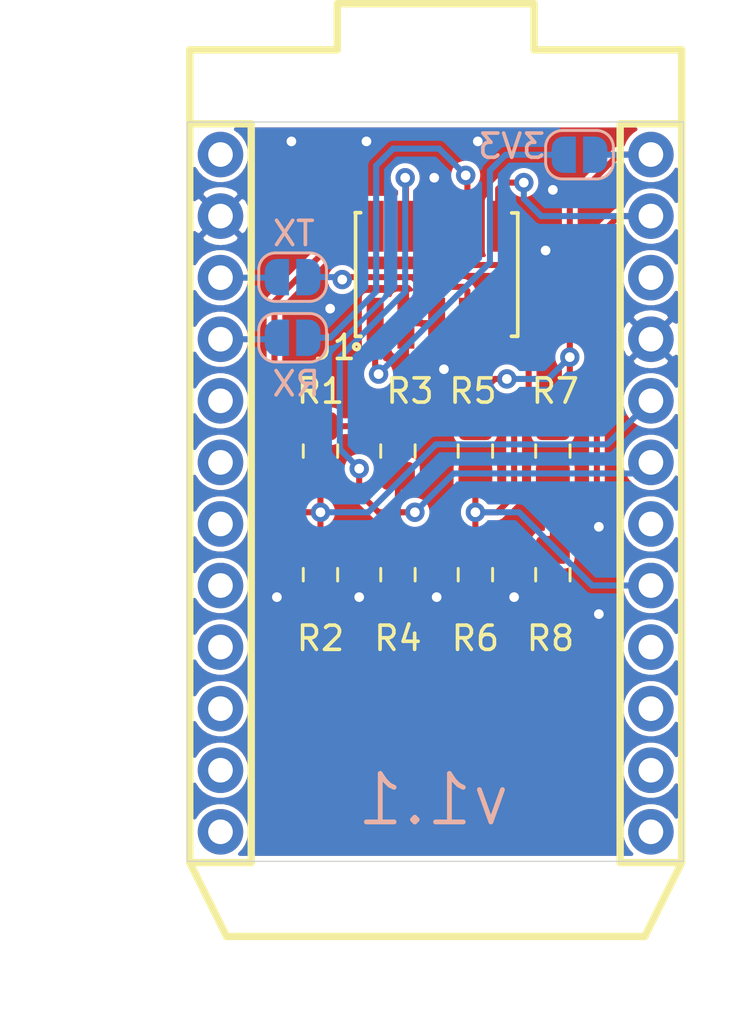
<source format=kicad_pcb>
(kicad_pcb (version 20171130) (host pcbnew "(5.1.6-0-10_14)")

  (general
    (thickness 1.6)
    (drawings 8)
    (tracks 120)
    (zones 0)
    (modules 15)
    (nets 27)
  )

  (page A4)
  (layers
    (0 F.Cu signal)
    (31 B.Cu signal)
    (32 B.Adhes user hide)
    (33 F.Adhes user hide)
    (34 B.Paste user)
    (35 F.Paste user)
    (36 B.SilkS user)
    (37 F.SilkS user)
    (38 B.Mask user)
    (39 F.Mask user)
    (40 Dwgs.User user)
    (41 Cmts.User user hide)
    (42 Eco1.User user hide)
    (43 Eco2.User user hide)
    (44 Edge.Cuts user)
    (45 Margin user hide)
    (46 B.CrtYd user hide)
    (47 F.CrtYd user)
    (48 B.Fab user hide)
    (49 F.Fab user hide)
  )

  (setup
    (last_trace_width 0.25)
    (trace_clearance 0.2)
    (zone_clearance 0.2)
    (zone_45_only no)
    (trace_min 0.2)
    (via_size 0.8)
    (via_drill 0.4)
    (via_min_size 0.4)
    (via_min_drill 0.3)
    (uvia_size 0.3)
    (uvia_drill 0.1)
    (uvias_allowed no)
    (uvia_min_size 0.2)
    (uvia_min_drill 0.1)
    (edge_width 0.05)
    (segment_width 0.2)
    (pcb_text_width 0.3)
    (pcb_text_size 1.5 1.5)
    (mod_edge_width 0.12)
    (mod_text_size 1 1)
    (mod_text_width 0.15)
    (pad_size 1.524 1.524)
    (pad_drill 0.762)
    (pad_to_mask_clearance 0.05)
    (aux_axis_origin 0 0)
    (grid_origin 99.9 96.9)
    (visible_elements FFFFFF7F)
    (pcbplotparams
      (layerselection 0x010fc_ffffffff)
      (usegerberextensions true)
      (usegerberattributes false)
      (usegerberadvancedattributes false)
      (creategerberjobfile false)
      (excludeedgelayer true)
      (linewidth 0.100000)
      (plotframeref false)
      (viasonmask false)
      (mode 1)
      (useauxorigin false)
      (hpglpennumber 1)
      (hpglpenspeed 20)
      (hpglpendiameter 15.000000)
      (psnegative false)
      (psa4output false)
      (plotreference true)
      (plotvalue true)
      (plotinvisibletext false)
      (padsonsilk false)
      (subtractmaskfromsilk false)
      (outputformat 1)
      (mirror false)
      (drillshape 0)
      (scaleselection 1)
      (outputdirectory "gerbers"))
  )

  (net 0 "")
  (net 1 N_RST)
  (net 2 GND)
  (net 3 TX)
  (net 4 RX)
  (net 5 SWO)
  (net 6 SWCLK)
  (net 7 SWDIO)
  (net 8 "Net-(J1-Pad1)")
  (net 9 +3V3)
  (net 10 "Net-(JP2-Pad2)")
  (net 11 "Net-(JP3-Pad2)")
  (net 12 "Net-(U1-Pad22)")
  (net 13 "Net-(U1-Pad18)")
  (net 14 "Net-(U1-Pad16)")
  (net 15 "Net-(U1-Pad15)")
  (net 16 "Net-(U1-Pad14)")
  (net 17 "Net-(U1-Pad13)")
  (net 18 "Net-(U1-Pad12)")
  (net 19 "Net-(U1-Pad11)")
  (net 20 "Net-(U1-Pad10)")
  (net 21 "Net-(U1-Pad9)")
  (net 22 "Net-(U1-Pad8)")
  (net 23 "Net-(U1-Pad7)")
  (net 24 "Net-(U1-Pad6)")
  (net 25 "Net-(U1-Pad5)")
  (net 26 "Net-(U1-Pad1)")

  (net_class Default "This is the default net class."
    (clearance 0.2)
    (trace_width 0.25)
    (via_dia 0.8)
    (via_drill 0.4)
    (uvia_dia 0.3)
    (uvia_drill 0.1)
    (add_net +3V3)
    (add_net GND)
    (add_net N_RST)
    (add_net "Net-(J1-Pad1)")
    (add_net "Net-(JP2-Pad2)")
    (add_net "Net-(JP3-Pad2)")
    (add_net "Net-(U1-Pad1)")
    (add_net "Net-(U1-Pad10)")
    (add_net "Net-(U1-Pad11)")
    (add_net "Net-(U1-Pad12)")
    (add_net "Net-(U1-Pad13)")
    (add_net "Net-(U1-Pad14)")
    (add_net "Net-(U1-Pad15)")
    (add_net "Net-(U1-Pad16)")
    (add_net "Net-(U1-Pad18)")
    (add_net "Net-(U1-Pad22)")
    (add_net "Net-(U1-Pad5)")
    (add_net "Net-(U1-Pad6)")
    (add_net "Net-(U1-Pad7)")
    (add_net "Net-(U1-Pad8)")
    (add_net "Net-(U1-Pad9)")
    (add_net RX)
    (add_net SWCLK)
    (add_net SWDIO)
    (add_net SWO)
    (add_net TX)
  )

  (module gen2-jtag:particle-logo-9mm (layer F.Cu) (tedit 0) (tstamp 5F378157)
    (at 110.2 91.7)
    (fp_text reference G*** (at 0 0) (layer F.SilkS) hide
      (effects (font (size 1.524 1.524) (thickness 0.3)))
    )
    (fp_text value LOGO (at 0.75 0) (layer F.SilkS) hide
      (effects (font (size 1.524 1.524) (thickness 0.3)))
    )
    (fp_poly (pts (xy 0.026912 1.789704) (xy 0.047395 1.801928) (xy 0.078712 1.821423) (xy 0.118672 1.846759)
      (xy 0.165082 1.876503) (xy 0.21575 1.909222) (xy 0.268482 1.943486) (xy 0.321086 1.97786)
      (xy 0.37137 2.010914) (xy 0.417141 2.041214) (xy 0.456207 2.06733) (xy 0.486374 2.087828)
      (xy 0.505451 2.101277) (xy 0.511315 2.106113) (xy 0.510004 2.116164) (xy 0.505256 2.141926)
      (xy 0.497456 2.18151) (xy 0.48699 2.233022) (xy 0.474244 2.294573) (xy 0.459604 2.364271)
      (xy 0.443457 2.440224) (xy 0.436447 2.472934) (xy 0.417712 2.560191) (xy 0.398467 2.649886)
      (xy 0.37943 2.738672) (xy 0.361317 2.823201) (xy 0.344846 2.900127) (xy 0.330734 2.966104)
      (xy 0.319784 3.017375) (xy 0.311132 3.057874) (xy 0.29912 3.113994) (xy 0.284174 3.183745)
      (xy 0.266722 3.265137) (xy 0.247192 3.356179) (xy 0.226009 3.454882) (xy 0.203601 3.559255)
      (xy 0.180395 3.667308) (xy 0.156818 3.777051) (xy 0.144705 3.833417) (xy 0.122363 3.937576)
      (xy 0.101168 4.036782) (xy 0.081421 4.129599) (xy 0.063424 4.214593) (xy 0.047479 4.290326)
      (xy 0.033886 4.355363) (xy 0.022948 4.408268) (xy 0.014965 4.447606) (xy 0.010239 4.47194)
      (xy 0.009007 4.479676) (xy 0.005585 4.49252) (xy 0.002142 4.494539) (xy -0.002435 4.486311)
      (xy -0.009433 4.464067) (xy -0.017799 4.43147) (xy -0.024384 4.402216) (xy -0.03663 4.344846)
      (xy -0.052235 4.271966) (xy -0.070747 4.185675) (xy -0.091717 4.08807) (xy -0.114693 3.981249)
      (xy -0.139226 3.86731) (xy -0.157398 3.782978) (xy -0.17324 3.70942) (xy -0.191169 3.626065)
      (xy -0.209644 3.540082) (xy -0.227125 3.458645) (xy -0.239659 3.400177) (xy -0.254708 3.329929)
      (xy -0.27133 3.252354) (xy -0.288136 3.173938) (xy -0.303733 3.10117) (xy -0.314939 3.0489)
      (xy -0.3246 3.003841) (xy -0.337403 2.944128) (xy -0.352713 2.872722) (xy -0.369895 2.792583)
      (xy -0.388314 2.706671) (xy -0.407337 2.617947) (xy -0.426327 2.529371) (xy -0.431553 2.504994)
      (xy -0.448776 2.424408) (xy -0.464767 2.3491) (xy -0.479139 2.280931) (xy -0.491503 2.22176)
      (xy -0.501472 2.173451) (xy -0.508659 2.137863) (xy -0.512676 2.116858) (xy -0.513405 2.111959)
      (xy -0.5061 2.104561) (xy -0.485358 2.088703) (xy -0.452937 2.065598) (xy -0.410594 2.036461)
      (xy -0.360089 2.002506) (xy -0.303178 1.964949) (xy -0.259063 1.936255) (xy -0.004722 1.771807)
      (xy 0.026912 1.789704)) (layer F.Mask) (width 0.01))
    (fp_poly (pts (xy 3.172071 -3.169096) (xy 3.159915 -3.148263) (xy 3.140792 -3.117014) (xy 3.116137 -3.077688)
      (xy 3.087384 -3.032623) (xy 3.083142 -3.026034) (xy 3.061188 -2.991996) (xy 3.030285 -2.944121)
      (xy 2.991266 -2.883699) (xy 2.944965 -2.812019) (xy 2.892216 -2.730372) (xy 2.833853 -2.640047)
      (xy 2.770709 -2.542334) (xy 2.703617 -2.438522) (xy 2.633413 -2.329901) (xy 2.560928 -2.217761)
      (xy 2.486997 -2.103391) (xy 2.412454 -1.988082) (xy 2.338132 -1.873122) (xy 2.264866 -1.759801)
      (xy 2.193487 -1.64941) (xy 2.124831 -1.543237) (xy 2.059731 -1.442573) (xy 1.999021 -1.348706)
      (xy 1.943534 -1.262928) (xy 1.894104 -1.186527) (xy 1.851564 -1.120793) (xy 1.83737 -1.098866)
      (xy 1.787004 -1.021048) (xy 1.73321 -0.937909) (xy 1.678295 -0.853017) (xy 1.624567 -0.769938)
      (xy 1.574333 -0.69224) (xy 1.529898 -0.623488) (xy 1.502423 -0.580958) (xy 1.458032 -0.512246)
      (xy 1.409223 -0.436731) (xy 1.359084 -0.359184) (xy 1.310698 -0.284378) (xy 1.267152 -0.217083)
      (xy 1.244713 -0.182423) (xy 1.126618 -0.000058) (xy 1.401831 0.425556) (xy 1.455085 0.507902)
      (xy 1.507201 0.588468) (xy 1.557026 0.665472) (xy 1.603407 0.737136) (xy 1.645193 0.801678)
      (xy 1.681231 0.857318) (xy 1.710367 0.902276) (xy 1.73145 0.934771) (xy 1.738582 0.945744)
      (xy 1.762652 0.982808) (xy 1.793871 1.030985) (xy 1.82963 1.086247) (xy 1.867323 1.144563)
      (xy 1.904342 1.201904) (xy 1.910502 1.211454) (xy 1.931431 1.243883) (xy 1.961267 1.290086)
      (xy 1.999135 1.348708) (xy 2.04416 1.418397) (xy 2.095467 1.497798) (xy 2.152182 1.585558)
      (xy 2.21343 1.680324) (xy 2.278336 1.78074) (xy 2.346024 1.885455) (xy 2.415621 1.993113)
      (xy 2.486252 2.102363) (xy 2.504235 2.130177) (xy 2.598926 2.276635) (xy 2.684315 2.408712)
      (xy 2.76088 2.527154) (xy 2.829098 2.632706) (xy 2.889447 2.726114) (xy 2.942406 2.808126)
      (xy 2.988453 2.879488) (xy 3.028065 2.940944) (xy 3.06172 2.993243) (xy 3.089897 3.037129)
      (xy 3.113074 3.073349) (xy 3.131728 3.102649) (xy 3.146338 3.125776) (xy 3.157381 3.143475)
      (xy 3.165336 3.156493) (xy 3.17068 3.165576) (xy 3.173893 3.171469) (xy 3.17545 3.174921)
      (xy 3.175832 3.176675) (xy 3.175515 3.177479) (xy 3.175292 3.177709) (xy 3.166763 3.174749)
      (xy 3.147514 3.163757) (xy 3.121572 3.147049) (xy 3.119399 3.145583) (xy 3.101931 3.133996)
      (xy 3.070921 3.113689) (xy 3.027968 3.0857) (xy 2.974673 3.051068) (xy 2.912635 3.01083)
      (xy 2.843455 2.966025) (xy 2.768732 2.917691) (xy 2.690067 2.866867) (xy 2.648085 2.839766)
      (xy 2.5557 2.780137) (xy 2.456432 2.716047) (xy 2.353488 2.649567) (xy 2.250076 2.582771)
      (xy 2.149405 2.51773) (xy 2.054682 2.456517) (xy 1.969116 2.401204) (xy 1.905 2.35974)
      (xy 1.829512 2.310918) (xy 1.742142 2.254424) (xy 1.64614 2.192357) (xy 1.544755 2.126818)
      (xy 1.441238 2.059909) (xy 1.338839 1.993729) (xy 1.240806 1.930381) (xy 1.166418 1.882318)
      (xy 1.071501 1.820993) (xy 0.967217 1.753612) (xy 0.857234 1.682543) (xy 0.745219 1.610156)
      (xy 0.634838 1.538823) (xy 0.52976 1.470912) (xy 0.433652 1.408793) (xy 0.375265 1.371052)
      (xy -0.001562 1.127465) (xy -0.196686 1.254047) (xy -0.249581 1.288339) (xy -0.314488 1.330382)
      (xy -0.388284 1.378154) (xy -0.467846 1.429635) (xy -0.550051 1.482805) (xy -0.631777 1.535643)
      (xy -0.709901 1.586129) (xy -0.711561 1.587201) (xy -0.789215 1.637371) (xy -0.87024 1.689724)
      (xy -0.951572 1.742281) (xy -1.030148 1.793061) (xy -1.102904 1.840084) (xy -1.166776 1.88137)
      (xy -1.218701 1.91494) (xy -1.220461 1.916079) (xy -1.424136 2.047779) (xy -1.613222 2.170048)
      (xy -1.788261 2.283232) (xy -1.949793 2.387679) (xy -2.09836 2.483737) (xy -2.2345 2.571754)
      (xy -2.358756 2.652077) (xy -2.471667 2.725054) (xy -2.573774 2.791033) (xy -2.665617 2.85036)
      (xy -2.747738 2.903384) (xy -2.820677 2.950453) (xy -2.884974 2.991914) (xy -2.94117 3.028114)
      (xy -2.989805 3.059402) (xy -3.031421 3.086125) (xy -3.066557 3.10863) (xy -3.095754 3.127265)
      (xy -3.119553 3.142379) (xy -3.138494 3.154318) (xy -3.153118 3.16343) (xy -3.163966 3.170063)
      (xy -3.171577 3.174564) (xy -3.176493 3.177281) (xy -3.179254 3.178562) (xy -3.180401 3.178754)
      (xy -3.180475 3.178206) (xy -3.180015 3.177263) (xy -3.179562 3.176276) (xy -3.179504 3.175939)
      (xy -3.174781 3.167553) (xy -3.16137 3.145849) (xy -3.140403 3.112608) (xy -3.113015 3.069615)
      (xy -3.080341 3.018649) (xy -3.043513 2.961494) (xy -3.014378 2.916454) (xy -2.979548 2.862673)
      (xy -2.936361 2.795954) (xy -2.886236 2.718488) (xy -2.830591 2.632468) (xy -2.770844 2.540087)
      (xy -2.708414 2.443538) (xy -2.644717 2.345013) (xy -2.581173 2.246704) (xy -2.519199 2.150806)
      (xy -2.51751 2.148191) (xy -2.454375 2.050491) (xy -2.388678 1.948838) (xy -2.321975 1.845641)
      (xy -2.255823 1.743307) (xy -2.19178 1.644244) (xy -2.131401 1.550862) (xy -2.076245 1.465568)
      (xy -2.027867 1.390771) (xy -1.990524 1.333049) (xy -1.877844 1.158883) (xy -1.774638 0.999302)
      (xy -1.680569 0.853785) (xy -1.595302 0.721807) (xy -1.518501 0.602845) (xy -1.449829 0.496377)
      (xy -1.388952 0.401879) (xy -1.335533 0.318828) (xy -1.289236 0.2467) (xy -1.249725 0.184973)
      (xy -1.216665 0.133124) (xy -1.189719 0.090628) (xy -1.168552 0.056964) (xy -1.152827 0.031607)
      (xy -1.14221 0.014035) (xy -1.136364 0.003725) (xy -1.134894 0.000304) (xy -1.139643 -0.008835)
      (xy -1.153263 -0.031593) (xy -1.174816 -0.066482) (xy -1.203363 -0.112014) (xy -1.237966 -0.166697)
      (xy -1.277685 -0.229045) (xy -1.321581 -0.297568) (xy -1.368717 -0.370778) (xy -1.374935 -0.380408)
      (xy -1.64469 -0.798015) (xy -1.921601 -1.226528) (xy -2.202969 -1.661771) (xy -2.31948 -1.841951)
      (xy -2.37659 -1.930269) (xy -2.437716 -2.024811) (xy -2.500766 -2.122339) (xy -2.563648 -2.219617)
      (xy -2.62427 -2.313408) (xy -2.68054 -2.400476) (xy -2.730365 -2.477585) (xy -2.756142 -2.517483)
      (xy -2.80439 -2.592149) (xy -2.855199 -2.670744) (xy -2.906385 -2.74989) (xy -2.955762 -2.82621)
      (xy -3.001146 -2.896326) (xy -3.040351 -2.956861) (xy -3.061317 -2.98921) (xy -3.094191 -3.040211)
      (xy -3.123339 -3.086009) (xy -3.14746 -3.124512) (xy -3.165257 -3.153631) (xy -3.175428 -3.171276)
      (xy -3.177298 -3.175705) (xy -3.169181 -3.171987) (xy -3.148314 -3.159862) (xy -3.117038 -3.140764)
      (xy -3.077693 -3.116125) (xy -3.03262 -3.087378) (xy -3.026034 -3.083138) (xy -2.985748 -3.057157)
      (xy -2.931982 -3.02246) (xy -2.866386 -2.980113) (xy -2.790607 -2.93118) (xy -2.706295 -2.876727)
      (xy -2.615097 -2.817819) (xy -2.518662 -2.755521) (xy -2.418639 -2.690898) (xy -2.316676 -2.625015)
      (xy -2.214422 -2.558938) (xy -2.113524 -2.493731) (xy -2.015632 -2.43046) (xy -1.922394 -2.37019)
      (xy -1.835459 -2.313985) (xy -1.756474 -2.262912) (xy -1.687088 -2.218035) (xy -1.634788 -2.184196)
      (xy -1.582899 -2.150628) (xy -1.518301 -2.108857) (xy -1.443419 -2.060449) (xy -1.360678 -2.006973)
      (xy -1.272504 -1.949995) (xy -1.181322 -1.891082) (xy -1.089557 -1.831803) (xy -0.999634 -1.773724)
      (xy -0.972766 -1.756372) (xy -0.881979 -1.69773) (xy -0.78706 -1.636394) (xy -0.690683 -1.574092)
      (xy -0.595521 -1.512555) (xy -0.504249 -1.453512) (xy -0.419539 -1.398692) (xy -0.344066 -1.349824)
      (xy -0.280503 -1.308637) (xy -0.269099 -1.301243) (xy -0.002276 -1.128217) (xy 0.082177 -1.182453)
      (xy 0.111307 -1.201191) (xy 0.15408 -1.228748) (xy 0.209014 -1.264167) (xy 0.274622 -1.306489)
      (xy 0.34942 -1.354754) (xy 0.431923 -1.408005) (xy 0.520648 -1.465281) (xy 0.614108 -1.525625)
      (xy 0.71082 -1.588077) (xy 0.809299 -1.651679) (xy 0.908059 -1.715472) (xy 1.005617 -1.778498)
      (xy 1.100488 -1.839797) (xy 1.191186 -1.89841) (xy 1.276228 -1.95338) (xy 1.354128 -2.003746)
      (xy 1.423403 -2.048551) (xy 1.459149 -2.071679) (xy 1.522106 -2.112409) (xy 1.597789 -2.161353)
      (xy 1.683787 -2.216954) (xy 1.777693 -2.277656) (xy 1.877098 -2.341901) (xy 1.979592 -2.408132)
      (xy 2.082766 -2.474793) (xy 2.184212 -2.540326) (xy 2.27429 -2.598506) (xy 2.367685 -2.658831)
      (xy 2.461679 -2.71956) (xy 2.554343 -2.779446) (xy 2.643751 -2.837244) (xy 2.727975 -2.891706)
      (xy 2.805088 -2.941586) (xy 2.873162 -2.985637) (xy 2.93027 -3.022615) (xy 2.974484 -3.051271)
      (xy 2.980324 -3.05506) (xy 3.032617 -3.088813) (xy 3.079739 -3.118887) (xy 3.119654 -3.144012)
      (xy 3.150325 -3.162916) (xy 3.169718 -3.174327) (xy 3.175827 -3.177175) (xy 3.172071 -3.169096)) (layer F.Mask) (width 0.01))
    (fp_poly (pts (xy -2.102379 -0.50326) (xy -2.08652 -0.48211) (xy -2.064073 -0.450008) (xy -2.036422 -0.409119)
      (xy -2.004953 -0.361606) (xy -1.971052 -0.309634) (xy -1.936105 -0.255368) (xy -1.901497 -0.200973)
      (xy -1.868614 -0.148613) (xy -1.838842 -0.100453) (xy -1.813567 -0.058657) (xy -1.794174 -0.025389)
      (xy -1.782049 -0.002815) (xy -1.778553 0.006843) (xy -1.784343 0.016933) (xy -1.798737 0.040263)
      (xy -1.820545 0.074954) (xy -1.848576 0.119129) (xy -1.881641 0.170907) (xy -1.918548 0.228412)
      (xy -1.94265 0.265824) (xy -1.988462 0.336486) (xy -2.025748 0.393129) (xy -2.055451 0.437058)
      (xy -2.078514 0.46958) (xy -2.09588 0.491998) (xy -2.108492 0.50562) (xy -2.117294 0.51175)
      (xy -2.120778 0.512406) (xy -2.139702 0.509843) (xy -2.168435 0.50434) (xy -2.188724 0.499861)
      (xy -2.215186 0.49384) (xy -2.254814 0.485051) (xy -2.308202 0.473367) (xy -2.375942 0.458658)
      (xy -2.458625 0.440797) (xy -2.556844 0.419657) (xy -2.671192 0.395107) (xy -2.802261 0.367022)
      (xy -2.877766 0.350861) (xy -2.947657 0.335897) (xy -3.032452 0.317724) (xy -3.129444 0.296926)
      (xy -3.235926 0.274082) (xy -3.349191 0.249775) (xy -3.466532 0.224584) (xy -3.585243 0.199093)
      (xy -3.702616 0.173881) (xy -3.815943 0.14953) (xy -3.922519 0.126622) (xy -4.019636 0.105738)
      (xy -4.104587 0.087459) (xy -4.156773 0.076221) (xy -4.206613 0.065543) (xy -4.266113 0.052884)
      (xy -4.3273 0.039936) (xy -4.375195 0.029861) (xy -4.4188 0.020384) (xy -4.455263 0.011818)
      (xy -4.481368 0.004967) (xy -4.4939 0.000635) (xy -4.494539 0) (xy -4.486244 -0.00351)
      (xy -4.463503 -0.009757) (xy -4.429532 -0.017937) (xy -4.387547 -0.027247) (xy -4.375195 -0.029862)
      (xy -4.318938 -0.041702) (xy -4.257507 -0.054711) (xy -4.198878 -0.067195) (xy -4.156773 -0.076222)
      (xy -4.111546 -0.08596) (xy -4.050435 -0.09911) (xy -3.97517 -0.1153) (xy -3.887479 -0.134158)
      (xy -3.789092 -0.155312) (xy -3.681738 -0.178392) (xy -3.567145 -0.203026) (xy -3.447043 -0.228841)
      (xy -3.323161 -0.255466) (xy -3.197228 -0.282529) (xy -3.070973 -0.30966) (xy -2.946124 -0.336485)
      (xy -2.824412 -0.362634) (xy -2.707564 -0.387735) (xy -2.643582 -0.401478) (xy -2.5491 -0.421694)
      (xy -2.459752 -0.44066) (xy -2.37711 -0.458054) (xy -2.302747 -0.473551) (xy -2.238237 -0.486827)
      (xy -2.18515 -0.49756) (xy -2.145061 -0.505424) (xy -2.119541 -0.510096) (xy -2.110262 -0.511293)
      (xy -2.102379 -0.50326)) (layer F.Mask) (width 0.01))
    (fp_poly (pts (xy 2.114069 -0.512692) (xy 2.126678 -0.510433) (xy 2.147075 -0.506444) (xy 2.176129 -0.50054)
      (xy 2.214705 -0.492538) (xy 2.263669 -0.482255) (xy 2.32389 -0.469507) (xy 2.396232 -0.45411)
      (xy 2.481563 -0.43588) (xy 2.580749 -0.414635) (xy 2.694657 -0.39019) (xy 2.824153 -0.362362)
      (xy 2.970103 -0.330967) (xy 3.021879 -0.319825) (xy 3.127871 -0.297015) (xy 3.231495 -0.27472)
      (xy 3.330953 -0.253328) (xy 3.42445 -0.233223) (xy 3.510188 -0.214793) (xy 3.58637 -0.198423)
      (xy 3.6512 -0.1845) (xy 3.702879 -0.173411) (xy 3.739611 -0.16554) (xy 3.751454 -0.163009)
      (xy 3.788882 -0.155022) (xy 3.840832 -0.143938) (xy 3.904204 -0.130417) (xy 3.975903 -0.11512)
      (xy 4.052831 -0.098708) (xy 4.13189 -0.081841) (xy 4.181478 -0.071263) (xy 4.253772 -0.055718)
      (xy 4.320169 -0.041206) (xy 4.378686 -0.028178) (xy 4.427345 -0.017086) (xy 4.464163 -0.008379)
      (xy 4.487161 -0.00251) (xy 4.49441 0) (xy 4.485925 0.00285) (xy 4.461792 0.008954)
      (xy 4.423991 0.01786) (xy 4.374503 0.029118) (xy 4.315308 0.042276) (xy 4.248386 0.056884)
      (xy 4.181478 0.071262) (xy 4.102667 0.088075) (xy 4.024033 0.104851) (xy 3.948675 0.120929)
      (xy 3.879687 0.135647) (xy 3.820169 0.148346) (xy 3.773217 0.158364) (xy 3.751454 0.163008)
      (xy 3.722573 0.169188) (xy 3.677878 0.178773) (xy 3.619167 0.191378) (xy 3.548237 0.206615)
      (xy 3.466884 0.2241) (xy 3.376905 0.243445) (xy 3.280097 0.264265) (xy 3.178258 0.286172)
      (xy 3.073184 0.308782) (xy 3.021879 0.319824) (xy 2.870324 0.352433) (xy 2.735509 0.381414)
      (xy 2.616567 0.406952) (xy 2.512632 0.42923) (xy 2.422837 0.448432) (xy 2.346316 0.46474)
      (xy 2.282202 0.47834) (xy 2.229629 0.489414) (xy 2.18773 0.498146) (xy 2.155638 0.50472)
      (xy 2.132488 0.50932) (xy 2.117412 0.512128) (xy 2.109544 0.513329) (xy 2.108384 0.513404)
      (xy 2.101744 0.506106) (xy 2.086605 0.485387) (xy 2.064161 0.453011) (xy 2.035606 0.410739)
      (xy 2.002134 0.360335) (xy 1.964941 0.303561) (xy 1.937348 0.260999) (xy 1.898455 0.200507)
      (xy 1.862886 0.144705) (xy 1.831784 0.095424) (xy 1.806289 0.054492) (xy 1.787544 0.023736)
      (xy 1.776689 0.004987) (xy 1.774397 0) (xy 1.779116 -0.009983) (xy 1.792347 -0.032631)
      (xy 1.812698 -0.065805) (xy 1.838776 -0.107364) (xy 1.869189 -0.155168) (xy 1.902545 -0.207078)
      (xy 1.937453 -0.260955) (xy 1.97252 -0.314657) (xy 2.006354 -0.366046) (xy 2.037564 -0.412982)
      (xy 2.064757 -0.453325) (xy 2.086541 -0.484935) (xy 2.101524 -0.505672) (xy 2.108315 -0.513396)
      (xy 2.108384 -0.513405) (xy 2.114069 -0.512692)) (layer F.Mask) (width 0.01))
    (fp_poly (pts (xy 0.008048 -4.487119) (xy 0.009007 -4.479458) (xy 0.01086 -4.468358) (xy 0.016219 -4.441087)
      (xy 0.024781 -4.399082) (xy 0.036245 -4.34378) (xy 0.05031 -4.276617) (xy 0.066672 -4.199031)
      (xy 0.085031 -4.112457) (xy 0.105085 -4.018333) (xy 0.126531 -3.918095) (xy 0.144761 -3.833199)
      (xy 0.168375 -3.723381) (xy 0.191836 -3.614229) (xy 0.214715 -3.507734) (xy 0.236585 -3.405887)
      (xy 0.25702 -3.310678) (xy 0.275593 -3.224098) (xy 0.291875 -3.148137) (xy 0.30544 -3.084787)
      (xy 0.315861 -3.036038) (xy 0.31984 -3.017376) (xy 0.330907 -2.965496) (xy 0.345042 -2.899357)
      (xy 0.361528 -2.822316) (xy 0.379646 -2.737724) (xy 0.398677 -2.648938) (xy 0.417903 -2.559309)
      (xy 0.436284 -2.473694) (xy 0.452984 -2.395773) (xy 0.468441 -2.323321) (xy 0.482255 -2.258233)
      (xy 0.494027 -2.202406) (xy 0.503358 -2.157737) (xy 0.509848 -2.12612) (xy 0.5131 -2.109451)
      (xy 0.513404 -2.10739) (xy 0.506404 -2.098686) (xy 0.488777 -2.085314) (xy 0.479627 -2.079439)
      (xy 0.463399 -2.069246) (xy 0.43433 -2.050726) (xy 0.394701 -2.025342) (xy 0.346792 -1.994556)
      (xy 0.292884 -1.959834) (xy 0.235257 -1.922638) (xy 0.225878 -1.916577) (xy 0.169443 -1.880329)
      (xy 0.117701 -1.847534) (xy 0.072633 -1.81941) (xy 0.036218 -1.79718) (xy 0.010437 -1.782063)
      (xy -0.002728 -1.775281) (xy -0.003803 -1.775029) (xy -0.013443 -1.77993) (xy -0.036297 -1.79354)
      (xy -0.070515 -1.814699) (xy -0.114243 -1.842241) (xy -0.165631 -1.875004) (xy -0.222825 -1.911824)
      (xy -0.261206 -1.936711) (xy -0.320905 -1.975825) (xy -0.375579 -2.012218) (xy -0.423427 -2.044647)
      (xy -0.46265 -2.07187) (xy -0.491448 -2.092643) (xy -0.50802 -2.105724) (xy -0.511376 -2.109466)
      (xy -0.51006 -2.120486) (xy -0.505294 -2.14725) (xy -0.497454 -2.187896) (xy -0.486914 -2.240564)
      (xy -0.47405 -2.303395) (xy -0.459238 -2.374526) (xy -0.442852 -2.452099) (xy -0.431776 -2.503972)
      (xy -0.412888 -2.592069) (xy -0.393793 -2.681128) (xy -0.375125 -2.768196) (xy -0.357517 -2.850319)
      (xy -0.341602 -2.924546) (xy -0.328014 -2.987923) (xy -0.317384 -3.037497) (xy -0.314939 -3.048901)
      (xy -0.301445 -3.111845) (xy -0.285569 -3.185917) (xy -0.268701 -3.264627) (xy -0.252231 -3.34149)
      (xy -0.239659 -3.400178) (xy -0.224149 -3.472514) (xy -0.206379 -3.555288) (xy -0.187888 -3.641327)
      (xy -0.170218 -3.723461) (xy -0.157398 -3.782979) (xy -0.132032 -3.90071) (xy -0.107901 -4.012815)
      (xy -0.085456 -4.117199) (xy -0.065148 -4.211763) (xy -0.047426 -4.294409) (xy -0.032741 -4.36304)
      (xy -0.024384 -4.402217) (xy -0.015681 -4.440208) (xy -0.007553 -4.470609) (xy -0.001051 -4.489761)
      (xy 0.002142 -4.494539) (xy 0.008048 -4.487119)) (layer F.Mask) (width 0.01))
  )

  (module gen2-jtag:particle-logo-9mm (layer F.Cu) (tedit 0) (tstamp 5F370264)
    (at 110.06 89.28)
    (path /5F370A2F)
    (fp_text reference U2 (at 0 0) (layer F.SilkS) hide
      (effects (font (size 1.524 1.524) (thickness 0.3)))
    )
    (fp_text value PARTICLE_LOGO_9MM (at 0.75 0) (layer F.SilkS) hide
      (effects (font (size 1.524 1.524) (thickness 0.3)))
    )
  )

  (module gen2-jtag:PHOTON locked (layer F.Cu) (tedit 5F36C807) (tstamp 5F36E536)
    (at 100 100)
    (path /5F36D15C)
    (fp_text reference U1 (at 5.715 1.143) (layer F.SilkS) hide
      (effects (font (size 1 1) (thickness 0.015)))
    )
    (fp_text value PHOTON (at 6.35 2.667) (layer F.Fab)
      (effects (font (size 1 1) (thickness 0.015)))
    )
    (fp_line (start 17.78 -33.528) (end 20.32 -33.528) (layer F.Fab) (width 0.3048))
    (fp_line (start 17.78 -3.048) (end 17.78 -33.528) (layer F.Fab) (width 0.3048))
    (fp_line (start 20.32 -3.048) (end 17.78 -3.048) (layer F.Fab) (width 0.3048))
    (fp_line (start 2.54 -3.048) (end 0 -3.048) (layer F.Fab) (width 0.3048))
    (fp_line (start 2.54 -33.528) (end 2.54 -3.048) (layer F.Fab) (width 0.3048))
    (fp_line (start 0 -33.528) (end 2.54 -33.528) (layer F.Fab) (width 0.3048))
    (fp_line (start 20.32 -33.528) (end 20.32 -3.048) (layer F.Fab) (width 0.3048))
    (fp_poly (pts (xy 1.524 -3.048) (xy 18.796 -3.048) (xy 18.796 3.556) (xy 1.524 3.556)) (layer B.CrtYd) (width 0.01))
    (fp_poly (pts (xy 2.54 -5.588) (xy 17.78 -5.588) (xy 17.78 -3.048) (xy 2.54 -3.048)) (layer B.CrtYd) (width 0.01))
    (fp_poly (pts (xy 2.54 -5.588) (xy 17.78 -5.588) (xy 17.78 -3.048) (xy 2.54 -3.048)) (layer F.CrtYd) (width 0.01))
    (fp_poly (pts (xy 1.524 -3.048) (xy 18.796 -3.048) (xy 18.796 3.556) (xy 1.524 3.556)) (layer F.CrtYd) (width 0.01))
    (fp_line (start 20.32 -36.576) (end 20.32 -33.528) (layer F.Fab) (width 0.3048))
    (fp_line (start 14.224 -36.576) (end 20.32 -36.576) (layer F.Fab) (width 0.3048))
    (fp_line (start 14.224 -38.481) (end 14.224 -36.576) (layer F.Fab) (width 0.3048))
    (fp_line (start 6.096 -38.481) (end 14.224 -38.481) (layer F.Fab) (width 0.3048))
    (fp_line (start 6.096 -36.576) (end 6.096 -38.481) (layer F.Fab) (width 0.3048))
    (fp_line (start 0 -36.576) (end 6.096 -36.576) (layer F.Fab) (width 0.3048))
    (fp_line (start 0 -33.528) (end 0 -36.576) (layer F.Fab) (width 0.3048))
    (fp_line (start 0 -3.048) (end 0 -33.528) (layer F.Fab) (width 0.3048))
    (fp_line (start 17.78 -3.048) (end 17.78 -33.528) (layer F.SilkS) (width 0.3048))
    (fp_line (start 2.54 -3.048) (end 1.524 -3.048) (layer F.Fab) (width 0.127))
    (fp_line (start 2.54 -5.588) (end 2.54 -3.048) (layer F.Fab) (width 0.127))
    (fp_line (start 17.78 -5.588) (end 2.54 -5.588) (layer F.Fab) (width 0.127))
    (fp_line (start 17.78 -3.048) (end 17.78 -5.588) (layer F.Fab) (width 0.127))
    (fp_line (start 18.796 -3.048) (end 17.78 -3.048) (layer F.Fab) (width 0.127))
    (fp_line (start 18.796 3.556) (end 18.796 -3.048) (layer F.Fab) (width 0.127))
    (fp_line (start 1.524 3.556) (end 18.796 3.556) (layer F.Fab) (width 0.127))
    (fp_line (start 1.524 -3.048) (end 1.524 3.556) (layer F.Fab) (width 0.127))
    (fp_line (start 18.796 0) (end 20.32 -3.048) (layer F.Fab) (width 0.3048))
    (fp_line (start 1.524 0) (end 18.796 0) (layer F.Fab) (width 0.3048))
    (fp_line (start 0 -3.048) (end 1.524 0) (layer F.Fab) (width 0.3048))
    (fp_line (start 17.78 -33.528) (end 20.32 -33.528) (layer F.SilkS) (width 0.3048))
    (fp_line (start 20.32 -3.048) (end 17.78 -3.048) (layer F.SilkS) (width 0.3048))
    (fp_line (start 20.32 -33.528) (end 20.32 -3.048) (layer F.SilkS) (width 0.3048))
    (fp_line (start 2.54 -33.528) (end 0 -33.528) (layer F.SilkS) (width 0.3048))
    (fp_line (start 2.54 -3.048) (end 2.54 -33.528) (layer F.SilkS) (width 0.3048))
    (fp_line (start 0 -3.048) (end 2.54 -3.048) (layer F.SilkS) (width 0.3048))
    (fp_line (start 0 -33.528) (end 0 -3.048) (layer F.SilkS) (width 0.3048))
    (fp_line (start 18.796 0) (end 20.32 -3.048) (layer F.SilkS) (width 0.3048))
    (fp_line (start 1.524 0) (end 18.796 0) (layer F.SilkS) (width 0.3048))
    (fp_line (start 0 -3.048) (end 1.524 0) (layer F.SilkS) (width 0.3048))
    (fp_line (start 14.224 -36.576) (end 20.32 -36.576) (layer F.SilkS) (width 0.3048))
    (fp_line (start 0 -36.576) (end 6.096 -36.576) (layer F.SilkS) (width 0.3048))
    (fp_line (start 14.224 -38.481) (end 6.096 -38.481) (layer F.SilkS) (width 0.3048))
    (fp_line (start 14.224 -36.576) (end 14.224 -38.481) (layer F.SilkS) (width 0.3048))
    (fp_line (start 6.096 -38.481) (end 6.096 -36.576) (layer F.SilkS) (width 0.3048))
    (fp_line (start 0 -36.576) (end 0 -33.528) (layer F.SilkS) (width 0.3048))
    (fp_line (start 20.32 -33.528) (end 20.32 -36.576) (layer F.SilkS) (width 0.3048))
    (fp_poly (pts (xy 18.796 -32.512) (xy 19.304 -32.512) (xy 19.304 -32.004) (xy 18.796 -32.004)) (layer F.Fab) (width 0.01))
    (fp_poly (pts (xy 18.796 -29.972) (xy 19.304 -29.972) (xy 19.304 -29.464) (xy 18.796 -29.464)) (layer F.Fab) (width 0.01))
    (fp_poly (pts (xy 18.796 -27.432) (xy 19.304 -27.432) (xy 19.304 -26.924) (xy 18.796 -26.924)) (layer F.Fab) (width 0.01))
    (fp_poly (pts (xy 18.796 -24.892) (xy 19.304 -24.892) (xy 19.304 -24.384) (xy 18.796 -24.384)) (layer F.Fab) (width 0.01))
    (fp_poly (pts (xy 18.796 -22.352) (xy 19.304 -22.352) (xy 19.304 -21.844) (xy 18.796 -21.844)) (layer F.Fab) (width 0.01))
    (fp_poly (pts (xy 18.796 -4.572) (xy 19.304 -4.572) (xy 19.304 -4.064) (xy 18.796 -4.064)) (layer F.Fab) (width 0.01))
    (fp_poly (pts (xy 18.796 -7.112) (xy 19.304 -7.112) (xy 19.304 -6.604) (xy 18.796 -6.604)) (layer F.Fab) (width 0.01))
    (fp_poly (pts (xy 18.796 -9.652) (xy 19.304 -9.652) (xy 19.304 -9.144) (xy 18.796 -9.144)) (layer F.Fab) (width 0.01))
    (fp_poly (pts (xy 18.796 -12.192) (xy 19.304 -12.192) (xy 19.304 -11.684) (xy 18.796 -11.684)) (layer F.Fab) (width 0.01))
    (fp_poly (pts (xy 18.796 -14.732) (xy 19.304 -14.732) (xy 19.304 -14.224) (xy 18.796 -14.224)) (layer F.Fab) (width 0.01))
    (fp_poly (pts (xy 18.796 -17.272) (xy 19.304 -17.272) (xy 19.304 -16.764) (xy 18.796 -16.764)) (layer F.Fab) (width 0.01))
    (fp_poly (pts (xy 18.796 -19.812) (xy 19.304 -19.812) (xy 19.304 -19.304) (xy 18.796 -19.304)) (layer F.Fab) (width 0.01))
    (fp_poly (pts (xy 1.016 -4.572) (xy 1.524 -4.572) (xy 1.524 -4.064) (xy 1.016 -4.064)) (layer F.Fab) (width 0.01))
    (fp_poly (pts (xy 1.016 -7.112) (xy 1.524 -7.112) (xy 1.524 -6.604) (xy 1.016 -6.604)) (layer F.Fab) (width 0.01))
    (fp_poly (pts (xy 1.016 -9.652) (xy 1.524 -9.652) (xy 1.524 -9.144) (xy 1.016 -9.144)) (layer F.Fab) (width 0.01))
    (fp_poly (pts (xy 1.016 -12.192) (xy 1.524 -12.192) (xy 1.524 -11.684) (xy 1.016 -11.684)) (layer F.Fab) (width 0.01))
    (fp_poly (pts (xy 1.016 -14.732) (xy 1.524 -14.732) (xy 1.524 -14.224) (xy 1.016 -14.224)) (layer F.Fab) (width 0.01))
    (fp_poly (pts (xy 1.016 -32.512) (xy 1.524 -32.512) (xy 1.524 -32.004) (xy 1.016 -32.004)) (layer F.Fab) (width 0.01))
    (fp_poly (pts (xy 1.016 -29.972) (xy 1.524 -29.972) (xy 1.524 -29.464) (xy 1.016 -29.464)) (layer F.Fab) (width 0.01))
    (fp_poly (pts (xy 1.016 -27.432) (xy 1.524 -27.432) (xy 1.524 -26.924) (xy 1.016 -26.924)) (layer F.Fab) (width 0.01))
    (fp_poly (pts (xy 1.016 -24.892) (xy 1.524 -24.892) (xy 1.524 -24.384) (xy 1.016 -24.384)) (layer F.Fab) (width 0.01))
    (fp_poly (pts (xy 1.016 -22.352) (xy 1.524 -22.352) (xy 1.524 -21.844) (xy 1.016 -21.844)) (layer F.Fab) (width 0.01))
    (fp_poly (pts (xy 1.016 -19.812) (xy 1.524 -19.812) (xy 1.524 -19.304) (xy 1.016 -19.304)) (layer F.Fab) (width 0.01))
    (fp_poly (pts (xy 1.016 -17.272) (xy 1.524 -17.272) (xy 1.524 -16.764) (xy 1.016 -16.764)) (layer F.Fab) (width 0.01))
    (fp_text user 24 (at 16.51 -32.004) (layer F.Fab)
      (effects (font (size 0.48 0.48) (thickness 0.015)))
    )
    (fp_text user 13 (at 16.51 -4.064) (layer F.Fab)
      (effects (font (size 0.48 0.48) (thickness 0.015)))
    )
    (fp_text user 12 (at 2.794 -4.064) (layer F.Fab)
      (effects (font (size 0.48 0.48) (thickness 0.015)))
    )
    (fp_text user 1 (at 2.794 -32.004) (layer F.Fab)
      (effects (font (size 0.48 0.48) (thickness 0.015)))
    )
    (fp_text user GROUND~PLANE~AND~SIGNAL~KEEP~OUT~RECOMMENDED~ON~ALL~LAYERS (at 3.302 -0.381) (layer F.Fab)
      (effects (font (size 0.48 0.48) (thickness 0.015)))
    )
    (fp_text user 13 (at 19.05 -4.064) (layer F.Fab)
      (effects (font (size 0.48 0.48) (thickness 0.015)))
    )
    (pad 24 thru_hole circle (at 19.05 -32.258) (size 1.8796 1.8796) (drill 1.016) (layers *.Cu *.Mask)
      (net 9 +3V3))
    (pad 23 thru_hole circle (at 19.05 -29.718) (size 1.8796 1.8796) (drill 1.016) (layers *.Cu *.Mask)
      (net 1 N_RST))
    (pad 22 thru_hole circle (at 19.05 -27.178) (size 1.8796 1.8796) (drill 1.016) (layers *.Cu *.Mask)
      (net 12 "Net-(U1-Pad22)"))
    (pad 21 thru_hole circle (at 19.05 -24.638) (size 1.8796 1.8796) (drill 1.016) (layers *.Cu *.Mask)
      (net 2 GND))
    (pad 20 thru_hole circle (at 19.05 -22.098) (size 1.8796 1.8796) (drill 1.016) (layers *.Cu *.Mask)
      (net 7 SWDIO))
    (pad 19 thru_hole circle (at 19.05 -19.558) (size 1.8796 1.8796) (drill 1.016) (layers *.Cu *.Mask)
      (net 6 SWCLK))
    (pad 18 thru_hole circle (at 19.05 -17.018) (size 1.8796 1.8796) (drill 1.016) (layers *.Cu *.Mask)
      (net 13 "Net-(U1-Pad18)"))
    (pad 17 thru_hole circle (at 19.05 -14.478) (size 1.8796 1.8796) (drill 1.016) (layers *.Cu *.Mask)
      (net 5 SWO))
    (pad 16 thru_hole circle (at 19.05 -11.938) (size 1.8796 1.8796) (drill 1.016) (layers *.Cu *.Mask)
      (net 14 "Net-(U1-Pad16)"))
    (pad 15 thru_hole circle (at 19.05 -9.398) (size 1.8796 1.8796) (drill 1.016) (layers *.Cu *.Mask)
      (net 15 "Net-(U1-Pad15)"))
    (pad 14 thru_hole circle (at 19.05 -6.858) (size 1.8796 1.8796) (drill 1.016) (layers *.Cu *.Mask)
      (net 16 "Net-(U1-Pad14)"))
    (pad 13 thru_hole circle (at 19.05 -4.318) (size 1.8796 1.8796) (drill 1.016) (layers *.Cu *.Mask)
      (net 17 "Net-(U1-Pad13)"))
    (pad 12 thru_hole circle (at 1.27 -4.318) (size 1.8796 1.8796) (drill 1.016) (layers *.Cu *.Mask)
      (net 18 "Net-(U1-Pad12)"))
    (pad 11 thru_hole circle (at 1.27 -6.858) (size 1.8796 1.8796) (drill 1.016) (layers *.Cu *.Mask)
      (net 19 "Net-(U1-Pad11)"))
    (pad 10 thru_hole circle (at 1.27 -9.398) (size 1.8796 1.8796) (drill 1.016) (layers *.Cu *.Mask)
      (net 20 "Net-(U1-Pad10)"))
    (pad 9 thru_hole circle (at 1.27 -11.938) (size 1.8796 1.8796) (drill 1.016) (layers *.Cu *.Mask)
      (net 21 "Net-(U1-Pad9)"))
    (pad 8 thru_hole circle (at 1.27 -14.478) (size 1.8796 1.8796) (drill 1.016) (layers *.Cu *.Mask)
      (net 22 "Net-(U1-Pad8)"))
    (pad 7 thru_hole circle (at 1.27 -17.018) (size 1.8796 1.8796) (drill 1.016) (layers *.Cu *.Mask)
      (net 23 "Net-(U1-Pad7)"))
    (pad 6 thru_hole circle (at 1.27 -19.558) (size 1.8796 1.8796) (drill 1.016) (layers *.Cu *.Mask)
      (net 24 "Net-(U1-Pad6)"))
    (pad 5 thru_hole circle (at 1.27 -22.098) (size 1.8796 1.8796) (drill 1.016) (layers *.Cu *.Mask)
      (net 25 "Net-(U1-Pad5)"))
    (pad 4 thru_hole circle (at 1.27 -24.638) (size 1.8796 1.8796) (drill 1.016) (layers *.Cu *.Mask)
      (net 11 "Net-(JP3-Pad2)"))
    (pad 3 thru_hole circle (at 1.27 -27.178) (size 1.8796 1.8796) (drill 1.016) (layers *.Cu *.Mask)
      (net 10 "Net-(JP2-Pad2)"))
    (pad 2 thru_hole circle (at 1.27 -29.718) (size 1.8796 1.8796) (drill 1.016) (layers *.Cu *.Mask)
      (net 2 GND))
    (pad 1 thru_hole circle (at 1.27 -32.258) (size 1.8796 1.8796) (drill 1.016) (layers *.Cu *.Mask)
      (net 26 "Net-(U1-Pad1)"))
  )

  (module gen2-jtag:CONN5X2_1.27 (layer F.Cu) (tedit 5F36C86B) (tstamp 5F36EA4C)
    (at 110.2 72.7)
    (path /5F36F6BE)
    (fp_text reference J1 (at -4.2 3) (layer F.SilkS)
      (effects (font (size 1 1) (thickness 0.15)))
    )
    (fp_text value FTSH-105-01-F-DV-K (at 9.85 -0.58) (layer F.Fab)
      (effects (font (size 0.787402 0.787402) (thickness 0.015)))
    )
    (fp_line (start 3.36 -2.55) (end 3.1 -2.55) (layer F.SilkS) (width 0.1524))
    (fp_line (start 3.34 2.54) (end 3.09 2.54) (layer F.SilkS) (width 0.1524))
    (fp_line (start -3.13 2.54) (end -3.13 2.55) (layer F.SilkS) (width 0.1524))
    (fp_line (start -3.36 2.54) (end -3.13 2.54) (layer F.SilkS) (width 0.1524))
    (fp_line (start -3.37 -2.56) (end -3.14 -2.56) (layer F.SilkS) (width 0.1524))
    (fp_line (start 3.35 -2.54) (end 3.35 2.54) (layer F.SilkS) (width 0.1524))
    (fp_line (start -3.35 -2.54) (end -3.35 2.54) (layer F.SilkS) (width 0.1524))
    (fp_circle (center -3.31 2.97) (end -3.193381 2.97) (layer F.SilkS) (width 0.1524))
    (pad 10 smd rect (at 2.54 -2) (size 0.7 2.1) (layers F.Cu F.Paste F.Mask)
      (net 1 N_RST))
    (pad 9 smd rect (at 2.54 2) (size 0.7 2.1) (layers F.Cu F.Paste F.Mask)
      (net 2 GND))
    (pad 8 smd rect (at 1.27 -2) (size 0.7 2.1) (layers F.Cu F.Paste F.Mask)
      (net 3 TX))
    (pad 7 smd rect (at 1.27 2) (size 0.7 2.1) (layers F.Cu F.Paste F.Mask)
      (net 4 RX))
    (pad 6 smd rect (at 0 -2) (size 0.7 2.1) (layers F.Cu F.Paste F.Mask)
      (net 5 SWO))
    (pad 5 smd rect (at 0 2) (size 0.7 2.1) (layers F.Cu F.Paste F.Mask)
      (net 2 GND))
    (pad 4 smd rect (at -1.27 -2) (size 0.7 2.1) (layers F.Cu F.Paste F.Mask)
      (net 6 SWCLK))
    (pad 3 smd rect (at -1.27 2) (size 0.7 2.1) (layers F.Cu F.Paste F.Mask)
      (net 2 GND))
    (pad 2 smd rect (at -2.54 -2) (size 0.7 2.1) (layers F.Cu F.Paste F.Mask)
      (net 7 SWDIO))
    (pad 1 smd rect (at -2.54 2) (size 0.7 2.1) (layers F.Cu F.Paste F.Mask)
      (net 8 "Net-(J1-Pad1)"))
  )

  (module Resistor_SMD:R_0805_2012Metric_Pad1.15x1.40mm_HandSolder (layer F.Cu) (tedit 5B36C52B) (tstamp 5F36E4CC)
    (at 115 85.075 270)
    (descr "Resistor SMD 0805 (2012 Metric), square (rectangular) end terminal, IPC_7351 nominal with elongated pad for handsoldering. (Body size source: https://docs.google.com/spreadsheets/d/1BsfQQcO9C6DZCsRaXUlFlo91Tg2WpOkGARC1WS5S8t0/edit?usp=sharing), generated with kicad-footprint-generator")
    (tags "resistor handsolder")
    (path /5F38D26A)
    (attr smd)
    (fp_text reference R8 (at 2.625 0.1 180) (layer F.SilkS)
      (effects (font (size 1 1) (thickness 0.15)))
    )
    (fp_text value 10k (at 0 1.65 90) (layer F.Fab)
      (effects (font (size 1 1) (thickness 0.15)))
    )
    (fp_line (start 1.85 0.95) (end -1.85 0.95) (layer F.CrtYd) (width 0.05))
    (fp_line (start 1.85 -0.95) (end 1.85 0.95) (layer F.CrtYd) (width 0.05))
    (fp_line (start -1.85 -0.95) (end 1.85 -0.95) (layer F.CrtYd) (width 0.05))
    (fp_line (start -1.85 0.95) (end -1.85 -0.95) (layer F.CrtYd) (width 0.05))
    (fp_line (start -0.261252 0.71) (end 0.261252 0.71) (layer F.SilkS) (width 0.12))
    (fp_line (start -0.261252 -0.71) (end 0.261252 -0.71) (layer F.SilkS) (width 0.12))
    (fp_line (start 1 0.6) (end -1 0.6) (layer F.Fab) (width 0.1))
    (fp_line (start 1 -0.6) (end 1 0.6) (layer F.Fab) (width 0.1))
    (fp_line (start -1 -0.6) (end 1 -0.6) (layer F.Fab) (width 0.1))
    (fp_line (start -1 0.6) (end -1 -0.6) (layer F.Fab) (width 0.1))
    (fp_text user %R (at 0 0 90) (layer F.Fab)
      (effects (font (size 0.5 0.5) (thickness 0.08)))
    )
    (pad 2 smd roundrect (at 1.025 0 270) (size 1.15 1.4) (layers F.Cu F.Paste F.Mask) (roundrect_rratio 0.217391)
      (net 2 GND))
    (pad 1 smd roundrect (at -1.025 0 270) (size 1.15 1.4) (layers F.Cu F.Paste F.Mask) (roundrect_rratio 0.217391)
      (net 1 N_RST))
    (model ${KISYS3DMOD}/Resistor_SMD.3dshapes/R_0805_2012Metric.wrl
      (at (xyz 0 0 0))
      (scale (xyz 1 1 1))
      (rotate (xyz 0 0 0))
    )
  )

  (module Resistor_SMD:R_0805_2012Metric_Pad1.15x1.40mm_HandSolder (layer F.Cu) (tedit 5B36C52B) (tstamp 5F36E4BB)
    (at 115 79.975 270)
    (descr "Resistor SMD 0805 (2012 Metric), square (rectangular) end terminal, IPC_7351 nominal with elongated pad for handsoldering. (Body size source: https://docs.google.com/spreadsheets/d/1BsfQQcO9C6DZCsRaXUlFlo91Tg2WpOkGARC1WS5S8t0/edit?usp=sharing), generated with kicad-footprint-generator")
    (tags "resistor handsolder")
    (path /5F38D264)
    (attr smd)
    (fp_text reference R7 (at -2.475 -0.1 180) (layer F.SilkS)
      (effects (font (size 1 1) (thickness 0.15)))
    )
    (fp_text value 10k (at 0 1.65 90) (layer F.Fab)
      (effects (font (size 1 1) (thickness 0.15)))
    )
    (fp_line (start 1.85 0.95) (end -1.85 0.95) (layer F.CrtYd) (width 0.05))
    (fp_line (start 1.85 -0.95) (end 1.85 0.95) (layer F.CrtYd) (width 0.05))
    (fp_line (start -1.85 -0.95) (end 1.85 -0.95) (layer F.CrtYd) (width 0.05))
    (fp_line (start -1.85 0.95) (end -1.85 -0.95) (layer F.CrtYd) (width 0.05))
    (fp_line (start -0.261252 0.71) (end 0.261252 0.71) (layer F.SilkS) (width 0.12))
    (fp_line (start -0.261252 -0.71) (end 0.261252 -0.71) (layer F.SilkS) (width 0.12))
    (fp_line (start 1 0.6) (end -1 0.6) (layer F.Fab) (width 0.1))
    (fp_line (start 1 -0.6) (end 1 0.6) (layer F.Fab) (width 0.1))
    (fp_line (start -1 -0.6) (end 1 -0.6) (layer F.Fab) (width 0.1))
    (fp_line (start -1 0.6) (end -1 -0.6) (layer F.Fab) (width 0.1))
    (fp_text user %R (at 0 0 90) (layer F.Fab)
      (effects (font (size 0.5 0.5) (thickness 0.08)))
    )
    (pad 2 smd roundrect (at 1.025 0 270) (size 1.15 1.4) (layers F.Cu F.Paste F.Mask) (roundrect_rratio 0.217391)
      (net 1 N_RST))
    (pad 1 smd roundrect (at -1.025 0 270) (size 1.15 1.4) (layers F.Cu F.Paste F.Mask) (roundrect_rratio 0.217391)
      (net 9 +3V3))
    (model ${KISYS3DMOD}/Resistor_SMD.3dshapes/R_0805_2012Metric.wrl
      (at (xyz 0 0 0))
      (scale (xyz 1 1 1))
      (rotate (xyz 0 0 0))
    )
  )

  (module Resistor_SMD:R_0805_2012Metric_Pad1.15x1.40mm_HandSolder (layer F.Cu) (tedit 5B36C52B) (tstamp 5F36E4AA)
    (at 111.8 85.075 270)
    (descr "Resistor SMD 0805 (2012 Metric), square (rectangular) end terminal, IPC_7351 nominal with elongated pad for handsoldering. (Body size source: https://docs.google.com/spreadsheets/d/1BsfQQcO9C6DZCsRaXUlFlo91Tg2WpOkGARC1WS5S8t0/edit?usp=sharing), generated with kicad-footprint-generator")
    (tags "resistor handsolder")
    (path /5F384461)
    (attr smd)
    (fp_text reference R6 (at 2.625 0 180) (layer F.SilkS)
      (effects (font (size 1 1) (thickness 0.15)))
    )
    (fp_text value 10k (at 0 1.65 90) (layer F.Fab)
      (effects (font (size 1 1) (thickness 0.15)))
    )
    (fp_line (start 1.85 0.95) (end -1.85 0.95) (layer F.CrtYd) (width 0.05))
    (fp_line (start 1.85 -0.95) (end 1.85 0.95) (layer F.CrtYd) (width 0.05))
    (fp_line (start -1.85 -0.95) (end 1.85 -0.95) (layer F.CrtYd) (width 0.05))
    (fp_line (start -1.85 0.95) (end -1.85 -0.95) (layer F.CrtYd) (width 0.05))
    (fp_line (start -0.261252 0.71) (end 0.261252 0.71) (layer F.SilkS) (width 0.12))
    (fp_line (start -0.261252 -0.71) (end 0.261252 -0.71) (layer F.SilkS) (width 0.12))
    (fp_line (start 1 0.6) (end -1 0.6) (layer F.Fab) (width 0.1))
    (fp_line (start 1 -0.6) (end 1 0.6) (layer F.Fab) (width 0.1))
    (fp_line (start -1 -0.6) (end 1 -0.6) (layer F.Fab) (width 0.1))
    (fp_line (start -1 0.6) (end -1 -0.6) (layer F.Fab) (width 0.1))
    (fp_text user %R (at 0 0 90) (layer F.Fab)
      (effects (font (size 0.5 0.5) (thickness 0.08)))
    )
    (pad 2 smd roundrect (at 1.025 0 270) (size 1.15 1.4) (layers F.Cu F.Paste F.Mask) (roundrect_rratio 0.217391)
      (net 2 GND))
    (pad 1 smd roundrect (at -1.025 0 270) (size 1.15 1.4) (layers F.Cu F.Paste F.Mask) (roundrect_rratio 0.217391)
      (net 5 SWO))
    (model ${KISYS3DMOD}/Resistor_SMD.3dshapes/R_0805_2012Metric.wrl
      (at (xyz 0 0 0))
      (scale (xyz 1 1 1))
      (rotate (xyz 0 0 0))
    )
  )

  (module Resistor_SMD:R_0805_2012Metric_Pad1.15x1.40mm_HandSolder (layer F.Cu) (tedit 5B36C52B) (tstamp 5F36E499)
    (at 111.8 79.975 270)
    (descr "Resistor SMD 0805 (2012 Metric), square (rectangular) end terminal, IPC_7351 nominal with elongated pad for handsoldering. (Body size source: https://docs.google.com/spreadsheets/d/1BsfQQcO9C6DZCsRaXUlFlo91Tg2WpOkGARC1WS5S8t0/edit?usp=sharing), generated with kicad-footprint-generator")
    (tags "resistor handsolder")
    (path /5F38445B)
    (attr smd)
    (fp_text reference R5 (at -2.475 0.1 180) (layer F.SilkS)
      (effects (font (size 1 1) (thickness 0.15)))
    )
    (fp_text value 10k (at 0 1.65 90) (layer F.Fab)
      (effects (font (size 1 1) (thickness 0.15)))
    )
    (fp_line (start 1.85 0.95) (end -1.85 0.95) (layer F.CrtYd) (width 0.05))
    (fp_line (start 1.85 -0.95) (end 1.85 0.95) (layer F.CrtYd) (width 0.05))
    (fp_line (start -1.85 -0.95) (end 1.85 -0.95) (layer F.CrtYd) (width 0.05))
    (fp_line (start -1.85 0.95) (end -1.85 -0.95) (layer F.CrtYd) (width 0.05))
    (fp_line (start -0.261252 0.71) (end 0.261252 0.71) (layer F.SilkS) (width 0.12))
    (fp_line (start -0.261252 -0.71) (end 0.261252 -0.71) (layer F.SilkS) (width 0.12))
    (fp_line (start 1 0.6) (end -1 0.6) (layer F.Fab) (width 0.1))
    (fp_line (start 1 -0.6) (end 1 0.6) (layer F.Fab) (width 0.1))
    (fp_line (start -1 -0.6) (end 1 -0.6) (layer F.Fab) (width 0.1))
    (fp_line (start -1 0.6) (end -1 -0.6) (layer F.Fab) (width 0.1))
    (fp_text user %R (at 0 0 90) (layer F.Fab)
      (effects (font (size 0.5 0.5) (thickness 0.08)))
    )
    (pad 2 smd roundrect (at 1.025 0 270) (size 1.15 1.4) (layers F.Cu F.Paste F.Mask) (roundrect_rratio 0.217391)
      (net 5 SWO))
    (pad 1 smd roundrect (at -1.025 0 270) (size 1.15 1.4) (layers F.Cu F.Paste F.Mask) (roundrect_rratio 0.217391)
      (net 9 +3V3))
    (model ${KISYS3DMOD}/Resistor_SMD.3dshapes/R_0805_2012Metric.wrl
      (at (xyz 0 0 0))
      (scale (xyz 1 1 1))
      (rotate (xyz 0 0 0))
    )
  )

  (module Resistor_SMD:R_0805_2012Metric_Pad1.15x1.40mm_HandSolder (layer F.Cu) (tedit 5B36C52B) (tstamp 5F36E488)
    (at 108.6 85.075 270)
    (descr "Resistor SMD 0805 (2012 Metric), square (rectangular) end terminal, IPC_7351 nominal with elongated pad for handsoldering. (Body size source: https://docs.google.com/spreadsheets/d/1BsfQQcO9C6DZCsRaXUlFlo91Tg2WpOkGARC1WS5S8t0/edit?usp=sharing), generated with kicad-footprint-generator")
    (tags "resistor handsolder")
    (path /5F382EB9)
    (attr smd)
    (fp_text reference R4 (at 2.625 0 180) (layer F.SilkS)
      (effects (font (size 1 1) (thickness 0.15)))
    )
    (fp_text value 10k (at 0 1.65 90) (layer F.Fab)
      (effects (font (size 1 1) (thickness 0.15)))
    )
    (fp_line (start 1.85 0.95) (end -1.85 0.95) (layer F.CrtYd) (width 0.05))
    (fp_line (start 1.85 -0.95) (end 1.85 0.95) (layer F.CrtYd) (width 0.05))
    (fp_line (start -1.85 -0.95) (end 1.85 -0.95) (layer F.CrtYd) (width 0.05))
    (fp_line (start -1.85 0.95) (end -1.85 -0.95) (layer F.CrtYd) (width 0.05))
    (fp_line (start -0.261252 0.71) (end 0.261252 0.71) (layer F.SilkS) (width 0.12))
    (fp_line (start -0.261252 -0.71) (end 0.261252 -0.71) (layer F.SilkS) (width 0.12))
    (fp_line (start 1 0.6) (end -1 0.6) (layer F.Fab) (width 0.1))
    (fp_line (start 1 -0.6) (end 1 0.6) (layer F.Fab) (width 0.1))
    (fp_line (start -1 -0.6) (end 1 -0.6) (layer F.Fab) (width 0.1))
    (fp_line (start -1 0.6) (end -1 -0.6) (layer F.Fab) (width 0.1))
    (fp_text user %R (at 0 0 90) (layer F.Fab)
      (effects (font (size 0.5 0.5) (thickness 0.08)))
    )
    (pad 2 smd roundrect (at 1.025 0 270) (size 1.15 1.4) (layers F.Cu F.Paste F.Mask) (roundrect_rratio 0.217391)
      (net 2 GND))
    (pad 1 smd roundrect (at -1.025 0 270) (size 1.15 1.4) (layers F.Cu F.Paste F.Mask) (roundrect_rratio 0.217391)
      (net 6 SWCLK))
    (model ${KISYS3DMOD}/Resistor_SMD.3dshapes/R_0805_2012Metric.wrl
      (at (xyz 0 0 0))
      (scale (xyz 1 1 1))
      (rotate (xyz 0 0 0))
    )
  )

  (module Resistor_SMD:R_0805_2012Metric_Pad1.15x1.40mm_HandSolder (layer F.Cu) (tedit 5B36C52B) (tstamp 5F36EF22)
    (at 108.6 79.975 270)
    (descr "Resistor SMD 0805 (2012 Metric), square (rectangular) end terminal, IPC_7351 nominal with elongated pad for handsoldering. (Body size source: https://docs.google.com/spreadsheets/d/1BsfQQcO9C6DZCsRaXUlFlo91Tg2WpOkGARC1WS5S8t0/edit?usp=sharing), generated with kicad-footprint-generator")
    (tags "resistor handsolder")
    (path /5F382EB3)
    (attr smd)
    (fp_text reference R3 (at -2.475 -0.5 180) (layer F.SilkS)
      (effects (font (size 1 1) (thickness 0.15)))
    )
    (fp_text value 10k (at 0 1.65 90) (layer F.Fab)
      (effects (font (size 1 1) (thickness 0.15)))
    )
    (fp_line (start 1.85 0.95) (end -1.85 0.95) (layer F.CrtYd) (width 0.05))
    (fp_line (start 1.85 -0.95) (end 1.85 0.95) (layer F.CrtYd) (width 0.05))
    (fp_line (start -1.85 -0.95) (end 1.85 -0.95) (layer F.CrtYd) (width 0.05))
    (fp_line (start -1.85 0.95) (end -1.85 -0.95) (layer F.CrtYd) (width 0.05))
    (fp_line (start -0.261252 0.71) (end 0.261252 0.71) (layer F.SilkS) (width 0.12))
    (fp_line (start -0.261252 -0.71) (end 0.261252 -0.71) (layer F.SilkS) (width 0.12))
    (fp_line (start 1 0.6) (end -1 0.6) (layer F.Fab) (width 0.1))
    (fp_line (start 1 -0.6) (end 1 0.6) (layer F.Fab) (width 0.1))
    (fp_line (start -1 -0.6) (end 1 -0.6) (layer F.Fab) (width 0.1))
    (fp_line (start -1 0.6) (end -1 -0.6) (layer F.Fab) (width 0.1))
    (fp_text user %R (at 0 0 90) (layer F.Fab)
      (effects (font (size 0.5 0.5) (thickness 0.08)))
    )
    (pad 2 smd roundrect (at 1.025 0 270) (size 1.15 1.4) (layers F.Cu F.Paste F.Mask) (roundrect_rratio 0.217391)
      (net 6 SWCLK))
    (pad 1 smd roundrect (at -1.025 0 270) (size 1.15 1.4) (layers F.Cu F.Paste F.Mask) (roundrect_rratio 0.217391)
      (net 9 +3V3))
    (model ${KISYS3DMOD}/Resistor_SMD.3dshapes/R_0805_2012Metric.wrl
      (at (xyz 0 0 0))
      (scale (xyz 1 1 1))
      (rotate (xyz 0 0 0))
    )
  )

  (module Resistor_SMD:R_0805_2012Metric_Pad1.15x1.40mm_HandSolder (layer F.Cu) (tedit 5B36C52B) (tstamp 5F36EE70)
    (at 105.4 85.075 270)
    (descr "Resistor SMD 0805 (2012 Metric), square (rectangular) end terminal, IPC_7351 nominal with elongated pad for handsoldering. (Body size source: https://docs.google.com/spreadsheets/d/1BsfQQcO9C6DZCsRaXUlFlo91Tg2WpOkGARC1WS5S8t0/edit?usp=sharing), generated with kicad-footprint-generator")
    (tags "resistor handsolder")
    (path /5F3782B2)
    (attr smd)
    (fp_text reference R2 (at 2.625 0 180) (layer F.SilkS)
      (effects (font (size 1 1) (thickness 0.15)))
    )
    (fp_text value 10k (at 0 1.65 90) (layer F.Fab)
      (effects (font (size 1 1) (thickness 0.15)))
    )
    (fp_line (start 1.85 0.95) (end -1.85 0.95) (layer F.CrtYd) (width 0.05))
    (fp_line (start 1.85 -0.95) (end 1.85 0.95) (layer F.CrtYd) (width 0.05))
    (fp_line (start -1.85 -0.95) (end 1.85 -0.95) (layer F.CrtYd) (width 0.05))
    (fp_line (start -1.85 0.95) (end -1.85 -0.95) (layer F.CrtYd) (width 0.05))
    (fp_line (start -0.261252 0.71) (end 0.261252 0.71) (layer F.SilkS) (width 0.12))
    (fp_line (start -0.261252 -0.71) (end 0.261252 -0.71) (layer F.SilkS) (width 0.12))
    (fp_line (start 1 0.6) (end -1 0.6) (layer F.Fab) (width 0.1))
    (fp_line (start 1 -0.6) (end 1 0.6) (layer F.Fab) (width 0.1))
    (fp_line (start -1 -0.6) (end 1 -0.6) (layer F.Fab) (width 0.1))
    (fp_line (start -1 0.6) (end -1 -0.6) (layer F.Fab) (width 0.1))
    (fp_text user %R (at 0 0 90) (layer F.Fab)
      (effects (font (size 0.5 0.5) (thickness 0.08)))
    )
    (pad 2 smd roundrect (at 1.025 0 270) (size 1.15 1.4) (layers F.Cu F.Paste F.Mask) (roundrect_rratio 0.217391)
      (net 2 GND))
    (pad 1 smd roundrect (at -1.025 0 270) (size 1.15 1.4) (layers F.Cu F.Paste F.Mask) (roundrect_rratio 0.217391)
      (net 7 SWDIO))
    (model ${KISYS3DMOD}/Resistor_SMD.3dshapes/R_0805_2012Metric.wrl
      (at (xyz 0 0 0))
      (scale (xyz 1 1 1))
      (rotate (xyz 0 0 0))
    )
  )

  (module Resistor_SMD:R_0805_2012Metric_Pad1.15x1.40mm_HandSolder (layer F.Cu) (tedit 5B36C52B) (tstamp 5F36EBDA)
    (at 105.4 79.975 270)
    (descr "Resistor SMD 0805 (2012 Metric), square (rectangular) end terminal, IPC_7351 nominal with elongated pad for handsoldering. (Body size source: https://docs.google.com/spreadsheets/d/1BsfQQcO9C6DZCsRaXUlFlo91Tg2WpOkGARC1WS5S8t0/edit?usp=sharing), generated with kicad-footprint-generator")
    (tags "resistor handsolder")
    (path /5F377AB9)
    (attr smd)
    (fp_text reference R1 (at -2.475 0 180) (layer F.SilkS)
      (effects (font (size 1 1) (thickness 0.15)))
    )
    (fp_text value 10k (at 0 1.65 90) (layer F.Fab)
      (effects (font (size 1 1) (thickness 0.15)))
    )
    (fp_line (start 1.85 0.95) (end -1.85 0.95) (layer F.CrtYd) (width 0.05))
    (fp_line (start 1.85 -0.95) (end 1.85 0.95) (layer F.CrtYd) (width 0.05))
    (fp_line (start -1.85 -0.95) (end 1.85 -0.95) (layer F.CrtYd) (width 0.05))
    (fp_line (start -1.85 0.95) (end -1.85 -0.95) (layer F.CrtYd) (width 0.05))
    (fp_line (start -0.261252 0.71) (end 0.261252 0.71) (layer F.SilkS) (width 0.12))
    (fp_line (start -0.261252 -0.71) (end 0.261252 -0.71) (layer F.SilkS) (width 0.12))
    (fp_line (start 1 0.6) (end -1 0.6) (layer F.Fab) (width 0.1))
    (fp_line (start 1 -0.6) (end 1 0.6) (layer F.Fab) (width 0.1))
    (fp_line (start -1 -0.6) (end 1 -0.6) (layer F.Fab) (width 0.1))
    (fp_line (start -1 0.6) (end -1 -0.6) (layer F.Fab) (width 0.1))
    (fp_text user %R (at -0.2 -0.5 90) (layer F.Fab)
      (effects (font (size 0.5 0.5) (thickness 0.08)))
    )
    (pad 2 smd roundrect (at 1.025 0 270) (size 1.15 1.4) (layers F.Cu F.Paste F.Mask) (roundrect_rratio 0.217391)
      (net 7 SWDIO))
    (pad 1 smd roundrect (at -1.025 0 270) (size 1.15 1.4) (layers F.Cu F.Paste F.Mask) (roundrect_rratio 0.217391)
      (net 9 +3V3))
    (model ${KISYS3DMOD}/Resistor_SMD.3dshapes/R_0805_2012Metric.wrl
      (at (xyz 0 0 0))
      (scale (xyz 1 1 1))
      (rotate (xyz 0 0 0))
    )
  )

  (module Jumper:SolderJumper-2_P1.3mm_Open_RoundedPad1.0x1.5mm (layer B.Cu) (tedit 5B391E66) (tstamp 5F36E444)
    (at 104.25 75.3 180)
    (descr "SMD Solder Jumper, 1x1.5mm, rounded Pads, 0.3mm gap, open")
    (tags "solder jumper open")
    (path /5F3908F7)
    (clearance 0.254)
    (attr virtual)
    (fp_text reference JP3 (at -2.9 0) (layer B.SilkS) hide
      (effects (font (size 1 1) (thickness 0.15)) (justify mirror))
    )
    (fp_text value "TX Jumper" (at 0 -1.9) (layer B.Fab)
      (effects (font (size 1 1) (thickness 0.15)) (justify mirror))
    )
    (fp_line (start 1.65 -1.25) (end -1.65 -1.25) (layer B.CrtYd) (width 0.05))
    (fp_line (start 1.65 -1.25) (end 1.65 1.25) (layer B.CrtYd) (width 0.05))
    (fp_line (start -1.65 1.25) (end -1.65 -1.25) (layer B.CrtYd) (width 0.05))
    (fp_line (start -1.65 1.25) (end 1.65 1.25) (layer B.CrtYd) (width 0.05))
    (fp_line (start -0.7 1) (end 0.7 1) (layer B.SilkS) (width 0.12))
    (fp_line (start 1.4 0.3) (end 1.4 -0.3) (layer B.SilkS) (width 0.12))
    (fp_line (start 0.7 -1) (end -0.7 -1) (layer B.SilkS) (width 0.12))
    (fp_line (start -1.4 -0.3) (end -1.4 0.3) (layer B.SilkS) (width 0.12))
    (fp_arc (start -0.7 0.3) (end -0.7 1) (angle 90) (layer B.SilkS) (width 0.12))
    (fp_arc (start -0.7 -0.3) (end -1.4 -0.3) (angle 90) (layer B.SilkS) (width 0.12))
    (fp_arc (start 0.7 -0.3) (end 0.7 -1) (angle 90) (layer B.SilkS) (width 0.12))
    (fp_arc (start 0.7 0.3) (end 1.4 0.3) (angle 90) (layer B.SilkS) (width 0.12))
    (pad 2 smd custom (at 0.65 0 180) (size 1 0.5) (layers B.Cu B.Mask)
      (net 11 "Net-(JP3-Pad2)") (zone_connect 2)
      (options (clearance outline) (anchor rect))
      (primitives
        (gr_circle (center 0 -0.25) (end 0.5 -0.25) (width 0))
        (gr_circle (center 0 0.25) (end 0.5 0.25) (width 0))
        (gr_poly (pts
           (xy 0 0.75) (xy -0.5 0.75) (xy -0.5 -0.75) (xy 0 -0.75)) (width 0))
      ))
    (pad 1 smd custom (at -0.65 0 180) (size 1 0.5) (layers B.Cu B.Mask)
      (net 3 TX) (zone_connect 2)
      (options (clearance outline) (anchor rect))
      (primitives
        (gr_circle (center 0 -0.25) (end 0.5 -0.25) (width 0))
        (gr_circle (center 0 0.25) (end 0.5 0.25) (width 0))
        (gr_poly (pts
           (xy 0 0.75) (xy 0.5 0.75) (xy 0.5 -0.75) (xy 0 -0.75)) (width 0))
      ))
  )

  (module Jumper:SolderJumper-2_P1.3mm_Open_RoundedPad1.0x1.5mm (layer B.Cu) (tedit 5B391E66) (tstamp 5F36E432)
    (at 104.25 72.8 180)
    (descr "SMD Solder Jumper, 1x1.5mm, rounded Pads, 0.3mm gap, open")
    (tags "solder jumper open")
    (path /5F38D615)
    (clearance 0.254)
    (attr virtual)
    (fp_text reference JP2 (at -2.9 0) (layer B.SilkS) hide
      (effects (font (size 1 1) (thickness 0.15)) (justify mirror))
    )
    (fp_text value "RX Jumper" (at 0 -1.9) (layer B.Fab)
      (effects (font (size 1 1) (thickness 0.15)) (justify mirror))
    )
    (fp_line (start 1.65 -1.25) (end -1.65 -1.25) (layer B.CrtYd) (width 0.05))
    (fp_line (start 1.65 -1.25) (end 1.65 1.25) (layer B.CrtYd) (width 0.05))
    (fp_line (start -1.65 1.25) (end -1.65 -1.25) (layer B.CrtYd) (width 0.05))
    (fp_line (start -1.65 1.25) (end 1.65 1.25) (layer B.CrtYd) (width 0.05))
    (fp_line (start -0.7 1) (end 0.7 1) (layer B.SilkS) (width 0.12))
    (fp_line (start 1.4 0.3) (end 1.4 -0.3) (layer B.SilkS) (width 0.12))
    (fp_line (start 0.7 -1) (end -0.7 -1) (layer B.SilkS) (width 0.12))
    (fp_line (start -1.4 -0.3) (end -1.4 0.3) (layer B.SilkS) (width 0.12))
    (fp_arc (start -0.7 0.3) (end -0.7 1) (angle 90) (layer B.SilkS) (width 0.12))
    (fp_arc (start -0.7 -0.3) (end -1.4 -0.3) (angle 90) (layer B.SilkS) (width 0.12))
    (fp_arc (start 0.7 -0.3) (end 0.7 -1) (angle 90) (layer B.SilkS) (width 0.12))
    (fp_arc (start 0.7 0.3) (end 1.4 0.3) (angle 90) (layer B.SilkS) (width 0.12))
    (pad 2 smd custom (at 0.65 0 180) (size 1 0.5) (layers B.Cu B.Mask)
      (net 10 "Net-(JP2-Pad2)") (zone_connect 2)
      (options (clearance outline) (anchor rect))
      (primitives
        (gr_circle (center 0 -0.25) (end 0.5 -0.25) (width 0))
        (gr_circle (center 0 0.25) (end 0.5 0.25) (width 0))
        (gr_poly (pts
           (xy 0 0.75) (xy -0.5 0.75) (xy -0.5 -0.75) (xy 0 -0.75)) (width 0))
      ))
    (pad 1 smd custom (at -0.65 0 180) (size 1 0.5) (layers B.Cu B.Mask)
      (net 4 RX) (zone_connect 2)
      (options (clearance outline) (anchor rect))
      (primitives
        (gr_circle (center 0 -0.25) (end 0.5 -0.25) (width 0))
        (gr_circle (center 0 0.25) (end 0.5 0.25) (width 0))
        (gr_poly (pts
           (xy 0 0.75) (xy 0.5 0.75) (xy 0.5 -0.75) (xy 0 -0.75)) (width 0))
      ))
  )

  (module Jumper:SolderJumper-2_P1.3mm_Open_RoundedPad1.0x1.5mm (layer B.Cu) (tedit 5B391E66) (tstamp 5F36E420)
    (at 116.1 67.75 180)
    (descr "SMD Solder Jumper, 1x1.5mm, rounded Pads, 0.3mm gap, open")
    (tags "solder jumper open")
    (path /5F373E48)
    (clearance 0.254)
    (attr virtual)
    (fp_text reference JP1 (at 0 1.8) (layer B.SilkS) hide
      (effects (font (size 1 1) (thickness 0.15)) (justify mirror))
    )
    (fp_text value "+3.3V Jumper" (at 0 -1.9) (layer B.Fab)
      (effects (font (size 1 1) (thickness 0.15)) (justify mirror))
    )
    (fp_line (start 1.65 -1.25) (end -1.65 -1.25) (layer B.CrtYd) (width 0.05))
    (fp_line (start 1.65 -1.25) (end 1.65 1.25) (layer B.CrtYd) (width 0.05))
    (fp_line (start -1.65 1.25) (end -1.65 -1.25) (layer B.CrtYd) (width 0.05))
    (fp_line (start -1.65 1.25) (end 1.65 1.25) (layer B.CrtYd) (width 0.05))
    (fp_line (start -0.7 1) (end 0.7 1) (layer B.SilkS) (width 0.12))
    (fp_line (start 1.4 0.3) (end 1.4 -0.3) (layer B.SilkS) (width 0.12))
    (fp_line (start 0.7 -1) (end -0.7 -1) (layer B.SilkS) (width 0.12))
    (fp_line (start -1.4 -0.3) (end -1.4 0.3) (layer B.SilkS) (width 0.12))
    (fp_arc (start -0.7 0.3) (end -0.7 1) (angle 90) (layer B.SilkS) (width 0.12))
    (fp_arc (start -0.7 -0.3) (end -1.4 -0.3) (angle 90) (layer B.SilkS) (width 0.12))
    (fp_arc (start 0.7 -0.3) (end 0.7 -1) (angle 90) (layer B.SilkS) (width 0.12))
    (fp_arc (start 0.7 0.3) (end 1.4 0.3) (angle 90) (layer B.SilkS) (width 0.12))
    (pad 2 smd custom (at 0.65 0 180) (size 1 0.5) (layers B.Cu B.Mask)
      (net 8 "Net-(J1-Pad1)") (zone_connect 2)
      (options (clearance outline) (anchor rect))
      (primitives
        (gr_circle (center 0 -0.25) (end 0.5 -0.25) (width 0))
        (gr_circle (center 0 0.25) (end 0.5 0.25) (width 0))
        (gr_poly (pts
           (xy 0 0.75) (xy -0.5 0.75) (xy -0.5 -0.75) (xy 0 -0.75)) (width 0))
      ))
    (pad 1 smd custom (at -0.65 0 180) (size 1 0.5) (layers B.Cu B.Mask)
      (net 9 +3V3) (zone_connect 2)
      (options (clearance outline) (anchor rect))
      (primitives
        (gr_circle (center 0 -0.25) (end 0.5 -0.25) (width 0))
        (gr_circle (center 0 0.25) (end 0.5 0.25) (width 0))
        (gr_poly (pts
           (xy 0 0.75) (xy 0.5 0.75) (xy 0.5 -0.75) (xy 0 -0.75)) (width 0))
      ))
  )

  (gr_text v1.1 (at 110.06 94.36) (layer B.SilkS)
    (effects (font (size 2 2) (thickness 0.2)) (justify mirror))
  )
  (gr_text 3V3 (at 113.3 67.4) (layer B.SilkS)
    (effects (font (size 1 1) (thickness 0.15)) (justify mirror))
  )
  (gr_text TX (at 104.3 71) (layer B.SilkS)
    (effects (font (size 1 1) (thickness 0.15)) (justify mirror))
  )
  (gr_text RX (at 104.4 77.2) (layer B.SilkS)
    (effects (font (size 1 1) (thickness 0.15)) (justify mirror))
  )
  (gr_line (start 99.9 96.9) (end 99.9 66.4) (layer Edge.Cuts) (width 0.05))
  (gr_line (start 120.4 96.9) (end 99.9 96.9) (layer Edge.Cuts) (width 0.05))
  (gr_line (start 120.4 66.4) (end 120.4 96.9) (layer Edge.Cuts) (width 0.05))
  (gr_line (start 99.9 66.4) (end 120.4 66.4) (layer Edge.Cuts) (width 0.05))

  (segment (start 115 81) (end 115 82.5) (width 0.25) (layer F.Cu) (net 1))
  (segment (start 115 84.05) (end 115 82.5) (width 0.25) (layer F.Cu) (net 1))
  (segment (start 116 82.5) (end 115 82.5) (width 0.25) (layer F.Cu) (net 1))
  (segment (start 116.818 81.682) (end 116 82.5) (width 0.25) (layer F.Cu) (net 1))
  (segment (start 116.818 71.182) (end 116.818 81.682) (width 0.25) (layer F.Cu) (net 1))
  (segment (start 117.718 70.282) (end 116.818 71.182) (width 0.25) (layer F.Cu) (net 1))
  (segment (start 119.05 70.282) (end 117.718 70.282) (width 0.25) (layer F.Cu) (net 1))
  (via (at 113.8 68.9) (size 0.8) (drill 0.4) (layers F.Cu B.Cu) (net 1))
  (segment (start 119.05 70.282) (end 114.516315 70.282) (width 0.25) (layer B.Cu) (net 1))
  (segment (start 114.516315 70.282) (end 113.8 69.565685) (width 0.25) (layer B.Cu) (net 1))
  (segment (start 113.8 69.565685) (end 113.8 68.9) (width 0.25) (layer B.Cu) (net 1))
  (segment (start 113 68.9) (end 113.8 68.9) (width 0.25) (layer F.Cu) (net 1))
  (segment (start 112.74 69.16) (end 113 68.9) (width 0.25) (layer F.Cu) (net 1))
  (segment (start 112.74 70.7) (end 112.74 69.16) (width 0.25) (layer F.Cu) (net 1))
  (via (at 110.2 86) (size 0.8) (drill 0.4) (layers F.Cu B.Cu) (net 2))
  (via (at 107 86) (size 0.8) (drill 0.4) (layers F.Cu B.Cu) (net 2))
  (via (at 113.4 86) (size 0.8) (drill 0.4) (layers F.Cu B.Cu) (net 2))
  (via (at 116.9 83.1) (size 0.8) (drill 0.4) (layers F.Cu B.Cu) (net 2))
  (via (at 115 69.2) (size 0.8) (drill 0.4) (layers F.Cu B.Cu) (net 2))
  (via (at 104.2 67.2) (size 0.8) (drill 0.4) (layers F.Cu B.Cu) (net 2))
  (via (at 111.9 67.2) (size 0.8) (drill 0.4) (layers F.Cu B.Cu) (net 2))
  (via (at 110.5 76.6) (size 0.8) (drill 0.4) (layers F.Cu B.Cu) (net 2))
  (via (at 110.1 68.7) (size 0.8) (drill 0.4) (layers F.Cu B.Cu) (net 2))
  (via (at 114.7 71.7) (size 0.8) (drill 0.4) (layers F.Cu B.Cu) (net 2))
  (via (at 105.8 74.1) (size 0.8) (drill 0.4) (layers F.Cu B.Cu) (net 2))
  (via (at 107.3 67.2) (size 0.8) (drill 0.4) (layers F.Cu B.Cu) (net 2))
  (via (at 103.6 86) (size 0.8) (drill 0.4) (layers F.Cu B.Cu) (net 2))
  (via (at 116.9 86.7) (size 0.8) (drill 0.4) (layers F.Cu B.Cu) (net 2))
  (via (at 111.4 68.599992) (size 0.8) (drill 0.4) (layers F.Cu B.Cu) (net 3))
  (segment (start 111.47 70.7) (end 111.47 68.669992) (width 0.25) (layer F.Cu) (net 3))
  (segment (start 111.47 68.669992) (end 111.4 68.599992) (width 0.25) (layer F.Cu) (net 3))
  (segment (start 107.7 73.4) (end 105.8 75.3) (width 0.25) (layer B.Cu) (net 3))
  (segment (start 107.7 68.2) (end 107.7 73.4) (width 0.25) (layer B.Cu) (net 3))
  (segment (start 108.4 67.5) (end 107.7 68.2) (width 0.25) (layer B.Cu) (net 3))
  (segment (start 110.300008 67.5) (end 108.4 67.5) (width 0.25) (layer B.Cu) (net 3))
  (segment (start 105.8 75.3) (end 104.9 75.3) (width 0.25) (layer B.Cu) (net 3))
  (segment (start 111.4 68.599992) (end 110.300008 67.5) (width 0.25) (layer B.Cu) (net 3))
  (via (at 106.300004 72.9) (size 0.8) (drill 0.4) (layers F.Cu B.Cu) (net 4))
  (segment (start 106.200004 72.8) (end 106.300004 72.9) (width 0.25) (layer B.Cu) (net 4))
  (segment (start 104.9 72.8) (end 106.200004 72.8) (width 0.25) (layer B.Cu) (net 4))
  (segment (start 109.2 72.8) (end 106.400004 72.8) (width 0.25) (layer F.Cu) (net 4))
  (segment (start 111.3 73.2) (end 109.6 73.2) (width 0.25) (layer F.Cu) (net 4))
  (segment (start 111.47 73.37) (end 111.3 73.2) (width 0.25) (layer F.Cu) (net 4))
  (segment (start 106.400004 72.8) (end 106.300004 72.9) (width 0.25) (layer F.Cu) (net 4))
  (segment (start 109.6 73.2) (end 109.2 72.8) (width 0.25) (layer F.Cu) (net 4))
  (segment (start 111.47 74.7) (end 111.47 73.37) (width 0.25) (layer F.Cu) (net 4))
  (via (at 111.8 82.5) (size 0.8) (drill 0.4) (layers F.Cu B.Cu) (net 5))
  (segment (start 111.8 81) (end 111.8 82.5) (width 0.25) (layer F.Cu) (net 5))
  (segment (start 111.8 84.05) (end 111.8 82.5) (width 0.25) (layer F.Cu) (net 5))
  (segment (start 113.6 82.5) (end 111.8 82.5) (width 0.25) (layer B.Cu) (net 5))
  (segment (start 116.622 85.522) (end 113.6 82.5) (width 0.25) (layer B.Cu) (net 5))
  (segment (start 119.05 85.522) (end 116.622 85.522) (width 0.25) (layer B.Cu) (net 5))
  (segment (start 112.7 82.5) (end 111.8 82.5) (width 0.25) (layer F.Cu) (net 5))
  (segment (start 113.4 81.8) (end 112.7 82.5) (width 0.25) (layer F.Cu) (net 5))
  (segment (start 113.4 78.2) (end 113.4 81.8) (width 0.25) (layer F.Cu) (net 5))
  (segment (start 114 77.6) (end 113.4 78.2) (width 0.25) (layer F.Cu) (net 5))
  (segment (start 114 72.7) (end 114 77.6) (width 0.25) (layer F.Cu) (net 5))
  (segment (start 110.3 72.3) (end 113.6 72.3) (width 0.25) (layer F.Cu) (net 5))
  (segment (start 110.2 72.2) (end 110.3 72.3) (width 0.25) (layer F.Cu) (net 5))
  (segment (start 113.6 72.3) (end 114 72.7) (width 0.25) (layer F.Cu) (net 5))
  (segment (start 110.2 70.7) (end 110.2 72.2) (width 0.25) (layer F.Cu) (net 5))
  (via (at 108.9 68.7) (size 0.8) (drill 0.4) (layers F.Cu B.Cu) (net 6))
  (segment (start 108.93 68.73) (end 108.9 68.7) (width 0.25) (layer F.Cu) (net 6))
  (segment (start 108.93 70.7) (end 108.93 68.73) (width 0.25) (layer F.Cu) (net 6))
  (via (at 107 80.700004) (size 0.8) (drill 0.4) (layers F.Cu B.Cu) (net 6))
  (segment (start 106.2 79.900004) (end 107 80.700004) (width 0.25) (layer B.Cu) (net 6))
  (segment (start 106.2 76.1) (end 106.2 79.900004) (width 0.25) (layer B.Cu) (net 6))
  (segment (start 108.9 73.4) (end 106.2 76.1) (width 0.25) (layer B.Cu) (net 6))
  (segment (start 108.9 68.7) (end 108.9 73.4) (width 0.25) (layer B.Cu) (net 6))
  (via (at 109.300012 82.5) (size 0.8) (drill 0.4) (layers F.Cu B.Cu) (net 6))
  (segment (start 108.799996 82.5) (end 109.300012 82.5) (width 0.25) (layer F.Cu) (net 6))
  (segment (start 110.900012 80.9) (end 109.300012 82.5) (width 0.25) (layer B.Cu) (net 6))
  (segment (start 118.592 80.9) (end 110.900012 80.9) (width 0.25) (layer B.Cu) (net 6))
  (segment (start 119.05 80.442) (end 118.592 80.9) (width 0.25) (layer B.Cu) (net 6))
  (segment (start 107 81.7) (end 107.8 82.5) (width 0.25) (layer F.Cu) (net 6))
  (segment (start 107.8 82.5) (end 108.799996 82.5) (width 0.25) (layer F.Cu) (net 6))
  (segment (start 107 80.700004) (end 107 81.7) (width 0.25) (layer F.Cu) (net 6))
  (segment (start 108.6 82.5) (end 108.799996 82.5) (width 0.25) (layer F.Cu) (net 6))
  (segment (start 108.6 81) (end 108.6 82.5) (width 0.25) (layer F.Cu) (net 6))
  (segment (start 108.6 84.05) (end 108.6 82.5) (width 0.25) (layer F.Cu) (net 6))
  (via (at 105.4 82.5) (size 0.8) (drill 0.4) (layers F.Cu B.Cu) (net 7))
  (segment (start 105.4 81) (end 105.4 82.5) (width 0.25) (layer F.Cu) (net 7))
  (segment (start 105.4 84.05) (end 105.4 82.5) (width 0.25) (layer F.Cu) (net 7))
  (segment (start 107.373004 82.5) (end 105.4 82.5) (width 0.25) (layer B.Cu) (net 7))
  (segment (start 110.173004 79.7) (end 107.373004 82.5) (width 0.25) (layer B.Cu) (net 7))
  (segment (start 117.252 79.7) (end 110.173004 79.7) (width 0.25) (layer B.Cu) (net 7))
  (segment (start 119.05 77.902) (end 117.252 79.7) (width 0.25) (layer B.Cu) (net 7))
  (segment (start 103.5 73.8) (end 103.5 81.4) (width 0.25) (layer F.Cu) (net 7))
  (segment (start 104.6 82.5) (end 105.4 82.5) (width 0.25) (layer F.Cu) (net 7))
  (segment (start 106.6 70.7) (end 103.5 73.8) (width 0.25) (layer F.Cu) (net 7))
  (segment (start 103.5 81.4) (end 104.6 82.5) (width 0.25) (layer F.Cu) (net 7))
  (segment (start 107.66 70.7) (end 106.6 70.7) (width 0.25) (layer F.Cu) (net 7))
  (via (at 107.799994 76.8) (size 0.8) (drill 0.4) (layers F.Cu B.Cu) (net 8))
  (segment (start 107.66 76.660006) (end 107.799994 76.8) (width 0.25) (layer F.Cu) (net 8))
  (segment (start 115.45 67.75) (end 113.05 67.75) (width 0.25) (layer B.Cu) (net 8))
  (segment (start 107.66 74.7) (end 107.66 76.660006) (width 0.25) (layer F.Cu) (net 8))
  (segment (start 112.4 68.4) (end 112.4 72.199994) (width 0.25) (layer B.Cu) (net 8))
  (segment (start 113.05 67.75) (end 112.4 68.4) (width 0.25) (layer B.Cu) (net 8))
  (segment (start 112.4 72.199994) (end 107.799994 76.8) (width 0.25) (layer B.Cu) (net 8))
  (segment (start 119.042 67.75) (end 119.05 67.742) (width 0.25) (layer B.Cu) (net 9))
  (segment (start 116.75 67.75) (end 119.042 67.75) (width 0.25) (layer B.Cu) (net 9))
  (segment (start 105.4 78.95) (end 108.6 78.95) (width 0.25) (layer F.Cu) (net 9))
  (segment (start 111.8 78.95) (end 108.6 78.95) (width 0.25) (layer F.Cu) (net 9))
  (segment (start 117.720923 67.742) (end 119.05 67.742) (width 0.25) (layer F.Cu) (net 9))
  (segment (start 115.7 69.762923) (end 117.720923 67.742) (width 0.25) (layer F.Cu) (net 9))
  (via (at 113.1 77) (size 0.8) (drill 0.4) (layers F.Cu B.Cu) (net 9))
  (via (at 115.7 76.1) (size 0.8) (drill 0.4) (layers F.Cu B.Cu) (net 9))
  (segment (start 114.8 77) (end 115.7 76.1) (width 0.25) (layer B.Cu) (net 9))
  (segment (start 115.7 76.1) (end 115.7 69.762923) (width 0.25) (layer F.Cu) (net 9))
  (segment (start 113.1 77) (end 114.8 77) (width 0.25) (layer B.Cu) (net 9))
  (segment (start 115 77.9) (end 115.7 77.2) (width 0.25) (layer F.Cu) (net 9))
  (segment (start 115.7 77.2) (end 115.7 76.1) (width 0.25) (layer F.Cu) (net 9))
  (segment (start 115 78.95) (end 115 77.9) (width 0.25) (layer F.Cu) (net 9))
  (segment (start 112.6 77) (end 113.1 77) (width 0.25) (layer F.Cu) (net 9))
  (segment (start 111.8 77.8) (end 112.6 77) (width 0.25) (layer F.Cu) (net 9))
  (segment (start 111.8 78.95) (end 111.8 77.8) (width 0.25) (layer F.Cu) (net 9))
  (segment (start 103.522 72.822) (end 103.6 72.9) (width 0.25) (layer B.Cu) (net 10))
  (segment (start 101.27 72.822) (end 103.522 72.822) (width 0.25) (layer B.Cu) (net 10))
  (segment (start 103.562 75.362) (end 103.6 75.4) (width 0.25) (layer B.Cu) (net 11))
  (segment (start 101.27 75.362) (end 103.562 75.362) (width 0.25) (layer B.Cu) (net 11))

  (zone (net 2) (net_name GND) (layer F.Cu) (tstamp 5F370492) (hatch edge 0.508)
    (connect_pads (clearance 0.2))
    (min_thickness 0.15)
    (fill yes (arc_segments 32) (thermal_gap 0.254) (thermal_bridge_width 0.254))
    (polygon
      (pts
        (xy 120.4 96.9) (xy 99.9 96.9) (xy 99.9 66.4) (xy 120.4 66.4)
      )
    )
    (filled_polygon
      (pts
        (xy 118.27561 66.798403) (xy 118.106403 66.96761) (xy 117.973458 67.166576) (xy 117.900795 67.342) (xy 117.74057 67.342)
        (xy 117.720923 67.340065) (xy 117.701276 67.342) (xy 117.642509 67.347788) (xy 117.567109 67.37066) (xy 117.49762 67.407803)
        (xy 117.436712 67.457789) (xy 117.424186 67.473052) (xy 115.431048 69.46619) (xy 115.41579 69.478712) (xy 115.403268 69.49397)
        (xy 115.403265 69.493973) (xy 115.365803 69.539621) (xy 115.328661 69.609109) (xy 115.305788 69.68451) (xy 115.298065 69.762923)
        (xy 115.300001 69.782579) (xy 115.3 75.555456) (xy 115.269713 75.575693) (xy 115.175693 75.669713) (xy 115.101823 75.780268)
        (xy 115.05094 75.90311) (xy 115.025 76.033518) (xy 115.025 76.166482) (xy 115.05094 76.29689) (xy 115.101823 76.419732)
        (xy 115.175693 76.530287) (xy 115.269713 76.624307) (xy 115.300001 76.644544) (xy 115.3 77.034315) (xy 114.731048 77.603267)
        (xy 114.71579 77.615789) (xy 114.703268 77.631047) (xy 114.703265 77.63105) (xy 114.665803 77.676698) (xy 114.628661 77.746186)
        (xy 114.605788 77.821587) (xy 114.598065 77.9) (xy 114.600001 77.919656) (xy 114.600001 78.09867) (xy 114.549999 78.09867)
        (xy 114.447317 78.108783) (xy 114.348582 78.138734) (xy 114.257586 78.187372) (xy 114.177828 78.252828) (xy 114.112372 78.332586)
        (xy 114.063734 78.423582) (xy 114.033783 78.522317) (xy 114.02367 78.624999) (xy 114.02367 79.275001) (xy 114.033783 79.377683)
        (xy 114.063734 79.476418) (xy 114.112372 79.567414) (xy 114.177828 79.647172) (xy 114.257586 79.712628) (xy 114.348582 79.761266)
        (xy 114.447317 79.791217) (xy 114.549999 79.80133) (xy 115.450001 79.80133) (xy 115.552683 79.791217) (xy 115.651418 79.761266)
        (xy 115.742414 79.712628) (xy 115.822172 79.647172) (xy 115.887628 79.567414) (xy 115.936266 79.476418) (xy 115.966217 79.377683)
        (xy 115.97633 79.275001) (xy 115.97633 78.624999) (xy 115.966217 78.522317) (xy 115.936266 78.423582) (xy 115.887628 78.332586)
        (xy 115.822172 78.252828) (xy 115.742414 78.187372) (xy 115.651418 78.138734) (xy 115.552683 78.108783) (xy 115.450001 78.09867)
        (xy 115.4 78.09867) (xy 115.4 78.065685) (xy 115.968949 77.496736) (xy 115.984211 77.484211) (xy 116.034197 77.423303)
        (xy 116.07134 77.353814) (xy 116.094212 77.278414) (xy 116.1 77.219647) (xy 116.1 77.219637) (xy 116.101934 77.200001)
        (xy 116.1 77.180365) (xy 116.1 76.644544) (xy 116.130287 76.624307) (xy 116.224307 76.530287) (xy 116.298177 76.419732)
        (xy 116.34906 76.29689) (xy 116.375 76.166482) (xy 116.375 76.033518) (xy 116.34906 75.90311) (xy 116.298177 75.780268)
        (xy 116.224307 75.669713) (xy 116.130287 75.575693) (xy 116.1 75.555456) (xy 116.1 69.928608) (xy 117.886608 68.142)
        (xy 117.900795 68.142) (xy 117.973458 68.317424) (xy 118.106403 68.51639) (xy 118.27561 68.685597) (xy 118.474576 68.818542)
        (xy 118.695656 68.910116) (xy 118.930353 68.9568) (xy 119.169647 68.9568) (xy 119.404344 68.910116) (xy 119.625424 68.818542)
        (xy 119.82439 68.685597) (xy 119.993597 68.51639) (xy 120.1 68.357147) (xy 120.1 69.666853) (xy 119.993597 69.50761)
        (xy 119.82439 69.338403) (xy 119.625424 69.205458) (xy 119.404344 69.113884) (xy 119.169647 69.0672) (xy 118.930353 69.0672)
        (xy 118.695656 69.113884) (xy 118.474576 69.205458) (xy 118.27561 69.338403) (xy 118.106403 69.50761) (xy 117.973458 69.706576)
        (xy 117.900795 69.882) (xy 117.737635 69.882) (xy 117.717999 69.880066) (xy 117.698363 69.882) (xy 117.698353 69.882)
        (xy 117.639586 69.887788) (xy 117.564186 69.91066) (xy 117.494697 69.947803) (xy 117.494695 69.947804) (xy 117.494696 69.947804)
        (xy 117.449049 69.985265) (xy 117.449047 69.985267) (xy 117.433789 69.997789) (xy 117.421267 70.013047) (xy 116.549052 70.885263)
        (xy 116.533789 70.897789) (xy 116.483803 70.958698) (xy 116.44666 71.028187) (xy 116.438105 71.05639) (xy 116.423788 71.103587)
        (xy 116.416065 71.182) (xy 116.418 71.201646) (xy 116.418001 81.516314) (xy 115.834315 82.1) (xy 115.4 82.1)
        (xy 115.4 81.85133) (xy 115.450001 81.85133) (xy 115.552683 81.841217) (xy 115.651418 81.811266) (xy 115.742414 81.762628)
        (xy 115.822172 81.697172) (xy 115.887628 81.617414) (xy 115.936266 81.526418) (xy 115.966217 81.427683) (xy 115.97633 81.325001)
        (xy 115.97633 80.674999) (xy 115.966217 80.572317) (xy 115.936266 80.473582) (xy 115.887628 80.382586) (xy 115.822172 80.302828)
        (xy 115.742414 80.237372) (xy 115.651418 80.188734) (xy 115.552683 80.158783) (xy 115.450001 80.14867) (xy 114.549999 80.14867)
        (xy 114.447317 80.158783) (xy 114.348582 80.188734) (xy 114.257586 80.237372) (xy 114.177828 80.302828) (xy 114.112372 80.382586)
        (xy 114.063734 80.473582) (xy 114.033783 80.572317) (xy 114.02367 80.674999) (xy 114.02367 81.325001) (xy 114.033783 81.427683)
        (xy 114.063734 81.526418) (xy 114.112372 81.617414) (xy 114.177828 81.697172) (xy 114.257586 81.762628) (xy 114.348582 81.811266)
        (xy 114.447317 81.841217) (xy 114.549999 81.85133) (xy 114.600001 81.85133) (xy 114.600001 82.480343) (xy 114.598065 82.5)
        (xy 114.600001 82.519657) (xy 114.600001 83.19867) (xy 114.549999 83.19867) (xy 114.447317 83.208783) (xy 114.348582 83.238734)
        (xy 114.257586 83.287372) (xy 114.177828 83.352828) (xy 114.112372 83.432586) (xy 114.063734 83.523582) (xy 114.033783 83.622317)
        (xy 114.02367 83.724999) (xy 114.02367 84.375001) (xy 114.033783 84.477683) (xy 114.063734 84.576418) (xy 114.112372 84.667414)
        (xy 114.177828 84.747172) (xy 114.257586 84.812628) (xy 114.348582 84.861266) (xy 114.447317 84.891217) (xy 114.549999 84.90133)
        (xy 115.450001 84.90133) (xy 115.552683 84.891217) (xy 115.651418 84.861266) (xy 115.742414 84.812628) (xy 115.822172 84.747172)
        (xy 115.887628 84.667414) (xy 115.936266 84.576418) (xy 115.966217 84.477683) (xy 115.97633 84.375001) (xy 115.97633 83.724999)
        (xy 115.966217 83.622317) (xy 115.936266 83.523582) (xy 115.887628 83.432586) (xy 115.822172 83.352828) (xy 115.742414 83.287372)
        (xy 115.651418 83.238734) (xy 115.552683 83.208783) (xy 115.450001 83.19867) (xy 115.4 83.19867) (xy 115.4 82.9)
        (xy 115.980354 82.9) (xy 116 82.901935) (xy 116.019646 82.9) (xy 116.019647 82.9) (xy 116.078414 82.894212)
        (xy 116.153814 82.87134) (xy 116.223303 82.834197) (xy 116.284211 82.784211) (xy 116.296737 82.768948) (xy 117.086948 81.978737)
        (xy 117.102211 81.966211) (xy 117.152197 81.905303) (xy 117.18934 81.835814) (xy 117.212212 81.760414) (xy 117.218 81.701647)
        (xy 117.219935 81.682) (xy 117.218 81.662353) (xy 117.218 76.241326) (xy 118.244213 76.241326) (xy 118.343302 76.423154)
        (xy 118.563902 76.540634) (xy 118.803183 76.61282) (xy 119.051948 76.636937) (xy 119.300639 76.612059) (xy 119.539698 76.539143)
        (xy 119.756698 76.423154) (xy 119.855787 76.241326) (xy 119.05 75.435539) (xy 118.244213 76.241326) (xy 117.218 76.241326)
        (xy 117.218 75.363948) (xy 117.775063 75.363948) (xy 117.799941 75.612639) (xy 117.872857 75.851698) (xy 117.988846 76.068698)
        (xy 118.170674 76.167787) (xy 118.976461 75.362) (xy 118.170674 74.556213) (xy 117.988846 74.655302) (xy 117.871366 74.875902)
        (xy 117.79918 75.115183) (xy 117.775063 75.363948) (xy 117.218 75.363948) (xy 117.218 74.482674) (xy 118.244213 74.482674)
        (xy 119.05 75.288461) (xy 119.855787 74.482674) (xy 119.756698 74.300846) (xy 119.536098 74.183366) (xy 119.296817 74.11118)
        (xy 119.048052 74.087063) (xy 118.799361 74.111941) (xy 118.560302 74.184857) (xy 118.343302 74.300846) (xy 118.244213 74.482674)
        (xy 117.218 74.482674) (xy 117.218 71.347685) (xy 117.883686 70.682) (xy 117.900795 70.682) (xy 117.973458 70.857424)
        (xy 118.106403 71.05639) (xy 118.27561 71.225597) (xy 118.474576 71.358542) (xy 118.695656 71.450116) (xy 118.930353 71.4968)
        (xy 119.169647 71.4968) (xy 119.404344 71.450116) (xy 119.625424 71.358542) (xy 119.82439 71.225597) (xy 119.993597 71.05639)
        (xy 120.1 70.897147) (xy 120.1 72.206853) (xy 119.993597 72.04761) (xy 119.82439 71.878403) (xy 119.625424 71.745458)
        (xy 119.404344 71.653884) (xy 119.169647 71.6072) (xy 118.930353 71.6072) (xy 118.695656 71.653884) (xy 118.474576 71.745458)
        (xy 118.27561 71.878403) (xy 118.106403 72.04761) (xy 117.973458 72.246576) (xy 117.881884 72.467656) (xy 117.8352 72.702353)
        (xy 117.8352 72.941647) (xy 117.881884 73.176344) (xy 117.973458 73.397424) (xy 118.106403 73.59639) (xy 118.27561 73.765597)
        (xy 118.474576 73.898542) (xy 118.695656 73.990116) (xy 118.930353 74.0368) (xy 119.169647 74.0368) (xy 119.404344 73.990116)
        (xy 119.625424 73.898542) (xy 119.82439 73.765597) (xy 119.993597 73.59639) (xy 120.1 73.437147) (xy 120.1 74.649224)
        (xy 119.929326 74.556213) (xy 119.123539 75.362) (xy 119.929326 76.167787) (xy 120.1 76.074776) (xy 120.1 77.286854)
        (xy 119.993597 77.12761) (xy 119.82439 76.958403) (xy 119.625424 76.825458) (xy 119.404344 76.733884) (xy 119.169647 76.6872)
        (xy 118.930353 76.6872) (xy 118.695656 76.733884) (xy 118.474576 76.825458) (xy 118.27561 76.958403) (xy 118.106403 77.12761)
        (xy 117.973458 77.326576) (xy 117.881884 77.547656) (xy 117.8352 77.782353) (xy 117.8352 78.021647) (xy 117.881884 78.256344)
        (xy 117.973458 78.477424) (xy 118.106403 78.67639) (xy 118.27561 78.845597) (xy 118.474576 78.978542) (xy 118.695656 79.070116)
        (xy 118.930353 79.1168) (xy 119.169647 79.1168) (xy 119.404344 79.070116) (xy 119.625424 78.978542) (xy 119.82439 78.845597)
        (xy 119.993597 78.67639) (xy 120.1 78.517146) (xy 120.1 79.826854) (xy 119.993597 79.66761) (xy 119.82439 79.498403)
        (xy 119.625424 79.365458) (xy 119.404344 79.273884) (xy 119.169647 79.2272) (xy 118.930353 79.2272) (xy 118.695656 79.273884)
        (xy 118.474576 79.365458) (xy 118.27561 79.498403) (xy 118.106403 79.66761) (xy 117.973458 79.866576) (xy 117.881884 80.087656)
        (xy 117.8352 80.322353) (xy 117.8352 80.561647) (xy 117.881884 80.796344) (xy 117.973458 81.017424) (xy 118.106403 81.21639)
        (xy 118.27561 81.385597) (xy 118.474576 81.518542) (xy 118.695656 81.610116) (xy 118.930353 81.6568) (xy 119.169647 81.6568)
        (xy 119.404344 81.610116) (xy 119.625424 81.518542) (xy 119.82439 81.385597) (xy 119.993597 81.21639) (xy 120.1 81.057146)
        (xy 120.100001 82.366854) (xy 119.993597 82.20761) (xy 119.82439 82.038403) (xy 119.625424 81.905458) (xy 119.404344 81.813884)
        (xy 119.169647 81.7672) (xy 118.930353 81.7672) (xy 118.695656 81.813884) (xy 118.474576 81.905458) (xy 118.27561 82.038403)
        (xy 118.106403 82.20761) (xy 117.973458 82.406576) (xy 117.881884 82.627656) (xy 117.8352 82.862353) (xy 117.8352 83.101647)
        (xy 117.881884 83.336344) (xy 117.973458 83.557424) (xy 118.106403 83.75639) (xy 118.27561 83.925597) (xy 118.474576 84.058542)
        (xy 118.695656 84.150116) (xy 118.930353 84.1968) (xy 119.169647 84.1968) (xy 119.404344 84.150116) (xy 119.625424 84.058542)
        (xy 119.82439 83.925597) (xy 119.993597 83.75639) (xy 120.100001 83.597146) (xy 120.100001 84.906854) (xy 119.993597 84.74761)
        (xy 119.82439 84.578403) (xy 119.625424 84.445458) (xy 119.404344 84.353884) (xy 119.169647 84.3072) (xy 118.930353 84.3072)
        (xy 118.695656 84.353884) (xy 118.474576 84.445458) (xy 118.27561 84.578403) (xy 118.106403 84.74761) (xy 117.973458 84.946576)
        (xy 117.881884 85.167656) (xy 117.8352 85.402353) (xy 117.8352 85.641647) (xy 117.881884 85.876344) (xy 117.973458 86.097424)
        (xy 118.106403 86.29639) (xy 118.27561 86.465597) (xy 118.474576 86.598542) (xy 118.695656 86.690116) (xy 118.930353 86.7368)
        (xy 119.169647 86.7368) (xy 119.404344 86.690116) (xy 119.625424 86.598542) (xy 119.82439 86.465597) (xy 119.993597 86.29639)
        (xy 120.100001 86.137146) (xy 120.100001 87.446854) (xy 119.993597 87.28761) (xy 119.82439 87.118403) (xy 119.625424 86.985458)
        (xy 119.404344 86.893884) (xy 119.169647 86.8472) (xy 118.930353 86.8472) (xy 118.695656 86.893884) (xy 118.474576 86.985458)
        (xy 118.27561 87.118403) (xy 118.106403 87.28761) (xy 117.973458 87.486576) (xy 117.881884 87.707656) (xy 117.8352 87.942353)
        (xy 117.8352 88.181647) (xy 117.881884 88.416344) (xy 117.973458 88.637424) (xy 118.106403 88.83639) (xy 118.27561 89.005597)
        (xy 118.474576 89.138542) (xy 118.695656 89.230116) (xy 118.930353 89.2768) (xy 119.169647 89.2768) (xy 119.404344 89.230116)
        (xy 119.625424 89.138542) (xy 119.82439 89.005597) (xy 119.993597 88.83639) (xy 120.100001 88.677146) (xy 120.100001 89.986854)
        (xy 119.993597 89.82761) (xy 119.82439 89.658403) (xy 119.625424 89.525458) (xy 119.404344 89.433884) (xy 119.169647 89.3872)
        (xy 118.930353 89.3872) (xy 118.695656 89.433884) (xy 118.474576 89.525458) (xy 118.27561 89.658403) (xy 118.106403 89.82761)
        (xy 117.973458 90.026576) (xy 117.881884 90.247656) (xy 117.8352 90.482353) (xy 117.8352 90.721647) (xy 117.881884 90.956344)
        (xy 117.973458 91.177424) (xy 118.106403 91.37639) (xy 118.27561 91.545597) (xy 118.474576 91.678542) (xy 118.695656 91.770116)
        (xy 118.930353 91.8168) (xy 119.169647 91.8168) (xy 119.404344 91.770116) (xy 119.625424 91.678542) (xy 119.82439 91.545597)
        (xy 119.993597 91.37639) (xy 120.100001 91.217146) (xy 120.100001 92.526854) (xy 119.993597 92.36761) (xy 119.82439 92.198403)
        (xy 119.625424 92.065458) (xy 119.404344 91.973884) (xy 119.169647 91.9272) (xy 118.930353 91.9272) (xy 118.695656 91.973884)
        (xy 118.474576 92.065458) (xy 118.27561 92.198403) (xy 118.106403 92.36761) (xy 117.973458 92.566576) (xy 117.881884 92.787656)
        (xy 117.8352 93.022353) (xy 117.8352 93.261647) (xy 117.881884 93.496344) (xy 117.973458 93.717424) (xy 118.106403 93.91639)
        (xy 118.27561 94.085597) (xy 118.474576 94.218542) (xy 118.695656 94.310116) (xy 118.930353 94.3568) (xy 119.169647 94.3568)
        (xy 119.404344 94.310116) (xy 119.625424 94.218542) (xy 119.82439 94.085597) (xy 119.993597 93.91639) (xy 120.100001 93.757146)
        (xy 120.100001 95.066855) (xy 119.993597 94.90761) (xy 119.82439 94.738403) (xy 119.625424 94.605458) (xy 119.404344 94.513884)
        (xy 119.169647 94.4672) (xy 118.930353 94.4672) (xy 118.695656 94.513884) (xy 118.474576 94.605458) (xy 118.27561 94.738403)
        (xy 118.106403 94.90761) (xy 117.973458 95.106576) (xy 117.881884 95.327656) (xy 117.8352 95.562353) (xy 117.8352 95.801647)
        (xy 117.881884 96.036344) (xy 117.973458 96.257424) (xy 118.106403 96.45639) (xy 118.250013 96.6) (xy 102.069987 96.6)
        (xy 102.213597 96.45639) (xy 102.346542 96.257424) (xy 102.438116 96.036344) (xy 102.4848 95.801647) (xy 102.4848 95.562353)
        (xy 102.438116 95.327656) (xy 102.346542 95.106576) (xy 102.213597 94.90761) (xy 102.04439 94.738403) (xy 101.845424 94.605458)
        (xy 101.624344 94.513884) (xy 101.389647 94.4672) (xy 101.150353 94.4672) (xy 100.915656 94.513884) (xy 100.694576 94.605458)
        (xy 100.49561 94.738403) (xy 100.326403 94.90761) (xy 100.2 95.096785) (xy 100.2 93.727215) (xy 100.326403 93.91639)
        (xy 100.49561 94.085597) (xy 100.694576 94.218542) (xy 100.915656 94.310116) (xy 101.150353 94.3568) (xy 101.389647 94.3568)
        (xy 101.624344 94.310116) (xy 101.845424 94.218542) (xy 102.04439 94.085597) (xy 102.213597 93.91639) (xy 102.346542 93.717424)
        (xy 102.438116 93.496344) (xy 102.4848 93.261647) (xy 102.4848 93.022353) (xy 102.438116 92.787656) (xy 102.346542 92.566576)
        (xy 102.213597 92.36761) (xy 102.04439 92.198403) (xy 101.845424 92.065458) (xy 101.624344 91.973884) (xy 101.389647 91.9272)
        (xy 101.150353 91.9272) (xy 100.915656 91.973884) (xy 100.694576 92.065458) (xy 100.49561 92.198403) (xy 100.326403 92.36761)
        (xy 100.2 92.556785) (xy 100.2 91.187215) (xy 100.326403 91.37639) (xy 100.49561 91.545597) (xy 100.694576 91.678542)
        (xy 100.915656 91.770116) (xy 101.150353 91.8168) (xy 101.389647 91.8168) (xy 101.624344 91.770116) (xy 101.845424 91.678542)
        (xy 102.04439 91.545597) (xy 102.213597 91.37639) (xy 102.346542 91.177424) (xy 102.438116 90.956344) (xy 102.4848 90.721647)
        (xy 102.4848 90.482353) (xy 102.438116 90.247656) (xy 102.346542 90.026576) (xy 102.213597 89.82761) (xy 102.04439 89.658403)
        (xy 101.845424 89.525458) (xy 101.624344 89.433884) (xy 101.389647 89.3872) (xy 101.150353 89.3872) (xy 100.915656 89.433884)
        (xy 100.694576 89.525458) (xy 100.49561 89.658403) (xy 100.326403 89.82761) (xy 100.2 90.016785) (xy 100.2 88.647215)
        (xy 100.326403 88.83639) (xy 100.49561 89.005597) (xy 100.694576 89.138542) (xy 100.915656 89.230116) (xy 101.150353 89.2768)
        (xy 101.389647 89.2768) (xy 101.624344 89.230116) (xy 101.845424 89.138542) (xy 102.04439 89.005597) (xy 102.213597 88.83639)
        (xy 102.346542 88.637424) (xy 102.438116 88.416344) (xy 102.4848 88.181647) (xy 102.4848 87.942353) (xy 102.438116 87.707656)
        (xy 102.346542 87.486576) (xy 102.213597 87.28761) (xy 102.04439 87.118403) (xy 101.845424 86.985458) (xy 101.624344 86.893884)
        (xy 101.389647 86.8472) (xy 101.150353 86.8472) (xy 100.915656 86.893884) (xy 100.694576 86.985458) (xy 100.49561 87.118403)
        (xy 100.326403 87.28761) (xy 100.2 87.476785) (xy 100.2 86.107215) (xy 100.326403 86.29639) (xy 100.49561 86.465597)
        (xy 100.694576 86.598542) (xy 100.915656 86.690116) (xy 101.150353 86.7368) (xy 101.389647 86.7368) (xy 101.624344 86.690116)
        (xy 101.660837 86.675) (xy 104.369408 86.675) (xy 104.37576 86.739495) (xy 104.394573 86.801512) (xy 104.425123 86.858667)
        (xy 104.466236 86.908764) (xy 104.516333 86.949877) (xy 104.573488 86.980427) (xy 104.635505 86.99924) (xy 104.7 87.005592)
        (xy 105.26575 87.004) (xy 105.348 86.92175) (xy 105.348 86.152) (xy 105.452 86.152) (xy 105.452 86.92175)
        (xy 105.53425 87.004) (xy 106.1 87.005592) (xy 106.164495 86.99924) (xy 106.226512 86.980427) (xy 106.283667 86.949877)
        (xy 106.333764 86.908764) (xy 106.374877 86.858667) (xy 106.405427 86.801512) (xy 106.42424 86.739495) (xy 106.430592 86.675)
        (xy 107.569408 86.675) (xy 107.57576 86.739495) (xy 107.594573 86.801512) (xy 107.625123 86.858667) (xy 107.666236 86.908764)
        (xy 107.716333 86.949877) (xy 107.773488 86.980427) (xy 107.835505 86.99924) (xy 107.9 87.005592) (xy 108.46575 87.004)
        (xy 108.548 86.92175) (xy 108.548 86.152) (xy 108.652 86.152) (xy 108.652 86.92175) (xy 108.73425 87.004)
        (xy 109.3 87.005592) (xy 109.364495 86.99924) (xy 109.426512 86.980427) (xy 109.483667 86.949877) (xy 109.533764 86.908764)
        (xy 109.574877 86.858667) (xy 109.605427 86.801512) (xy 109.62424 86.739495) (xy 109.630592 86.675) (xy 110.769408 86.675)
        (xy 110.77576 86.739495) (xy 110.794573 86.801512) (xy 110.825123 86.858667) (xy 110.866236 86.908764) (xy 110.916333 86.949877)
        (xy 110.973488 86.980427) (xy 111.035505 86.99924) (xy 111.1 87.005592) (xy 111.66575 87.004) (xy 111.748 86.92175)
        (xy 111.748 86.152) (xy 111.852 86.152) (xy 111.852 86.92175) (xy 111.93425 87.004) (xy 112.5 87.005592)
        (xy 112.564495 86.99924) (xy 112.626512 86.980427) (xy 112.683667 86.949877) (xy 112.733764 86.908764) (xy 112.774877 86.858667)
        (xy 112.805427 86.801512) (xy 112.82424 86.739495) (xy 112.830592 86.675) (xy 113.969408 86.675) (xy 113.97576 86.739495)
        (xy 113.994573 86.801512) (xy 114.025123 86.858667) (xy 114.066236 86.908764) (xy 114.116333 86.949877) (xy 114.173488 86.980427)
        (xy 114.235505 86.99924) (xy 114.3 87.005592) (xy 114.86575 87.004) (xy 114.948 86.92175) (xy 114.948 86.152)
        (xy 115.052 86.152) (xy 115.052 86.92175) (xy 115.13425 87.004) (xy 115.7 87.005592) (xy 115.764495 86.99924)
        (xy 115.826512 86.980427) (xy 115.883667 86.949877) (xy 115.933764 86.908764) (xy 115.974877 86.858667) (xy 116.005427 86.801512)
        (xy 116.02424 86.739495) (xy 116.030592 86.675) (xy 116.029 86.23425) (xy 115.94675 86.152) (xy 115.052 86.152)
        (xy 114.948 86.152) (xy 114.05325 86.152) (xy 113.971 86.23425) (xy 113.969408 86.675) (xy 112.830592 86.675)
        (xy 112.829 86.23425) (xy 112.74675 86.152) (xy 111.852 86.152) (xy 111.748 86.152) (xy 110.85325 86.152)
        (xy 110.771 86.23425) (xy 110.769408 86.675) (xy 109.630592 86.675) (xy 109.629 86.23425) (xy 109.54675 86.152)
        (xy 108.652 86.152) (xy 108.548 86.152) (xy 107.65325 86.152) (xy 107.571 86.23425) (xy 107.569408 86.675)
        (xy 106.430592 86.675) (xy 106.429 86.23425) (xy 106.34675 86.152) (xy 105.452 86.152) (xy 105.348 86.152)
        (xy 104.45325 86.152) (xy 104.371 86.23425) (xy 104.369408 86.675) (xy 101.660837 86.675) (xy 101.845424 86.598542)
        (xy 102.04439 86.465597) (xy 102.213597 86.29639) (xy 102.346542 86.097424) (xy 102.438116 85.876344) (xy 102.4848 85.641647)
        (xy 102.4848 85.525) (xy 104.369408 85.525) (xy 104.371 85.96575) (xy 104.45325 86.048) (xy 105.348 86.048)
        (xy 105.348 85.27825) (xy 105.452 85.27825) (xy 105.452 86.048) (xy 106.34675 86.048) (xy 106.429 85.96575)
        (xy 106.430592 85.525) (xy 107.569408 85.525) (xy 107.571 85.96575) (xy 107.65325 86.048) (xy 108.548 86.048)
        (xy 108.548 85.27825) (xy 108.652 85.27825) (xy 108.652 86.048) (xy 109.54675 86.048) (xy 109.629 85.96575)
        (xy 109.630592 85.525) (xy 110.769408 85.525) (xy 110.771 85.96575) (xy 110.85325 86.048) (xy 111.748 86.048)
        (xy 111.748 85.27825) (xy 111.852 85.27825) (xy 111.852 86.048) (xy 112.74675 86.048) (xy 112.829 85.96575)
        (xy 112.830592 85.525) (xy 113.969408 85.525) (xy 113.971 85.96575) (xy 114.05325 86.048) (xy 114.948 86.048)
        (xy 114.948 85.27825) (xy 115.052 85.27825) (xy 115.052 86.048) (xy 115.94675 86.048) (xy 116.029 85.96575)
        (xy 116.030592 85.525) (xy 116.02424 85.460505) (xy 116.005427 85.398488) (xy 115.974877 85.341333) (xy 115.933764 85.291236)
        (xy 115.883667 85.250123) (xy 115.826512 85.219573) (xy 115.764495 85.20076) (xy 115.7 85.194408) (xy 115.13425 85.196)
        (xy 115.052 85.27825) (xy 114.948 85.27825) (xy 114.86575 85.196) (xy 114.3 85.194408) (xy 114.235505 85.20076)
        (xy 114.173488 85.219573) (xy 114.116333 85.250123) (xy 114.066236 85.291236) (xy 114.025123 85.341333) (xy 113.994573 85.398488)
        (xy 113.97576 85.460505) (xy 113.969408 85.525) (xy 112.830592 85.525) (xy 112.82424 85.460505) (xy 112.805427 85.398488)
        (xy 112.774877 85.341333) (xy 112.733764 85.291236) (xy 112.683667 85.250123) (xy 112.626512 85.219573) (xy 112.564495 85.20076)
        (xy 112.5 85.194408) (xy 111.93425 85.196) (xy 111.852 85.27825) (xy 111.748 85.27825) (xy 111.66575 85.196)
        (xy 111.1 85.194408) (xy 111.035505 85.20076) (xy 110.973488 85.219573) (xy 110.916333 85.250123) (xy 110.866236 85.291236)
        (xy 110.825123 85.341333) (xy 110.794573 85.398488) (xy 110.77576 85.460505) (xy 110.769408 85.525) (xy 109.630592 85.525)
        (xy 109.62424 85.460505) (xy 109.605427 85.398488) (xy 109.574877 85.341333) (xy 109.533764 85.291236) (xy 109.483667 85.250123)
        (xy 109.426512 85.219573) (xy 109.364495 85.20076) (xy 109.3 85.194408) (xy 108.73425 85.196) (xy 108.652 85.27825)
        (xy 108.548 85.27825) (xy 108.46575 85.196) (xy 107.9 85.194408) (xy 107.835505 85.20076) (xy 107.773488 85.219573)
        (xy 107.716333 85.250123) (xy 107.666236 85.291236) (xy 107.625123 85.341333) (xy 107.594573 85.398488) (xy 107.57576 85.460505)
        (xy 107.569408 85.525) (xy 106.430592 85.525) (xy 106.42424 85.460505) (xy 106.405427 85.398488) (xy 106.374877 85.341333)
        (xy 106.333764 85.291236) (xy 106.283667 85.250123) (xy 106.226512 85.219573) (xy 106.164495 85.20076) (xy 106.1 85.194408)
        (xy 105.53425 85.196) (xy 105.452 85.27825) (xy 105.348 85.27825) (xy 105.26575 85.196) (xy 104.7 85.194408)
        (xy 104.635505 85.20076) (xy 104.573488 85.219573) (xy 104.516333 85.250123) (xy 104.466236 85.291236) (xy 104.425123 85.341333)
        (xy 104.394573 85.398488) (xy 104.37576 85.460505) (xy 104.369408 85.525) (xy 102.4848 85.525) (xy 102.4848 85.402353)
        (xy 102.438116 85.167656) (xy 102.346542 84.946576) (xy 102.213597 84.74761) (xy 102.04439 84.578403) (xy 101.845424 84.445458)
        (xy 101.624344 84.353884) (xy 101.389647 84.3072) (xy 101.150353 84.3072) (xy 100.915656 84.353884) (xy 100.694576 84.445458)
        (xy 100.49561 84.578403) (xy 100.326403 84.74761) (xy 100.2 84.936785) (xy 100.2 83.567215) (xy 100.326403 83.75639)
        (xy 100.49561 83.925597) (xy 100.694576 84.058542) (xy 100.915656 84.150116) (xy 101.150353 84.1968) (xy 101.389647 84.1968)
        (xy 101.624344 84.150116) (xy 101.845424 84.058542) (xy 102.04439 83.925597) (xy 102.213597 83.75639) (xy 102.346542 83.557424)
        (xy 102.438116 83.336344) (xy 102.4848 83.101647) (xy 102.4848 82.862353) (xy 102.438116 82.627656) (xy 102.346542 82.406576)
        (xy 102.213597 82.20761) (xy 102.04439 82.038403) (xy 101.845424 81.905458) (xy 101.624344 81.813884) (xy 101.389647 81.7672)
        (xy 101.150353 81.7672) (xy 100.915656 81.813884) (xy 100.694576 81.905458) (xy 100.49561 82.038403) (xy 100.326403 82.20761)
        (xy 100.2 82.396785) (xy 100.2 81.027215) (xy 100.326403 81.21639) (xy 100.49561 81.385597) (xy 100.694576 81.518542)
        (xy 100.915656 81.610116) (xy 101.150353 81.6568) (xy 101.389647 81.6568) (xy 101.624344 81.610116) (xy 101.845424 81.518542)
        (xy 102.04439 81.385597) (xy 102.213597 81.21639) (xy 102.346542 81.017424) (xy 102.438116 80.796344) (xy 102.4848 80.561647)
        (xy 102.4848 80.322353) (xy 102.438116 80.087656) (xy 102.346542 79.866576) (xy 102.213597 79.66761) (xy 102.04439 79.498403)
        (xy 101.845424 79.365458) (xy 101.624344 79.273884) (xy 101.389647 79.2272) (xy 101.150353 79.2272) (xy 100.915656 79.273884)
        (xy 100.694576 79.365458) (xy 100.49561 79.498403) (xy 100.326403 79.66761) (xy 100.2 79.856785) (xy 100.2 78.487215)
        (xy 100.326403 78.67639) (xy 100.49561 78.845597) (xy 100.694576 78.978542) (xy 100.915656 79.070116) (xy 101.150353 79.1168)
        (xy 101.389647 79.1168) (xy 101.624344 79.070116) (xy 101.845424 78.978542) (xy 102.04439 78.845597) (xy 102.213597 78.67639)
        (xy 102.346542 78.477424) (xy 102.438116 78.256344) (xy 102.4848 78.021647) (xy 102.4848 77.782353) (xy 102.438116 77.547656)
        (xy 102.346542 77.326576) (xy 102.213597 77.12761) (xy 102.04439 76.958403) (xy 101.845424 76.825458) (xy 101.624344 76.733884)
        (xy 101.389647 76.6872) (xy 101.150353 76.6872) (xy 100.915656 76.733884) (xy 100.694576 76.825458) (xy 100.49561 76.958403)
        (xy 100.326403 77.12761) (xy 100.2 77.316785) (xy 100.2 75.947215) (xy 100.326403 76.13639) (xy 100.49561 76.305597)
        (xy 100.694576 76.438542) (xy 100.915656 76.530116) (xy 101.150353 76.5768) (xy 101.389647 76.5768) (xy 101.624344 76.530116)
        (xy 101.845424 76.438542) (xy 102.04439 76.305597) (xy 102.213597 76.13639) (xy 102.346542 75.937424) (xy 102.438116 75.716344)
        (xy 102.4848 75.481647) (xy 102.4848 75.242353) (xy 102.438116 75.007656) (xy 102.346542 74.786576) (xy 102.213597 74.58761)
        (xy 102.04439 74.418403) (xy 101.845424 74.285458) (xy 101.624344 74.193884) (xy 101.389647 74.1472) (xy 101.150353 74.1472)
        (xy 100.915656 74.193884) (xy 100.694576 74.285458) (xy 100.49561 74.418403) (xy 100.326403 74.58761) (xy 100.2 74.776785)
        (xy 100.2 73.407215) (xy 100.326403 73.59639) (xy 100.49561 73.765597) (xy 100.694576 73.898542) (xy 100.915656 73.990116)
        (xy 101.150353 74.0368) (xy 101.389647 74.0368) (xy 101.624344 73.990116) (xy 101.845424 73.898542) (xy 101.992902 73.8)
        (xy 103.098065 73.8) (xy 103.1 73.819646) (xy 103.100001 81.380343) (xy 103.098065 81.4) (xy 103.105788 81.478413)
        (xy 103.128661 81.553814) (xy 103.165803 81.623302) (xy 103.203265 81.66895) (xy 103.203268 81.668953) (xy 103.21579 81.684211)
        (xy 103.231048 81.696733) (xy 104.303267 82.768953) (xy 104.315789 82.784211) (xy 104.331047 82.796733) (xy 104.331049 82.796735)
        (xy 104.376697 82.834197) (xy 104.446185 82.87134) (xy 104.521586 82.894212) (xy 104.6 82.901935) (xy 104.619646 82.9)
        (xy 104.855456 82.9) (xy 104.875693 82.930287) (xy 104.969713 83.024307) (xy 105.000001 83.044544) (xy 105.000001 83.19867)
        (xy 104.949999 83.19867) (xy 104.847317 83.208783) (xy 104.748582 83.238734) (xy 104.657586 83.287372) (xy 104.577828 83.352828)
        (xy 104.512372 83.432586) (xy 104.463734 83.523582) (xy 104.433783 83.622317) (xy 104.42367 83.724999) (xy 104.42367 84.375001)
        (xy 104.433783 84.477683) (xy 104.463734 84.576418) (xy 104.512372 84.667414) (xy 104.577828 84.747172) (xy 104.657586 84.812628)
        (xy 104.748582 84.861266) (xy 104.847317 84.891217) (xy 104.949999 84.90133) (xy 105.850001 84.90133) (xy 105.952683 84.891217)
        (xy 106.051418 84.861266) (xy 106.142414 84.812628) (xy 106.222172 84.747172) (xy 106.287628 84.667414) (xy 106.336266 84.576418)
        (xy 106.366217 84.477683) (xy 106.37633 84.375001) (xy 106.37633 83.724999) (xy 106.366217 83.622317) (xy 106.336266 83.523582)
        (xy 106.287628 83.432586) (xy 106.222172 83.352828) (xy 106.142414 83.287372) (xy 106.051418 83.238734) (xy 105.952683 83.208783)
        (xy 105.850001 83.19867) (xy 105.8 83.19867) (xy 105.8 83.044544) (xy 105.830287 83.024307) (xy 105.924307 82.930287)
        (xy 105.998177 82.819732) (xy 106.04906 82.69689) (xy 106.075 82.566482) (xy 106.075 82.433518) (xy 106.04906 82.30311)
        (xy 105.998177 82.180268) (xy 105.924307 82.069713) (xy 105.830287 81.975693) (xy 105.8 81.955456) (xy 105.8 81.85133)
        (xy 105.850001 81.85133) (xy 105.952683 81.841217) (xy 106.051418 81.811266) (xy 106.142414 81.762628) (xy 106.222172 81.697172)
        (xy 106.287628 81.617414) (xy 106.336266 81.526418) (xy 106.366217 81.427683) (xy 106.37633 81.325001) (xy 106.37633 80.958191)
        (xy 106.401823 81.019736) (xy 106.475693 81.130291) (xy 106.569713 81.224311) (xy 106.600001 81.244548) (xy 106.600001 81.680344)
        (xy 106.598065 81.7) (xy 106.605788 81.778413) (xy 106.628661 81.853814) (xy 106.665803 81.923302) (xy 106.703265 81.96895)
        (xy 106.703268 81.968953) (xy 106.71579 81.984211) (xy 106.731047 81.996733) (xy 107.503267 82.768953) (xy 107.515789 82.784211)
        (xy 107.531047 82.796733) (xy 107.531049 82.796735) (xy 107.576697 82.834197) (xy 107.646185 82.87134) (xy 107.721586 82.894212)
        (xy 107.8 82.901935) (xy 107.819647 82.9) (xy 108.200001 82.9) (xy 108.200001 83.19867) (xy 108.149999 83.19867)
        (xy 108.047317 83.208783) (xy 107.948582 83.238734) (xy 107.857586 83.287372) (xy 107.777828 83.352828) (xy 107.712372 83.432586)
        (xy 107.663734 83.523582) (xy 107.633783 83.622317) (xy 107.62367 83.724999) (xy 107.62367 84.375001) (xy 107.633783 84.477683)
        (xy 107.663734 84.576418) (xy 107.712372 84.667414) (xy 107.777828 84.747172) (xy 107.857586 84.812628) (xy 107.948582 84.861266)
        (xy 108.047317 84.891217) (xy 108.149999 84.90133) (xy 109.050001 84.90133) (xy 109.152683 84.891217) (xy 109.251418 84.861266)
        (xy 109.342414 84.812628) (xy 109.422172 84.747172) (xy 109.487628 84.667414) (xy 109.536266 84.576418) (xy 109.566217 84.477683)
        (xy 109.57633 84.375001) (xy 109.57633 83.724999) (xy 109.566217 83.622317) (xy 109.536266 83.523582) (xy 109.487628 83.432586)
        (xy 109.422172 83.352828) (xy 109.342414 83.287372) (xy 109.251418 83.238734) (xy 109.152683 83.208783) (xy 109.050001 83.19867)
        (xy 109 83.19867) (xy 109 83.106345) (xy 109.103122 83.14906) (xy 109.23353 83.175) (xy 109.366494 83.175)
        (xy 109.496902 83.14906) (xy 109.619744 83.098177) (xy 109.730299 83.024307) (xy 109.824319 82.930287) (xy 109.898189 82.819732)
        (xy 109.949072 82.69689) (xy 109.975012 82.566482) (xy 109.975012 82.433518) (xy 109.949072 82.30311) (xy 109.898189 82.180268)
        (xy 109.824319 82.069713) (xy 109.730299 81.975693) (xy 109.619744 81.901823) (xy 109.496902 81.85094) (xy 109.366494 81.825)
        (xy 109.23353 81.825) (xy 109.153979 81.840824) (xy 109.251418 81.811266) (xy 109.342414 81.762628) (xy 109.422172 81.697172)
        (xy 109.487628 81.617414) (xy 109.536266 81.526418) (xy 109.566217 81.427683) (xy 109.57633 81.325001) (xy 109.57633 80.674999)
        (xy 109.566217 80.572317) (xy 109.536266 80.473582) (xy 109.487628 80.382586) (xy 109.422172 80.302828) (xy 109.342414 80.237372)
        (xy 109.251418 80.188734) (xy 109.152683 80.158783) (xy 109.050001 80.14867) (xy 108.149999 80.14867) (xy 108.047317 80.158783)
        (xy 107.948582 80.188734) (xy 107.857586 80.237372) (xy 107.777828 80.302828) (xy 107.712372 80.382586) (xy 107.663734 80.473582)
        (xy 107.651324 80.514494) (xy 107.64906 80.503114) (xy 107.598177 80.380272) (xy 107.524307 80.269717) (xy 107.430287 80.175697)
        (xy 107.319732 80.101827) (xy 107.19689 80.050944) (xy 107.066482 80.025004) (xy 106.933518 80.025004) (xy 106.80311 80.050944)
        (xy 106.680268 80.101827) (xy 106.569713 80.175697) (xy 106.475693 80.269717) (xy 106.401823 80.380272) (xy 106.35094 80.503114)
        (xy 106.348676 80.514494) (xy 106.336266 80.473582) (xy 106.287628 80.382586) (xy 106.222172 80.302828) (xy 106.142414 80.237372)
        (xy 106.051418 80.188734) (xy 105.952683 80.158783) (xy 105.850001 80.14867) (xy 104.949999 80.14867) (xy 104.847317 80.158783)
        (xy 104.748582 80.188734) (xy 104.657586 80.237372) (xy 104.577828 80.302828) (xy 104.512372 80.382586) (xy 104.463734 80.473582)
        (xy 104.433783 80.572317) (xy 104.42367 80.674999) (xy 104.42367 81.325001) (xy 104.433783 81.427683) (xy 104.463734 81.526418)
        (xy 104.512372 81.617414) (xy 104.577828 81.697172) (xy 104.657586 81.762628) (xy 104.748582 81.811266) (xy 104.847317 81.841217)
        (xy 104.949999 81.85133) (xy 105.000001 81.85133) (xy 105.000001 81.955456) (xy 104.969713 81.975693) (xy 104.875693 82.069713)
        (xy 104.855456 82.1) (xy 104.765686 82.1) (xy 103.9 81.234315) (xy 103.9 78.624999) (xy 104.42367 78.624999)
        (xy 104.42367 79.275001) (xy 104.433783 79.377683) (xy 104.463734 79.476418) (xy 104.512372 79.567414) (xy 104.577828 79.647172)
        (xy 104.657586 79.712628) (xy 104.748582 79.761266) (xy 104.847317 79.791217) (xy 104.949999 79.80133) (xy 105.850001 79.80133)
        (xy 105.952683 79.791217) (xy 106.051418 79.761266) (xy 106.142414 79.712628) (xy 106.222172 79.647172) (xy 106.287628 79.567414)
        (xy 106.336266 79.476418) (xy 106.366217 79.377683) (xy 106.368943 79.35) (xy 107.631057 79.35) (xy 107.633783 79.377683)
        (xy 107.663734 79.476418) (xy 107.712372 79.567414) (xy 107.777828 79.647172) (xy 107.857586 79.712628) (xy 107.948582 79.761266)
        (xy 108.047317 79.791217) (xy 108.149999 79.80133) (xy 109.050001 79.80133) (xy 109.152683 79.791217) (xy 109.251418 79.761266)
        (xy 109.342414 79.712628) (xy 109.422172 79.647172) (xy 109.487628 79.567414) (xy 109.536266 79.476418) (xy 109.566217 79.377683)
        (xy 109.568943 79.35) (xy 110.831057 79.35) (xy 110.833783 79.377683) (xy 110.863734 79.476418) (xy 110.912372 79.567414)
        (xy 110.977828 79.647172) (xy 111.057586 79.712628) (xy 111.148582 79.761266) (xy 111.247317 79.791217) (xy 111.349999 79.80133)
        (xy 112.250001 79.80133) (xy 112.352683 79.791217) (xy 112.451418 79.761266) (xy 112.542414 79.712628) (xy 112.622172 79.647172)
        (xy 112.687628 79.567414) (xy 112.736266 79.476418) (xy 112.766217 79.377683) (xy 112.77633 79.275001) (xy 112.77633 78.624999)
        (xy 112.766217 78.522317) (xy 112.736266 78.423582) (xy 112.687628 78.332586) (xy 112.622172 78.252828) (xy 112.542414 78.187372)
        (xy 112.451418 78.138734) (xy 112.352683 78.108783) (xy 112.250001 78.09867) (xy 112.2 78.09867) (xy 112.2 77.965685)
        (xy 112.655546 77.51014) (xy 112.669713 77.524307) (xy 112.780268 77.598177) (xy 112.90311 77.64906) (xy 113.033518 77.675)
        (xy 113.166482 77.675) (xy 113.29689 77.64906) (xy 113.419732 77.598177) (xy 113.469172 77.565143) (xy 113.131052 77.903263)
        (xy 113.115789 77.915789) (xy 113.065803 77.976698) (xy 113.02866 78.046187) (xy 113.017126 78.08421) (xy 113.005788 78.121587)
        (xy 112.998065 78.2) (xy 113 78.219647) (xy 113.000001 81.634314) (xy 112.534315 82.1) (xy 112.344544 82.1)
        (xy 112.324307 82.069713) (xy 112.230287 81.975693) (xy 112.2 81.955456) (xy 112.2 81.85133) (xy 112.250001 81.85133)
        (xy 112.352683 81.841217) (xy 112.451418 81.811266) (xy 112.542414 81.762628) (xy 112.622172 81.697172) (xy 112.687628 81.617414)
        (xy 112.736266 81.526418) (xy 112.766217 81.427683) (xy 112.77633 81.325001) (xy 112.77633 80.674999) (xy 112.766217 80.572317)
        (xy 112.736266 80.473582) (xy 112.687628 80.382586) (xy 112.622172 80.302828) (xy 112.542414 80.237372) (xy 112.451418 80.188734)
        (xy 112.352683 80.158783) (xy 112.250001 80.14867) (xy 111.349999 80.14867) (xy 111.247317 80.158783) (xy 111.148582 80.188734)
        (xy 111.057586 80.237372) (xy 110.977828 80.302828) (xy 110.912372 80.382586) (xy 110.863734 80.473582) (xy 110.833783 80.572317)
        (xy 110.82367 80.674999) (xy 110.82367 81.325001) (xy 110.833783 81.427683) (xy 110.863734 81.526418) (xy 110.912372 81.617414)
        (xy 110.977828 81.697172) (xy 111.057586 81.762628) (xy 111.148582 81.811266) (xy 111.247317 81.841217) (xy 111.349999 81.85133)
        (xy 111.400001 81.85133) (xy 111.400001 81.955456) (xy 111.369713 81.975693) (xy 111.275693 82.069713) (xy 111.201823 82.180268)
        (xy 111.15094 82.30311) (xy 111.125 82.433518) (xy 111.125 82.566482) (xy 111.15094 82.69689) (xy 111.201823 82.819732)
        (xy 111.275693 82.930287) (xy 111.369713 83.024307) (xy 111.400001 83.044544) (xy 111.400001 83.19867) (xy 111.349999 83.19867)
        (xy 111.247317 83.208783) (xy 111.148582 83.238734) (xy 111.057586 83.287372) (xy 110.977828 83.352828) (xy 110.912372 83.432586)
        (xy 110.863734 83.523582) (xy 110.833783 83.622317) (xy 110.82367 83.724999) (xy 110.82367 84.375001) (xy 110.833783 84.477683)
        (xy 110.863734 84.576418) (xy 110.912372 84.667414) (xy 110.977828 84.747172) (xy 111.057586 84.812628) (xy 111.148582 84.861266)
        (xy 111.247317 84.891217) (xy 111.349999 84.90133) (xy 112.250001 84.90133) (xy 112.352683 84.891217) (xy 112.451418 84.861266)
        (xy 112.542414 84.812628) (xy 112.622172 84.747172) (xy 112.687628 84.667414) (xy 112.736266 84.576418) (xy 112.766217 84.477683)
        (xy 112.77633 84.375001) (xy 112.77633 83.724999) (xy 112.766217 83.622317) (xy 112.736266 83.523582) (xy 112.687628 83.432586)
        (xy 112.622172 83.352828) (xy 112.542414 83.287372) (xy 112.451418 83.238734) (xy 112.352683 83.208783) (xy 112.250001 83.19867)
        (xy 112.2 83.19867) (xy 112.2 83.044544) (xy 112.230287 83.024307) (xy 112.324307 82.930287) (xy 112.344544 82.9)
        (xy 112.680354 82.9) (xy 112.7 82.901935) (xy 112.719646 82.9) (xy 112.719647 82.9) (xy 112.778414 82.894212)
        (xy 112.853814 82.87134) (xy 112.923303 82.834197) (xy 112.984211 82.784211) (xy 112.996737 82.768948) (xy 113.668948 82.096737)
        (xy 113.684211 82.084211) (xy 113.734197 82.023303) (xy 113.77134 81.953814) (xy 113.794212 81.878414) (xy 113.8 81.819647)
        (xy 113.8 81.819637) (xy 113.801934 81.800001) (xy 113.8 81.780365) (xy 113.8 78.365685) (xy 114.268953 77.896733)
        (xy 114.284211 77.884211) (xy 114.334197 77.823303) (xy 114.37134 77.753814) (xy 114.394212 77.678414) (xy 114.4 77.619647)
        (xy 114.4 77.619637) (xy 114.401934 77.600001) (xy 114.4 77.580365) (xy 114.4 72.719635) (xy 114.401934 72.699999)
        (xy 114.4 72.680363) (xy 114.4 72.680353) (xy 114.394212 72.621586) (xy 114.37134 72.546186) (xy 114.334197 72.476697)
        (xy 114.284211 72.415789) (xy 114.268949 72.403264) (xy 113.896735 72.03105) (xy 113.884211 72.015789) (xy 113.823303 71.965803)
        (xy 113.753814 71.92866) (xy 113.678414 71.905788) (xy 113.619647 71.9) (xy 113.619646 71.9) (xy 113.6 71.898065)
        (xy 113.580354 71.9) (xy 113.321642 71.9) (xy 113.345296 71.855747) (xy 113.36102 71.803909) (xy 113.36633 71.75)
        (xy 113.36633 69.65) (xy 113.36102 69.596091) (xy 113.345296 69.544253) (xy 113.31976 69.496479) (xy 113.285395 69.454605)
        (xy 113.243521 69.42024) (xy 113.195747 69.394704) (xy 113.143909 69.37898) (xy 113.14 69.378595) (xy 113.14 69.325685)
        (xy 113.165684 69.3) (xy 113.255456 69.3) (xy 113.275693 69.330287) (xy 113.369713 69.424307) (xy 113.480268 69.498177)
        (xy 113.60311 69.54906) (xy 113.733518 69.575) (xy 113.866482 69.575) (xy 113.99689 69.54906) (xy 114.119732 69.498177)
        (xy 114.230287 69.424307) (xy 114.324307 69.330287) (xy 114.398177 69.219732) (xy 114.44906 69.09689) (xy 114.475 68.966482)
        (xy 114.475 68.833518) (xy 114.44906 68.70311) (xy 114.398177 68.580268) (xy 114.324307 68.469713) (xy 114.230287 68.375693)
        (xy 114.119732 68.301823) (xy 113.99689 68.25094) (xy 113.866482 68.225) (xy 113.733518 68.225) (xy 113.60311 68.25094)
        (xy 113.480268 68.301823) (xy 113.369713 68.375693) (xy 113.275693 68.469713) (xy 113.255456 68.5) (xy 113.019647 68.5)
        (xy 113 68.498065) (xy 112.980353 68.5) (xy 112.921586 68.505788) (xy 112.846186 68.52866) (xy 112.776697 68.565803)
        (xy 112.715789 68.615789) (xy 112.703259 68.631057) (xy 112.471048 68.863267) (xy 112.45579 68.875789) (xy 112.443268 68.891047)
        (xy 112.443265 68.89105) (xy 112.405803 68.936698) (xy 112.368661 69.006186) (xy 112.345788 69.081587) (xy 112.338065 69.16)
        (xy 112.340001 69.179656) (xy 112.340001 69.378595) (xy 112.336091 69.37898) (xy 112.284253 69.394704) (xy 112.236479 69.42024)
        (xy 112.194605 69.454605) (xy 112.16024 69.496479) (xy 112.134704 69.544253) (xy 112.11898 69.596091) (xy 112.11367 69.65)
        (xy 112.11367 71.75) (xy 112.11898 71.803909) (xy 112.134704 71.855747) (xy 112.158358 71.9) (xy 112.051642 71.9)
        (xy 112.075296 71.855747) (xy 112.09102 71.803909) (xy 112.09633 71.75) (xy 112.09633 69.65) (xy 112.09102 69.596091)
        (xy 112.075296 69.544253) (xy 112.04976 69.496479) (xy 112.015395 69.454605) (xy 111.973521 69.42024) (xy 111.925747 69.394704)
        (xy 111.873909 69.37898) (xy 111.87 69.378595) (xy 111.87 69.084586) (xy 111.924307 69.030279) (xy 111.998177 68.919724)
        (xy 112.04906 68.796882) (xy 112.075 68.666474) (xy 112.075 68.53351) (xy 112.04906 68.403102) (xy 111.998177 68.28026)
        (xy 111.924307 68.169705) (xy 111.830287 68.075685) (xy 111.719732 68.001815) (xy 111.59689 67.950932) (xy 111.466482 67.924992)
        (xy 111.333518 67.924992) (xy 111.20311 67.950932) (xy 111.080268 68.001815) (xy 110.969713 68.075685) (xy 110.875693 68.169705)
        (xy 110.801823 68.28026) (xy 110.75094 68.403102) (xy 110.725 68.53351) (xy 110.725 68.666474) (xy 110.75094 68.796882)
        (xy 110.801823 68.919724) (xy 110.875693 69.030279) (xy 110.969713 69.124299) (xy 111.070001 69.191309) (xy 111.070001 69.378595)
        (xy 111.066091 69.37898) (xy 111.014253 69.394704) (xy 110.966479 69.42024) (xy 110.924605 69.454605) (xy 110.89024 69.496479)
        (xy 110.864704 69.544253) (xy 110.84898 69.596091) (xy 110.84367 69.65) (xy 110.84367 71.75) (xy 110.84898 71.803909)
        (xy 110.864704 71.855747) (xy 110.888358 71.9) (xy 110.781642 71.9) (xy 110.805296 71.855747) (xy 110.82102 71.803909)
        (xy 110.82633 71.75) (xy 110.82633 69.65) (xy 110.82102 69.596091) (xy 110.805296 69.544253) (xy 110.77976 69.496479)
        (xy 110.745395 69.454605) (xy 110.703521 69.42024) (xy 110.655747 69.394704) (xy 110.603909 69.37898) (xy 110.55 69.37367)
        (xy 109.85 69.37367) (xy 109.796091 69.37898) (xy 109.744253 69.394704) (xy 109.696479 69.42024) (xy 109.654605 69.454605)
        (xy 109.62024 69.496479) (xy 109.594704 69.544253) (xy 109.57898 69.596091) (xy 109.57367 69.65) (xy 109.57367 71.75)
        (xy 109.57898 71.803909) (xy 109.594704 71.855747) (xy 109.62024 71.903521) (xy 109.654605 71.945395) (xy 109.696479 71.97976)
        (xy 109.744253 72.005296) (xy 109.796091 72.02102) (xy 109.800001 72.021405) (xy 109.800001 72.180344) (xy 109.798065 72.2)
        (xy 109.805788 72.278413) (xy 109.828661 72.353814) (xy 109.865803 72.423302) (xy 109.903265 72.46895) (xy 109.903268 72.468953)
        (xy 109.91579 72.484211) (xy 109.931049 72.496734) (xy 110.003259 72.568943) (xy 110.015789 72.584211) (xy 110.076697 72.634197)
        (xy 110.146186 72.67134) (xy 110.221586 72.694212) (xy 110.280353 72.7) (xy 110.280363 72.7) (xy 110.299999 72.701934)
        (xy 110.319635 72.7) (xy 113.434315 72.7) (xy 113.6 72.865685) (xy 113.600001 76.545407) (xy 113.530287 76.475693)
        (xy 113.419732 76.401823) (xy 113.29689 76.35094) (xy 113.166482 76.325) (xy 113.033518 76.325) (xy 112.90311 76.35094)
        (xy 112.780268 76.401823) (xy 112.669713 76.475693) (xy 112.575693 76.569713) (xy 112.553702 76.602625) (xy 112.521586 76.605788)
        (xy 112.446185 76.62866) (xy 112.376697 76.665803) (xy 112.331049 76.703265) (xy 112.331047 76.703267) (xy 112.315789 76.715789)
        (xy 112.303267 76.731047) (xy 111.531047 77.503267) (xy 111.51579 77.515789) (xy 111.503268 77.531047) (xy 111.503265 77.53105)
        (xy 111.465803 77.576698) (xy 111.428661 77.646186) (xy 111.405788 77.721587) (xy 111.398065 77.8) (xy 111.400001 77.819656)
        (xy 111.400001 78.09867) (xy 111.349999 78.09867) (xy 111.247317 78.108783) (xy 111.148582 78.138734) (xy 111.057586 78.187372)
        (xy 110.977828 78.252828) (xy 110.912372 78.332586) (xy 110.863734 78.423582) (xy 110.833783 78.522317) (xy 110.831057 78.55)
        (xy 109.568943 78.55) (xy 109.566217 78.522317) (xy 109.536266 78.423582) (xy 109.487628 78.332586) (xy 109.422172 78.252828)
        (xy 109.342414 78.187372) (xy 109.251418 78.138734) (xy 109.152683 78.108783) (xy 109.050001 78.09867) (xy 108.149999 78.09867)
        (xy 108.047317 78.108783) (xy 107.948582 78.138734) (xy 107.857586 78.187372) (xy 107.777828 78.252828) (xy 107.712372 78.332586)
        (xy 107.663734 78.423582) (xy 107.633783 78.522317) (xy 107.631057 78.55) (xy 106.368943 78.55) (xy 106.366217 78.522317)
        (xy 106.336266 78.423582) (xy 106.287628 78.332586) (xy 106.222172 78.252828) (xy 106.142414 78.187372) (xy 106.051418 78.138734)
        (xy 105.952683 78.108783) (xy 105.850001 78.09867) (xy 104.949999 78.09867) (xy 104.847317 78.108783) (xy 104.748582 78.138734)
        (xy 104.657586 78.187372) (xy 104.577828 78.252828) (xy 104.512372 78.332586) (xy 104.463734 78.423582) (xy 104.433783 78.522317)
        (xy 104.42367 78.624999) (xy 103.9 78.624999) (xy 103.9 73.965685) (xy 104.215685 73.65) (xy 107.03367 73.65)
        (xy 107.03367 75.75) (xy 107.03898 75.803909) (xy 107.054704 75.855747) (xy 107.08024 75.903521) (xy 107.114605 75.945395)
        (xy 107.156479 75.97976) (xy 107.204253 76.005296) (xy 107.256091 76.02102) (xy 107.260001 76.021405) (xy 107.260001 76.393189)
        (xy 107.201817 76.480268) (xy 107.150934 76.60311) (xy 107.124994 76.733518) (xy 107.124994 76.866482) (xy 107.150934 76.99689)
        (xy 107.201817 77.119732) (xy 107.275687 77.230287) (xy 107.369707 77.324307) (xy 107.480262 77.398177) (xy 107.603104 77.44906)
        (xy 107.733512 77.475) (xy 107.866476 77.475) (xy 107.996884 77.44906) (xy 108.119726 77.398177) (xy 108.230281 77.324307)
        (xy 108.324301 77.230287) (xy 108.398171 77.119732) (xy 108.449054 76.99689) (xy 108.474994 76.866482) (xy 108.474994 76.733518)
        (xy 108.449054 76.60311) (xy 108.398171 76.480268) (xy 108.324301 76.369713) (xy 108.230281 76.275693) (xy 108.119726 76.201823)
        (xy 108.06 76.177084) (xy 108.06 76.021405) (xy 108.063909 76.02102) (xy 108.115747 76.005296) (xy 108.163521 75.97976)
        (xy 108.205395 75.945395) (xy 108.23976 75.903521) (xy 108.265296 75.855747) (xy 108.266785 75.850839) (xy 108.274573 75.876512)
        (xy 108.305123 75.933667) (xy 108.346236 75.983764) (xy 108.396333 76.024877) (xy 108.453488 76.055427) (xy 108.515505 76.07424)
        (xy 108.58 76.080592) (xy 108.79575 76.079) (xy 108.878 75.99675) (xy 108.878 74.752) (xy 108.982 74.752)
        (xy 108.982 75.99675) (xy 109.06425 76.079) (xy 109.28 76.080592) (xy 109.344495 76.07424) (xy 109.406512 76.055427)
        (xy 109.463667 76.024877) (xy 109.513764 75.983764) (xy 109.554877 75.933667) (xy 109.565 75.914728) (xy 109.575123 75.933667)
        (xy 109.616236 75.983764) (xy 109.666333 76.024877) (xy 109.723488 76.055427) (xy 109.785505 76.07424) (xy 109.85 76.080592)
        (xy 110.06575 76.079) (xy 110.148 75.99675) (xy 110.148 74.752) (xy 109.60325 74.752) (xy 109.565 74.79025)
        (xy 109.52675 74.752) (xy 108.982 74.752) (xy 108.878 74.752) (xy 108.858 74.752) (xy 108.858 74.648)
        (xy 108.878 74.648) (xy 108.878 73.40325) (xy 108.79575 73.321) (xy 108.58 73.319408) (xy 108.515505 73.32576)
        (xy 108.453488 73.344573) (xy 108.396333 73.375123) (xy 108.346236 73.416236) (xy 108.305123 73.466333) (xy 108.274573 73.523488)
        (xy 108.266785 73.549161) (xy 108.265296 73.544253) (xy 108.23976 73.496479) (xy 108.205395 73.454605) (xy 108.163521 73.42024)
        (xy 108.115747 73.394704) (xy 108.063909 73.37898) (xy 108.01 73.37367) (xy 107.31 73.37367) (xy 107.256091 73.37898)
        (xy 107.204253 73.394704) (xy 107.156479 73.42024) (xy 107.114605 73.454605) (xy 107.08024 73.496479) (xy 107.054704 73.544253)
        (xy 107.03898 73.596091) (xy 107.03367 73.65) (xy 104.215685 73.65) (xy 105.032167 72.833518) (xy 105.625004 72.833518)
        (xy 105.625004 72.966482) (xy 105.650944 73.09689) (xy 105.701827 73.219732) (xy 105.775697 73.330287) (xy 105.869717 73.424307)
        (xy 105.980272 73.498177) (xy 106.103114 73.54906) (xy 106.233522 73.575) (xy 106.366486 73.575) (xy 106.496894 73.54906)
        (xy 106.619736 73.498177) (xy 106.730291 73.424307) (xy 106.824311 73.330287) (xy 106.898181 73.219732) (xy 106.906354 73.2)
        (xy 109.034315 73.2) (xy 109.154648 73.320333) (xy 109.06425 73.321) (xy 108.982 73.40325) (xy 108.982 74.648)
        (xy 109.52675 74.648) (xy 109.565 74.60975) (xy 109.60325 74.648) (xy 110.148 74.648) (xy 110.148 74.628)
        (xy 110.252 74.628) (xy 110.252 74.648) (xy 110.272 74.648) (xy 110.272 74.752) (xy 110.252 74.752)
        (xy 110.252 75.99675) (xy 110.33425 76.079) (xy 110.55 76.080592) (xy 110.614495 76.07424) (xy 110.676512 76.055427)
        (xy 110.733667 76.024877) (xy 110.783764 75.983764) (xy 110.824877 75.933667) (xy 110.855427 75.876512) (xy 110.863215 75.850839)
        (xy 110.864704 75.855747) (xy 110.89024 75.903521) (xy 110.924605 75.945395) (xy 110.966479 75.97976) (xy 111.014253 76.005296)
        (xy 111.066091 76.02102) (xy 111.12 76.02633) (xy 111.82 76.02633) (xy 111.873909 76.02102) (xy 111.925747 76.005296)
        (xy 111.973521 75.97976) (xy 112.015395 75.945395) (xy 112.04976 75.903521) (xy 112.075296 75.855747) (xy 112.076785 75.850839)
        (xy 112.084573 75.876512) (xy 112.115123 75.933667) (xy 112.156236 75.983764) (xy 112.206333 76.024877) (xy 112.263488 76.055427)
        (xy 112.325505 76.07424) (xy 112.39 76.080592) (xy 112.60575 76.079) (xy 112.688 75.99675) (xy 112.688 74.752)
        (xy 112.792 74.752) (xy 112.792 75.99675) (xy 112.87425 76.079) (xy 113.09 76.080592) (xy 113.154495 76.07424)
        (xy 113.216512 76.055427) (xy 113.273667 76.024877) (xy 113.323764 75.983764) (xy 113.364877 75.933667) (xy 113.395427 75.876512)
        (xy 113.41424 75.814495) (xy 113.420592 75.75) (xy 113.419 74.83425) (xy 113.33675 74.752) (xy 112.792 74.752)
        (xy 112.688 74.752) (xy 112.668 74.752) (xy 112.668 74.648) (xy 112.688 74.648) (xy 112.688 73.40325)
        (xy 112.792 73.40325) (xy 112.792 74.648) (xy 113.33675 74.648) (xy 113.419 74.56575) (xy 113.420592 73.65)
        (xy 113.41424 73.585505) (xy 113.395427 73.523488) (xy 113.364877 73.466333) (xy 113.323764 73.416236) (xy 113.273667 73.375123)
        (xy 113.216512 73.344573) (xy 113.154495 73.32576) (xy 113.09 73.319408) (xy 112.87425 73.321) (xy 112.792 73.40325)
        (xy 112.688 73.40325) (xy 112.60575 73.321) (xy 112.39 73.319408) (xy 112.325505 73.32576) (xy 112.263488 73.344573)
        (xy 112.206333 73.375123) (xy 112.156236 73.416236) (xy 112.115123 73.466333) (xy 112.084573 73.523488) (xy 112.076785 73.549161)
        (xy 112.075296 73.544253) (xy 112.04976 73.496479) (xy 112.015395 73.454605) (xy 111.973521 73.42024) (xy 111.925747 73.394704)
        (xy 111.873909 73.37898) (xy 111.871077 73.378701) (xy 111.871934 73.369999) (xy 111.87 73.350363) (xy 111.87 73.350353)
        (xy 111.864212 73.291586) (xy 111.84134 73.216186) (xy 111.804197 73.146697) (xy 111.754211 73.085789) (xy 111.738948 73.073263)
        (xy 111.596737 72.931052) (xy 111.584211 72.915789) (xy 111.523303 72.865803) (xy 111.453814 72.82866) (xy 111.378414 72.805788)
        (xy 111.319647 72.8) (xy 111.319646 72.8) (xy 111.3 72.798065) (xy 111.280354 72.8) (xy 109.765685 72.8)
        (xy 109.496737 72.531052) (xy 109.484211 72.515789) (xy 109.423303 72.465803) (xy 109.353814 72.42866) (xy 109.278414 72.405788)
        (xy 109.219647 72.4) (xy 109.219646 72.4) (xy 109.2 72.398065) (xy 109.180354 72.4) (xy 106.754598 72.4)
        (xy 106.730291 72.375693) (xy 106.619736 72.301823) (xy 106.496894 72.25094) (xy 106.366486 72.225) (xy 106.233522 72.225)
        (xy 106.103114 72.25094) (xy 105.980272 72.301823) (xy 105.869717 72.375693) (xy 105.775697 72.469713) (xy 105.701827 72.580268)
        (xy 105.650944 72.70311) (xy 105.625004 72.833518) (xy 105.032167 72.833518) (xy 106.765686 71.1) (xy 107.03367 71.1)
        (xy 107.03367 71.75) (xy 107.03898 71.803909) (xy 107.054704 71.855747) (xy 107.08024 71.903521) (xy 107.114605 71.945395)
        (xy 107.156479 71.97976) (xy 107.204253 72.005296) (xy 107.256091 72.02102) (xy 107.31 72.02633) (xy 108.01 72.02633)
        (xy 108.063909 72.02102) (xy 108.115747 72.005296) (xy 108.163521 71.97976) (xy 108.205395 71.945395) (xy 108.23976 71.903521)
        (xy 108.265296 71.855747) (xy 108.28102 71.803909) (xy 108.28633 71.75) (xy 108.28633 69.65) (xy 108.28102 69.596091)
        (xy 108.265296 69.544253) (xy 108.23976 69.496479) (xy 108.205395 69.454605) (xy 108.163521 69.42024) (xy 108.115747 69.394704)
        (xy 108.063909 69.37898) (xy 108.01 69.37367) (xy 107.31 69.37367) (xy 107.256091 69.37898) (xy 107.204253 69.394704)
        (xy 107.156479 69.42024) (xy 107.114605 69.454605) (xy 107.08024 69.496479) (xy 107.054704 69.544253) (xy 107.03898 69.596091)
        (xy 107.03367 69.65) (xy 107.03367 70.3) (xy 106.619643 70.3) (xy 106.599999 70.298065) (xy 106.580355 70.3)
        (xy 106.580353 70.3) (xy 106.521586 70.305788) (xy 106.446186 70.32866) (xy 106.386779 70.360414) (xy 106.376697 70.365803)
        (xy 106.331049 70.403265) (xy 106.331047 70.403267) (xy 106.315789 70.415789) (xy 106.303267 70.431047) (xy 103.231052 73.503263)
        (xy 103.215789 73.515789) (xy 103.165803 73.576698) (xy 103.12866 73.646187) (xy 103.105788 73.721586) (xy 103.105788 73.721587)
        (xy 103.098065 73.8) (xy 101.992902 73.8) (xy 102.04439 73.765597) (xy 102.213597 73.59639) (xy 102.346542 73.397424)
        (xy 102.438116 73.176344) (xy 102.4848 72.941647) (xy 102.4848 72.702353) (xy 102.438116 72.467656) (xy 102.346542 72.246576)
        (xy 102.213597 72.04761) (xy 102.04439 71.878403) (xy 101.845424 71.745458) (xy 101.624344 71.653884) (xy 101.389647 71.6072)
        (xy 101.150353 71.6072) (xy 100.915656 71.653884) (xy 100.694576 71.745458) (xy 100.49561 71.878403) (xy 100.326403 72.04761)
        (xy 100.2 72.236785) (xy 100.2 71.161326) (xy 100.464213 71.161326) (xy 100.563302 71.343154) (xy 100.783902 71.460634)
        (xy 101.023183 71.53282) (xy 101.271948 71.556937) (xy 101.520639 71.532059) (xy 101.759698 71.459143) (xy 101.976698 71.343154)
        (xy 102.075787 71.161326) (xy 101.27 70.355539) (xy 100.464213 71.161326) (xy 100.2 71.161326) (xy 100.2 70.972148)
        (xy 100.208846 70.988698) (xy 100.390674 71.087787) (xy 101.196461 70.282) (xy 101.343539 70.282) (xy 102.149326 71.087787)
        (xy 102.331154 70.988698) (xy 102.448634 70.768098) (xy 102.52082 70.528817) (xy 102.544937 70.280052) (xy 102.520059 70.031361)
        (xy 102.447143 69.792302) (xy 102.331154 69.575302) (xy 102.149326 69.476213) (xy 101.343539 70.282) (xy 101.196461 70.282)
        (xy 100.390674 69.476213) (xy 100.208846 69.575302) (xy 100.2 69.591913) (xy 100.2 69.402674) (xy 100.464213 69.402674)
        (xy 101.27 70.208461) (xy 102.075787 69.402674) (xy 101.976698 69.220846) (xy 101.756098 69.103366) (xy 101.516817 69.03118)
        (xy 101.268052 69.007063) (xy 101.019361 69.031941) (xy 100.780302 69.104857) (xy 100.563302 69.220846) (xy 100.464213 69.402674)
        (xy 100.2 69.402674) (xy 100.2 68.327215) (xy 100.326403 68.51639) (xy 100.49561 68.685597) (xy 100.694576 68.818542)
        (xy 100.915656 68.910116) (xy 101.150353 68.9568) (xy 101.389647 68.9568) (xy 101.624344 68.910116) (xy 101.845424 68.818542)
        (xy 102.04439 68.685597) (xy 102.096469 68.633518) (xy 108.225 68.633518) (xy 108.225 68.766482) (xy 108.25094 68.89689)
        (xy 108.301823 69.019732) (xy 108.375693 69.130287) (xy 108.469713 69.224307) (xy 108.530001 69.26459) (xy 108.530001 69.378595)
        (xy 108.526091 69.37898) (xy 108.474253 69.394704) (xy 108.426479 69.42024) (xy 108.384605 69.454605) (xy 108.35024 69.496479)
        (xy 108.324704 69.544253) (xy 108.30898 69.596091) (xy 108.30367 69.65) (xy 108.30367 71.75) (xy 108.30898 71.803909)
        (xy 108.324704 71.855747) (xy 108.35024 71.903521) (xy 108.384605 71.945395) (xy 108.426479 71.97976) (xy 108.474253 72.005296)
        (xy 108.526091 72.02102) (xy 108.58 72.02633) (xy 109.28 72.02633) (xy 109.333909 72.02102) (xy 109.385747 72.005296)
        (xy 109.433521 71.97976) (xy 109.475395 71.945395) (xy 109.50976 71.903521) (xy 109.535296 71.855747) (xy 109.55102 71.803909)
        (xy 109.55633 71.75) (xy 109.55633 69.65) (xy 109.55102 69.596091) (xy 109.535296 69.544253) (xy 109.50976 69.496479)
        (xy 109.475395 69.454605) (xy 109.433521 69.42024) (xy 109.385747 69.394704) (xy 109.333909 69.37898) (xy 109.33 69.378595)
        (xy 109.33 69.224499) (xy 109.330287 69.224307) (xy 109.424307 69.130287) (xy 109.498177 69.019732) (xy 109.54906 68.89689)
        (xy 109.575 68.766482) (xy 109.575 68.633518) (xy 109.54906 68.50311) (xy 109.498177 68.380268) (xy 109.424307 68.269713)
        (xy 109.330287 68.175693) (xy 109.219732 68.101823) (xy 109.09689 68.05094) (xy 108.966482 68.025) (xy 108.833518 68.025)
        (xy 108.70311 68.05094) (xy 108.580268 68.101823) (xy 108.469713 68.175693) (xy 108.375693 68.269713) (xy 108.301823 68.380268)
        (xy 108.25094 68.50311) (xy 108.225 68.633518) (xy 102.096469 68.633518) (xy 102.213597 68.51639) (xy 102.346542 68.317424)
        (xy 102.438116 68.096344) (xy 102.4848 67.861647) (xy 102.4848 67.622353) (xy 102.438116 67.387656) (xy 102.346542 67.166576)
        (xy 102.213597 66.96761) (xy 102.04439 66.798403) (xy 101.89712 66.7) (xy 118.42288 66.7)
      )
    )
  )
  (zone (net 2) (net_name GND) (layer B.Cu) (tstamp 5F37048F) (hatch edge 0.508)
    (connect_pads (clearance 0.2))
    (min_thickness 0.15)
    (fill yes (arc_segments 32) (thermal_gap 0.254) (thermal_bridge_width 0.254))
    (polygon
      (pts
        (xy 120.4 96.9) (xy 99.9 96.9) (xy 99.9 66.4) (xy 120.4 66.4)
      )
    )
    (filled_polygon
      (pts
        (xy 110.732107 68.497784) (xy 110.725 68.53351) (xy 110.725 68.666474) (xy 110.75094 68.796882) (xy 110.801823 68.919724)
        (xy 110.875693 69.030279) (xy 110.969713 69.124299) (xy 111.080268 69.198169) (xy 111.20311 69.249052) (xy 111.333518 69.274992)
        (xy 111.466482 69.274992) (xy 111.59689 69.249052) (xy 111.719732 69.198169) (xy 111.830287 69.124299) (xy 111.924307 69.030279)
        (xy 111.998177 68.919724) (xy 112 68.915323) (xy 112.000001 72.034307) (xy 107.902202 76.132106) (xy 107.866476 76.125)
        (xy 107.733512 76.125) (xy 107.603104 76.15094) (xy 107.480262 76.201823) (xy 107.369707 76.275693) (xy 107.275687 76.369713)
        (xy 107.201817 76.480268) (xy 107.150934 76.60311) (xy 107.124994 76.733518) (xy 107.124994 76.866482) (xy 107.150934 76.99689)
        (xy 107.201817 77.119732) (xy 107.275687 77.230287) (xy 107.369707 77.324307) (xy 107.480262 77.398177) (xy 107.603104 77.44906)
        (xy 107.733512 77.475) (xy 107.866476 77.475) (xy 107.996884 77.44906) (xy 108.119726 77.398177) (xy 108.230281 77.324307)
        (xy 108.324301 77.230287) (xy 108.398171 77.119732) (xy 108.449054 76.99689) (xy 108.461659 76.933518) (xy 112.425 76.933518)
        (xy 112.425 77.066482) (xy 112.45094 77.19689) (xy 112.501823 77.319732) (xy 112.575693 77.430287) (xy 112.669713 77.524307)
        (xy 112.780268 77.598177) (xy 112.90311 77.64906) (xy 113.033518 77.675) (xy 113.166482 77.675) (xy 113.29689 77.64906)
        (xy 113.419732 77.598177) (xy 113.530287 77.524307) (xy 113.624307 77.430287) (xy 113.644544 77.4) (xy 114.780354 77.4)
        (xy 114.8 77.401935) (xy 114.819646 77.4) (xy 114.819647 77.4) (xy 114.878414 77.394212) (xy 114.953814 77.37134)
        (xy 115.023303 77.334197) (xy 115.084211 77.284211) (xy 115.096737 77.268948) (xy 115.597792 76.767894) (xy 115.633518 76.775)
        (xy 115.766482 76.775) (xy 115.89689 76.74906) (xy 116.019732 76.698177) (xy 116.130287 76.624307) (xy 116.224307 76.530287)
        (xy 116.298177 76.419732) (xy 116.34906 76.29689) (xy 116.360112 76.241326) (xy 118.244213 76.241326) (xy 118.343302 76.423154)
        (xy 118.563902 76.540634) (xy 118.803183 76.61282) (xy 119.051948 76.636937) (xy 119.300639 76.612059) (xy 119.539698 76.539143)
        (xy 119.756698 76.423154) (xy 119.855787 76.241326) (xy 119.05 75.435539) (xy 118.244213 76.241326) (xy 116.360112 76.241326)
        (xy 116.375 76.166482) (xy 116.375 76.033518) (xy 116.34906 75.90311) (xy 116.298177 75.780268) (xy 116.224307 75.669713)
        (xy 116.130287 75.575693) (xy 116.019732 75.501823) (xy 115.89689 75.45094) (xy 115.766482 75.425) (xy 115.633518 75.425)
        (xy 115.50311 75.45094) (xy 115.380268 75.501823) (xy 115.269713 75.575693) (xy 115.175693 75.669713) (xy 115.101823 75.780268)
        (xy 115.05094 75.90311) (xy 115.025 76.033518) (xy 115.025 76.166482) (xy 115.032106 76.202208) (xy 114.634315 76.6)
        (xy 113.644544 76.6) (xy 113.624307 76.569713) (xy 113.530287 76.475693) (xy 113.419732 76.401823) (xy 113.29689 76.35094)
        (xy 113.166482 76.325) (xy 113.033518 76.325) (xy 112.90311 76.35094) (xy 112.780268 76.401823) (xy 112.669713 76.475693)
        (xy 112.575693 76.569713) (xy 112.501823 76.680268) (xy 112.45094 76.80311) (xy 112.425 76.933518) (xy 108.461659 76.933518)
        (xy 108.474994 76.866482) (xy 108.474994 76.733518) (xy 108.467888 76.697792) (xy 109.801732 75.363948) (xy 117.775063 75.363948)
        (xy 117.799941 75.612639) (xy 117.872857 75.851698) (xy 117.988846 76.068698) (xy 118.170674 76.167787) (xy 118.976461 75.362)
        (xy 118.170674 74.556213) (xy 117.988846 74.655302) (xy 117.871366 74.875902) (xy 117.79918 75.115183) (xy 117.775063 75.363948)
        (xy 109.801732 75.363948) (xy 110.683006 74.482674) (xy 118.244213 74.482674) (xy 119.05 75.288461) (xy 119.855787 74.482674)
        (xy 119.756698 74.300846) (xy 119.536098 74.183366) (xy 119.296817 74.11118) (xy 119.048052 74.087063) (xy 118.799361 74.111941)
        (xy 118.560302 74.184857) (xy 118.343302 74.300846) (xy 118.244213 74.482674) (xy 110.683006 74.482674) (xy 112.668953 72.496727)
        (xy 112.684211 72.484205) (xy 112.697793 72.467656) (xy 112.734197 72.423297) (xy 112.77134 72.353809) (xy 112.794212 72.278408)
        (xy 112.801935 72.199994) (xy 112.8 72.180348) (xy 112.8 68.565685) (xy 113.215686 68.15) (xy 114.635427 68.15)
        (xy 114.64729 68.209637) (xy 114.666102 68.271653) (xy 114.703611 68.362209) (xy 114.734162 68.419365) (xy 114.788618 68.500864)
        (xy 114.829731 68.550961) (xy 114.899039 68.620269) (xy 114.949136 68.661382) (xy 115.030635 68.715838) (xy 115.087791 68.746389)
        (xy 115.178347 68.783898) (xy 115.240363 68.80271) (xy 115.336496 68.821832) (xy 115.400991 68.828184) (xy 115.42555 68.828184)
        (xy 115.45 68.830592) (xy 115.95 68.830592) (xy 116.014495 68.82424) (xy 116.076512 68.805427) (xy 116.1 68.792872)
        (xy 116.123488 68.805427) (xy 116.185505 68.82424) (xy 116.25 68.830592) (xy 116.75 68.830592) (xy 116.77445 68.828184)
        (xy 116.799009 68.828184) (xy 116.863504 68.821832) (xy 116.959637 68.80271) (xy 117.021653 68.783898) (xy 117.112209 68.746389)
        (xy 117.169365 68.715838) (xy 117.250864 68.661382) (xy 117.300961 68.620269) (xy 117.370269 68.550961) (xy 117.411382 68.500864)
        (xy 117.465838 68.419365) (xy 117.496389 68.362209) (xy 117.533898 68.271653) (xy 117.55271 68.209637) (xy 117.564573 68.15)
        (xy 117.904109 68.15) (xy 117.973458 68.317424) (xy 118.106403 68.51639) (xy 118.27561 68.685597) (xy 118.474576 68.818542)
        (xy 118.695656 68.910116) (xy 118.930353 68.9568) (xy 119.169647 68.9568) (xy 119.404344 68.910116) (xy 119.625424 68.818542)
        (xy 119.82439 68.685597) (xy 119.993597 68.51639) (xy 120.1 68.357147) (xy 120.1 69.666853) (xy 119.993597 69.50761)
        (xy 119.82439 69.338403) (xy 119.625424 69.205458) (xy 119.404344 69.113884) (xy 119.169647 69.0672) (xy 118.930353 69.0672)
        (xy 118.695656 69.113884) (xy 118.474576 69.205458) (xy 118.27561 69.338403) (xy 118.106403 69.50761) (xy 117.973458 69.706576)
        (xy 117.900795 69.882) (xy 114.682 69.882) (xy 114.226702 69.426702) (xy 114.230287 69.424307) (xy 114.324307 69.330287)
        (xy 114.398177 69.219732) (xy 114.44906 69.09689) (xy 114.475 68.966482) (xy 114.475 68.833518) (xy 114.44906 68.70311)
        (xy 114.398177 68.580268) (xy 114.324307 68.469713) (xy 114.230287 68.375693) (xy 114.119732 68.301823) (xy 113.99689 68.25094)
        (xy 113.866482 68.225) (xy 113.733518 68.225) (xy 113.60311 68.25094) (xy 113.480268 68.301823) (xy 113.369713 68.375693)
        (xy 113.275693 68.469713) (xy 113.201823 68.580268) (xy 113.15094 68.70311) (xy 113.125 68.833518) (xy 113.125 68.966482)
        (xy 113.15094 69.09689) (xy 113.201823 69.219732) (xy 113.275693 69.330287) (xy 113.369713 69.424307) (xy 113.4 69.444544)
        (xy 113.4 69.546038) (xy 113.398065 69.565685) (xy 113.4 69.585331) (xy 113.405788 69.644098) (xy 113.42866 69.719498)
        (xy 113.465803 69.788987) (xy 113.515789 69.849896) (xy 113.531052 69.862422) (xy 114.219578 70.550948) (xy 114.232104 70.566211)
        (xy 114.293012 70.616197) (xy 114.362501 70.65334) (xy 114.437901 70.676212) (xy 114.496668 70.682) (xy 114.496678 70.682)
        (xy 114.516314 70.683934) (xy 114.53595 70.682) (xy 117.900795 70.682) (xy 117.973458 70.857424) (xy 118.106403 71.05639)
        (xy 118.27561 71.225597) (xy 118.474576 71.358542) (xy 118.695656 71.450116) (xy 118.930353 71.4968) (xy 119.169647 71.4968)
        (xy 119.404344 71.450116) (xy 119.625424 71.358542) (xy 119.82439 71.225597) (xy 119.993597 71.05639) (xy 120.1 70.897147)
        (xy 120.1 72.206853) (xy 119.993597 72.04761) (xy 119.82439 71.878403) (xy 119.625424 71.745458) (xy 119.404344 71.653884)
        (xy 119.169647 71.6072) (xy 118.930353 71.6072) (xy 118.695656 71.653884) (xy 118.474576 71.745458) (xy 118.27561 71.878403)
        (xy 118.106403 72.04761) (xy 117.973458 72.246576) (xy 117.881884 72.467656) (xy 117.8352 72.702353) (xy 117.8352 72.941647)
        (xy 117.881884 73.176344) (xy 117.973458 73.397424) (xy 118.106403 73.59639) (xy 118.27561 73.765597) (xy 118.474576 73.898542)
        (xy 118.695656 73.990116) (xy 118.930353 74.0368) (xy 119.169647 74.0368) (xy 119.404344 73.990116) (xy 119.625424 73.898542)
        (xy 119.82439 73.765597) (xy 119.993597 73.59639) (xy 120.1 73.437147) (xy 120.1 74.649224) (xy 119.929326 74.556213)
        (xy 119.123539 75.362) (xy 119.929326 76.167787) (xy 120.1 76.074776) (xy 120.1 77.286854) (xy 119.993597 77.12761)
        (xy 119.82439 76.958403) (xy 119.625424 76.825458) (xy 119.404344 76.733884) (xy 119.169647 76.6872) (xy 118.930353 76.6872)
        (xy 118.695656 76.733884) (xy 118.474576 76.825458) (xy 118.27561 76.958403) (xy 118.106403 77.12761) (xy 117.973458 77.326576)
        (xy 117.881884 77.547656) (xy 117.8352 77.782353) (xy 117.8352 78.021647) (xy 117.881884 78.256344) (xy 117.954547 78.431768)
        (xy 117.086315 79.3) (xy 110.19265 79.3) (xy 110.173004 79.298065) (xy 110.153357 79.3) (xy 110.09459 79.305788)
        (xy 110.01919 79.32866) (xy 109.950346 79.365458) (xy 109.949701 79.365803) (xy 109.904053 79.403265) (xy 109.904051 79.403267)
        (xy 109.888793 79.415789) (xy 109.876271 79.431047) (xy 107.207319 82.1) (xy 105.944544 82.1) (xy 105.924307 82.069713)
        (xy 105.830287 81.975693) (xy 105.719732 81.901823) (xy 105.59689 81.85094) (xy 105.466482 81.825) (xy 105.333518 81.825)
        (xy 105.20311 81.85094) (xy 105.080268 81.901823) (xy 104.969713 81.975693) (xy 104.875693 82.069713) (xy 104.801823 82.180268)
        (xy 104.75094 82.30311) (xy 104.725 82.433518) (xy 104.725 82.566482) (xy 104.75094 82.69689) (xy 104.801823 82.819732)
        (xy 104.875693 82.930287) (xy 104.969713 83.024307) (xy 105.080268 83.098177) (xy 105.20311 83.14906) (xy 105.333518 83.175)
        (xy 105.466482 83.175) (xy 105.59689 83.14906) (xy 105.719732 83.098177) (xy 105.830287 83.024307) (xy 105.924307 82.930287)
        (xy 105.944544 82.9) (xy 107.353358 82.9) (xy 107.373004 82.901935) (xy 107.39265 82.9) (xy 107.392651 82.9)
        (xy 107.451418 82.894212) (xy 107.526818 82.87134) (xy 107.596307 82.834197) (xy 107.657215 82.784211) (xy 107.669741 82.768948)
        (xy 110.33869 80.1) (xy 117.232354 80.1) (xy 117.252 80.101935) (xy 117.271646 80.1) (xy 117.271647 80.1)
        (xy 117.330414 80.094212) (xy 117.405814 80.07134) (xy 117.475303 80.034197) (xy 117.536211 79.984211) (xy 117.548737 79.968948)
        (xy 118.520232 78.997453) (xy 118.695656 79.070116) (xy 118.930353 79.1168) (xy 119.169647 79.1168) (xy 119.404344 79.070116)
        (xy 119.625424 78.978542) (xy 119.82439 78.845597) (xy 119.993597 78.67639) (xy 120.1 78.517146) (xy 120.1 79.826854)
        (xy 119.993597 79.66761) (xy 119.82439 79.498403) (xy 119.625424 79.365458) (xy 119.404344 79.273884) (xy 119.169647 79.2272)
        (xy 118.930353 79.2272) (xy 118.695656 79.273884) (xy 118.474576 79.365458) (xy 118.27561 79.498403) (xy 118.106403 79.66761)
        (xy 117.973458 79.866576) (xy 117.881884 80.087656) (xy 117.8352 80.322353) (xy 117.8352 80.5) (xy 110.919659 80.5)
        (xy 110.900012 80.498065) (xy 110.880365 80.5) (xy 110.821598 80.505788) (xy 110.746198 80.52866) (xy 110.676709 80.565803)
        (xy 110.615801 80.615789) (xy 110.603277 80.63105) (xy 109.40222 81.832107) (xy 109.366494 81.825) (xy 109.23353 81.825)
        (xy 109.103122 81.85094) (xy 108.98028 81.901823) (xy 108.869725 81.975693) (xy 108.775705 82.069713) (xy 108.701835 82.180268)
        (xy 108.650952 82.30311) (xy 108.625012 82.433518) (xy 108.625012 82.566482) (xy 108.650952 82.69689) (xy 108.701835 82.819732)
        (xy 108.775705 82.930287) (xy 108.869725 83.024307) (xy 108.98028 83.098177) (xy 109.103122 83.14906) (xy 109.23353 83.175)
        (xy 109.366494 83.175) (xy 109.496902 83.14906) (xy 109.619744 83.098177) (xy 109.730299 83.024307) (xy 109.824319 82.930287)
        (xy 109.898189 82.819732) (xy 109.949072 82.69689) (xy 109.975012 82.566482) (xy 109.975012 82.433518) (xy 109.967905 82.397792)
        (xy 111.065697 81.3) (xy 118.190013 81.3) (xy 118.27561 81.385597) (xy 118.474576 81.518542) (xy 118.695656 81.610116)
        (xy 118.930353 81.6568) (xy 119.169647 81.6568) (xy 119.404344 81.610116) (xy 119.625424 81.518542) (xy 119.82439 81.385597)
        (xy 119.993597 81.21639) (xy 120.1 81.057146) (xy 120.100001 82.366854) (xy 119.993597 82.20761) (xy 119.82439 82.038403)
        (xy 119.625424 81.905458) (xy 119.404344 81.813884) (xy 119.169647 81.7672) (xy 118.930353 81.7672) (xy 118.695656 81.813884)
        (xy 118.474576 81.905458) (xy 118.27561 82.038403) (xy 118.106403 82.20761) (xy 117.973458 82.406576) (xy 117.881884 82.627656)
        (xy 117.8352 82.862353) (xy 117.8352 83.101647) (xy 117.881884 83.336344) (xy 117.973458 83.557424) (xy 118.106403 83.75639)
        (xy 118.27561 83.925597) (xy 118.474576 84.058542) (xy 118.695656 84.150116) (xy 118.930353 84.1968) (xy 119.169647 84.1968)
        (xy 119.404344 84.150116) (xy 119.625424 84.058542) (xy 119.82439 83.925597) (xy 119.993597 83.75639) (xy 120.100001 83.597146)
        (xy 120.100001 84.906854) (xy 119.993597 84.74761) (xy 119.82439 84.578403) (xy 119.625424 84.445458) (xy 119.404344 84.353884)
        (xy 119.169647 84.3072) (xy 118.930353 84.3072) (xy 118.695656 84.353884) (xy 118.474576 84.445458) (xy 118.27561 84.578403)
        (xy 118.106403 84.74761) (xy 117.973458 84.946576) (xy 117.900795 85.122) (xy 116.787685 85.122) (xy 113.896735 82.23105)
        (xy 113.884211 82.215789) (xy 113.823303 82.165803) (xy 113.753814 82.12866) (xy 113.678414 82.105788) (xy 113.619647 82.1)
        (xy 113.619646 82.1) (xy 113.6 82.098065) (xy 113.580354 82.1) (xy 112.344544 82.1) (xy 112.324307 82.069713)
        (xy 112.230287 81.975693) (xy 112.119732 81.901823) (xy 111.99689 81.85094) (xy 111.866482 81.825) (xy 111.733518 81.825)
        (xy 111.60311 81.85094) (xy 111.480268 81.901823) (xy 111.369713 81.975693) (xy 111.275693 82.069713) (xy 111.201823 82.180268)
        (xy 111.15094 82.30311) (xy 111.125 82.433518) (xy 111.125 82.566482) (xy 111.15094 82.69689) (xy 111.201823 82.819732)
        (xy 111.275693 82.930287) (xy 111.369713 83.024307) (xy 111.480268 83.098177) (xy 111.60311 83.14906) (xy 111.733518 83.175)
        (xy 111.866482 83.175) (xy 111.99689 83.14906) (xy 112.119732 83.098177) (xy 112.230287 83.024307) (xy 112.324307 82.930287)
        (xy 112.344544 82.9) (xy 113.434315 82.9) (xy 116.325263 85.790948) (xy 116.337789 85.806211) (xy 116.398697 85.856197)
        (xy 116.468186 85.89334) (xy 116.543586 85.916212) (xy 116.602353 85.922) (xy 116.602363 85.922) (xy 116.621999 85.923934)
        (xy 116.641635 85.922) (xy 117.900795 85.922) (xy 117.973458 86.097424) (xy 118.106403 86.29639) (xy 118.27561 86.465597)
        (xy 118.474576 86.598542) (xy 118.695656 86.690116) (xy 118.930353 86.7368) (xy 119.169647 86.7368) (xy 119.404344 86.690116)
        (xy 119.625424 86.598542) (xy 119.82439 86.465597) (xy 119.993597 86.29639) (xy 120.100001 86.137146) (xy 120.100001 87.446854)
        (xy 119.993597 87.28761) (xy 119.82439 87.118403) (xy 119.625424 86.985458) (xy 119.404344 86.893884) (xy 119.169647 86.8472)
        (xy 118.930353 86.8472) (xy 118.695656 86.893884) (xy 118.474576 86.985458) (xy 118.27561 87.118403) (xy 118.106403 87.28761)
        (xy 117.973458 87.486576) (xy 117.881884 87.707656) (xy 117.8352 87.942353) (xy 117.8352 88.181647) (xy 117.881884 88.416344)
        (xy 117.973458 88.637424) (xy 118.106403 88.83639) (xy 118.27561 89.005597) (xy 118.474576 89.138542) (xy 118.695656 89.230116)
        (xy 118.930353 89.2768) (xy 119.169647 89.2768) (xy 119.404344 89.230116) (xy 119.625424 89.138542) (xy 119.82439 89.005597)
        (xy 119.993597 88.83639) (xy 120.100001 88.677146) (xy 120.100001 89.986854) (xy 119.993597 89.82761) (xy 119.82439 89.658403)
        (xy 119.625424 89.525458) (xy 119.404344 89.433884) (xy 119.169647 89.3872) (xy 118.930353 89.3872) (xy 118.695656 89.433884)
        (xy 118.474576 89.525458) (xy 118.27561 89.658403) (xy 118.106403 89.82761) (xy 117.973458 90.026576) (xy 117.881884 90.247656)
        (xy 117.8352 90.482353) (xy 117.8352 90.721647) (xy 117.881884 90.956344) (xy 117.973458 91.177424) (xy 118.106403 91.37639)
        (xy 118.27561 91.545597) (xy 118.474576 91.678542) (xy 118.695656 91.770116) (xy 118.930353 91.8168) (xy 119.169647 91.8168)
        (xy 119.404344 91.770116) (xy 119.625424 91.678542) (xy 119.82439 91.545597) (xy 119.993597 91.37639) (xy 120.100001 91.217146)
        (xy 120.100001 92.526854) (xy 119.993597 92.36761) (xy 119.82439 92.198403) (xy 119.625424 92.065458) (xy 119.404344 91.973884)
        (xy 119.169647 91.9272) (xy 118.930353 91.9272) (xy 118.695656 91.973884) (xy 118.474576 92.065458) (xy 118.27561 92.198403)
        (xy 118.106403 92.36761) (xy 117.973458 92.566576) (xy 117.881884 92.787656) (xy 117.8352 93.022353) (xy 117.8352 93.261647)
        (xy 117.881884 93.496344) (xy 117.973458 93.717424) (xy 118.106403 93.91639) (xy 118.27561 94.085597) (xy 118.474576 94.218542)
        (xy 118.695656 94.310116) (xy 118.930353 94.3568) (xy 119.169647 94.3568) (xy 119.404344 94.310116) (xy 119.625424 94.218542)
        (xy 119.82439 94.085597) (xy 119.993597 93.91639) (xy 120.100001 93.757146) (xy 120.100001 95.066855) (xy 119.993597 94.90761)
        (xy 119.82439 94.738403) (xy 119.625424 94.605458) (xy 119.404344 94.513884) (xy 119.169647 94.4672) (xy 118.930353 94.4672)
        (xy 118.695656 94.513884) (xy 118.474576 94.605458) (xy 118.27561 94.738403) (xy 118.106403 94.90761) (xy 117.973458 95.106576)
        (xy 117.881884 95.327656) (xy 117.8352 95.562353) (xy 117.8352 95.801647) (xy 117.881884 96.036344) (xy 117.973458 96.257424)
        (xy 118.106403 96.45639) (xy 118.250013 96.6) (xy 102.069987 96.6) (xy 102.213597 96.45639) (xy 102.346542 96.257424)
        (xy 102.438116 96.036344) (xy 102.4848 95.801647) (xy 102.4848 95.562353) (xy 102.438116 95.327656) (xy 102.346542 95.106576)
        (xy 102.213597 94.90761) (xy 102.04439 94.738403) (xy 101.845424 94.605458) (xy 101.624344 94.513884) (xy 101.389647 94.4672)
        (xy 101.150353 94.4672) (xy 100.915656 94.513884) (xy 100.694576 94.605458) (xy 100.49561 94.738403) (xy 100.326403 94.90761)
        (xy 100.2 95.096785) (xy 100.2 93.727215) (xy 100.326403 93.91639) (xy 100.49561 94.085597) (xy 100.694576 94.218542)
        (xy 100.915656 94.310116) (xy 101.150353 94.3568) (xy 101.389647 94.3568) (xy 101.624344 94.310116) (xy 101.845424 94.218542)
        (xy 102.04439 94.085597) (xy 102.213597 93.91639) (xy 102.346542 93.717424) (xy 102.438116 93.496344) (xy 102.4848 93.261647)
        (xy 102.4848 93.022353) (xy 102.438116 92.787656) (xy 102.346542 92.566576) (xy 102.213597 92.36761) (xy 102.04439 92.198403)
        (xy 101.845424 92.065458) (xy 101.624344 91.973884) (xy 101.389647 91.9272) (xy 101.150353 91.9272) (xy 100.915656 91.973884)
        (xy 100.694576 92.065458) (xy 100.49561 92.198403) (xy 100.326403 92.36761) (xy 100.2 92.556785) (xy 100.2 91.187215)
        (xy 100.326403 91.37639) (xy 100.49561 91.545597) (xy 100.694576 91.678542) (xy 100.915656 91.770116) (xy 101.150353 91.8168)
        (xy 101.389647 91.8168) (xy 101.624344 91.770116) (xy 101.845424 91.678542) (xy 102.04439 91.545597) (xy 102.213597 91.37639)
        (xy 102.346542 91.177424) (xy 102.438116 90.956344) (xy 102.4848 90.721647) (xy 102.4848 90.482353) (xy 102.438116 90.247656)
        (xy 102.346542 90.026576) (xy 102.213597 89.82761) (xy 102.04439 89.658403) (xy 101.845424 89.525458) (xy 101.624344 89.433884)
        (xy 101.389647 89.3872) (xy 101.150353 89.3872) (xy 100.915656 89.433884) (xy 100.694576 89.525458) (xy 100.49561 89.658403)
        (xy 100.326403 89.82761) (xy 100.2 90.016785) (xy 100.2 88.647215) (xy 100.326403 88.83639) (xy 100.49561 89.005597)
        (xy 100.694576 89.138542) (xy 100.915656 89.230116) (xy 101.150353 89.2768) (xy 101.389647 89.2768) (xy 101.624344 89.230116)
        (xy 101.845424 89.138542) (xy 102.04439 89.005597) (xy 102.213597 88.83639) (xy 102.346542 88.637424) (xy 102.438116 88.416344)
        (xy 102.4848 88.181647) (xy 102.4848 87.942353) (xy 102.438116 87.707656) (xy 102.346542 87.486576) (xy 102.213597 87.28761)
        (xy 102.04439 87.118403) (xy 101.845424 86.985458) (xy 101.624344 86.893884) (xy 101.389647 86.8472) (xy 101.150353 86.8472)
        (xy 100.915656 86.893884) (xy 100.694576 86.985458) (xy 100.49561 87.118403) (xy 100.326403 87.28761) (xy 100.2 87.476785)
        (xy 100.2 86.107215) (xy 100.326403 86.29639) (xy 100.49561 86.465597) (xy 100.694576 86.598542) (xy 100.915656 86.690116)
        (xy 101.150353 86.7368) (xy 101.389647 86.7368) (xy 101.624344 86.690116) (xy 101.845424 86.598542) (xy 102.04439 86.465597)
        (xy 102.213597 86.29639) (xy 102.346542 86.097424) (xy 102.438116 85.876344) (xy 102.4848 85.641647) (xy 102.4848 85.402353)
        (xy 102.438116 85.167656) (xy 102.346542 84.946576) (xy 102.213597 84.74761) (xy 102.04439 84.578403) (xy 101.845424 84.445458)
        (xy 101.624344 84.353884) (xy 101.389647 84.3072) (xy 101.150353 84.3072) (xy 100.915656 84.353884) (xy 100.694576 84.445458)
        (xy 100.49561 84.578403) (xy 100.326403 84.74761) (xy 100.2 84.936785) (xy 100.2 83.567215) (xy 100.326403 83.75639)
        (xy 100.49561 83.925597) (xy 100.694576 84.058542) (xy 100.915656 84.150116) (xy 101.150353 84.1968) (xy 101.389647 84.1968)
        (xy 101.624344 84.150116) (xy 101.845424 84.058542) (xy 102.04439 83.925597) (xy 102.213597 83.75639) (xy 102.346542 83.557424)
        (xy 102.438116 83.336344) (xy 102.4848 83.101647) (xy 102.4848 82.862353) (xy 102.438116 82.627656) (xy 102.346542 82.406576)
        (xy 102.213597 82.20761) (xy 102.04439 82.038403) (xy 101.845424 81.905458) (xy 101.624344 81.813884) (xy 101.389647 81.7672)
        (xy 101.150353 81.7672) (xy 100.915656 81.813884) (xy 100.694576 81.905458) (xy 100.49561 82.038403) (xy 100.326403 82.20761)
        (xy 100.2 82.396785) (xy 100.2 81.027215) (xy 100.326403 81.21639) (xy 100.49561 81.385597) (xy 100.694576 81.518542)
        (xy 100.915656 81.610116) (xy 101.150353 81.6568) (xy 101.389647 81.6568) (xy 101.624344 81.610116) (xy 101.845424 81.518542)
        (xy 102.04439 81.385597) (xy 102.213597 81.21639) (xy 102.346542 81.017424) (xy 102.438116 80.796344) (xy 102.4848 80.561647)
        (xy 102.4848 80.322353) (xy 102.438116 80.087656) (xy 102.346542 79.866576) (xy 102.213597 79.66761) (xy 102.04439 79.498403)
        (xy 101.845424 79.365458) (xy 101.624344 79.273884) (xy 101.389647 79.2272) (xy 101.150353 79.2272) (xy 100.915656 79.273884)
        (xy 100.694576 79.365458) (xy 100.49561 79.498403) (xy 100.326403 79.66761) (xy 100.2 79.856785) (xy 100.2 78.487215)
        (xy 100.326403 78.67639) (xy 100.49561 78.845597) (xy 100.694576 78.978542) (xy 100.915656 79.070116) (xy 101.150353 79.1168)
        (xy 101.389647 79.1168) (xy 101.624344 79.070116) (xy 101.845424 78.978542) (xy 102.04439 78.845597) (xy 102.213597 78.67639)
        (xy 102.346542 78.477424) (xy 102.438116 78.256344) (xy 102.4848 78.021647) (xy 102.4848 77.782353) (xy 102.438116 77.547656)
        (xy 102.346542 77.326576) (xy 102.213597 77.12761) (xy 102.04439 76.958403) (xy 101.845424 76.825458) (xy 101.624344 76.733884)
        (xy 101.389647 76.6872) (xy 101.150353 76.6872) (xy 100.915656 76.733884) (xy 100.694576 76.825458) (xy 100.49561 76.958403)
        (xy 100.326403 77.12761) (xy 100.2 77.316785) (xy 100.2 75.947215) (xy 100.326403 76.13639) (xy 100.49561 76.305597)
        (xy 100.694576 76.438542) (xy 100.915656 76.530116) (xy 101.150353 76.5768) (xy 101.389647 76.5768) (xy 101.624344 76.530116)
        (xy 101.845424 76.438542) (xy 102.04439 76.305597) (xy 102.213597 76.13639) (xy 102.346542 75.937424) (xy 102.419205 75.762)
        (xy 102.798007 75.762) (xy 102.816102 75.821653) (xy 102.853611 75.912209) (xy 102.884162 75.969365) (xy 102.938618 76.050864)
        (xy 102.979731 76.100961) (xy 103.049039 76.170269) (xy 103.099136 76.211382) (xy 103.180635 76.265838) (xy 103.237791 76.296389)
        (xy 103.328347 76.333898) (xy 103.390363 76.35271) (xy 103.486496 76.371832) (xy 103.550991 76.378184) (xy 103.57555 76.378184)
        (xy 103.6 76.380592) (xy 104.1 76.380592) (xy 104.164495 76.37424) (xy 104.226512 76.355427) (xy 104.25 76.342872)
        (xy 104.273488 76.355427) (xy 104.335505 76.37424) (xy 104.4 76.380592) (xy 104.9 76.380592) (xy 104.92445 76.378184)
        (xy 104.949009 76.378184) (xy 105.013504 76.371832) (xy 105.109637 76.35271) (xy 105.171653 76.333898) (xy 105.262209 76.296389)
        (xy 105.319365 76.265838) (xy 105.400864 76.211382) (xy 105.450961 76.170269) (xy 105.520269 76.100961) (xy 105.521057 76.1)
        (xy 105.798065 76.1) (xy 105.8 76.119647) (xy 105.800001 79.880348) (xy 105.798065 79.900004) (xy 105.805788 79.978417)
        (xy 105.828661 80.053818) (xy 105.865803 80.123306) (xy 105.903265 80.168954) (xy 105.903268 80.168957) (xy 105.91579 80.184215)
        (xy 105.931047 80.196737) (xy 106.332106 80.597796) (xy 106.325 80.633522) (xy 106.325 80.766486) (xy 106.35094 80.896894)
        (xy 106.401823 81.019736) (xy 106.475693 81.130291) (xy 106.569713 81.224311) (xy 106.680268 81.298181) (xy 106.80311 81.349064)
        (xy 106.933518 81.375004) (xy 107.066482 81.375004) (xy 107.19689 81.349064) (xy 107.319732 81.298181) (xy 107.430287 81.224311)
        (xy 107.524307 81.130291) (xy 107.598177 81.019736) (xy 107.64906 80.896894) (xy 107.675 80.766486) (xy 107.675 80.633522)
        (xy 107.64906 80.503114) (xy 107.598177 80.380272) (xy 107.524307 80.269717) (xy 107.430287 80.175697) (xy 107.319732 80.101827)
        (xy 107.19689 80.050944) (xy 107.066482 80.025004) (xy 106.933518 80.025004) (xy 106.897792 80.03211) (xy 106.6 79.734319)
        (xy 106.6 76.265685) (xy 109.168948 73.696737) (xy 109.184211 73.684211) (xy 109.234197 73.623303) (xy 109.27134 73.553814)
        (xy 109.294212 73.478414) (xy 109.3 73.419647) (xy 109.301935 73.4) (xy 109.3 73.380353) (xy 109.3 69.244544)
        (xy 109.330287 69.224307) (xy 109.424307 69.130287) (xy 109.498177 69.019732) (xy 109.54906 68.89689) (xy 109.575 68.766482)
        (xy 109.575 68.633518) (xy 109.54906 68.50311) (xy 109.498177 68.380268) (xy 109.424307 68.269713) (xy 109.330287 68.175693)
        (xy 109.219732 68.101823) (xy 109.09689 68.05094) (xy 108.966482 68.025) (xy 108.833518 68.025) (xy 108.70311 68.05094)
        (xy 108.580268 68.101823) (xy 108.469713 68.175693) (xy 108.375693 68.269713) (xy 108.301823 68.380268) (xy 108.25094 68.50311)
        (xy 108.225 68.633518) (xy 108.225 68.766482) (xy 108.25094 68.89689) (xy 108.301823 69.019732) (xy 108.375693 69.130287)
        (xy 108.469713 69.224307) (xy 108.5 69.244544) (xy 108.500001 73.234314) (xy 105.931052 75.803263) (xy 105.915789 75.815789)
        (xy 105.865803 75.876698) (xy 105.82866 75.946187) (xy 105.805788 76.021586) (xy 105.805788 76.021587) (xy 105.798065 76.1)
        (xy 105.521057 76.1) (xy 105.561382 76.050864) (xy 105.615838 75.969365) (xy 105.646389 75.912209) (xy 105.683898 75.821653)
        (xy 105.70271 75.759637) (xy 105.714573 75.7) (xy 105.780354 75.7) (xy 105.8 75.701935) (xy 105.819646 75.7)
        (xy 105.819647 75.7) (xy 105.878414 75.694212) (xy 105.953814 75.67134) (xy 106.023303 75.634197) (xy 106.084211 75.584211)
        (xy 106.096737 75.568948) (xy 107.968953 73.696733) (xy 107.984211 73.684211) (xy 107.996736 73.66895) (xy 108.034197 73.623303)
        (xy 108.07134 73.553814) (xy 108.094212 73.478414) (xy 108.101935 73.4) (xy 108.1 73.380353) (xy 108.1 68.365685)
        (xy 108.565685 67.9) (xy 110.134323 67.9)
      )
    )
    (filled_polygon
      (pts
        (xy 115.178347 66.716102) (xy 115.087791 66.753611) (xy 115.030635 66.784162) (xy 114.949136 66.838618) (xy 114.899039 66.879731)
        (xy 114.829731 66.949039) (xy 114.788618 66.999136) (xy 114.734162 67.080635) (xy 114.703611 67.137791) (xy 114.666102 67.228347)
        (xy 114.64729 67.290363) (xy 114.635427 67.35) (xy 113.069647 67.35) (xy 113.05 67.348065) (xy 112.971586 67.355788)
        (xy 112.896186 67.37866) (xy 112.826697 67.415803) (xy 112.781049 67.453265) (xy 112.781047 67.453267) (xy 112.765789 67.465789)
        (xy 112.753267 67.481047) (xy 112.131052 68.103263) (xy 112.115789 68.115789) (xy 112.065803 68.176698) (xy 112.02866 68.246187)
        (xy 112.012923 68.298065) (xy 112.009807 68.308338) (xy 111.998177 68.28026) (xy 111.924307 68.169705) (xy 111.830287 68.075685)
        (xy 111.719732 68.001815) (xy 111.59689 67.950932) (xy 111.466482 67.924992) (xy 111.333518 67.924992) (xy 111.297792 67.932099)
        (xy 110.596745 67.231052) (xy 110.584219 67.215789) (xy 110.523311 67.165803) (xy 110.453822 67.12866) (xy 110.378422 67.105788)
        (xy 110.319655 67.1) (xy 110.319654 67.1) (xy 110.300008 67.098065) (xy 110.280362 67.1) (xy 108.419635 67.1)
        (xy 108.399999 67.098066) (xy 108.380363 67.1) (xy 108.380353 67.1) (xy 108.321586 67.105788) (xy 108.246186 67.12866)
        (xy 108.176697 67.165803) (xy 108.115789 67.215789) (xy 108.103263 67.231052) (xy 107.431052 67.903263) (xy 107.415789 67.915789)
        (xy 107.365803 67.976698) (xy 107.32866 68.046187) (xy 107.32271 68.065803) (xy 107.305788 68.121587) (xy 107.298065 68.2)
        (xy 107.3 68.219646) (xy 107.300001 73.234313) (xy 105.700672 74.833643) (xy 105.683898 74.778347) (xy 105.646389 74.687791)
        (xy 105.615838 74.630635) (xy 105.561382 74.549136) (xy 105.520269 74.499039) (xy 105.450961 74.429731) (xy 105.400864 74.388618)
        (xy 105.319365 74.334162) (xy 105.262209 74.303611) (xy 105.171653 74.266102) (xy 105.109637 74.24729) (xy 105.013504 74.228168)
        (xy 104.949009 74.221816) (xy 104.92445 74.221816) (xy 104.9 74.219408) (xy 104.4 74.219408) (xy 104.335505 74.22576)
        (xy 104.273488 74.244573) (xy 104.25 74.257128) (xy 104.226512 74.244573) (xy 104.164495 74.22576) (xy 104.1 74.219408)
        (xy 103.6 74.219408) (xy 103.57555 74.221816) (xy 103.550991 74.221816) (xy 103.486496 74.228168) (xy 103.390363 74.24729)
        (xy 103.328347 74.266102) (xy 103.237791 74.303611) (xy 103.180635 74.334162) (xy 103.099136 74.388618) (xy 103.049039 74.429731)
        (xy 102.979731 74.499039) (xy 102.938618 74.549136) (xy 102.884162 74.630635) (xy 102.853611 74.687791) (xy 102.816102 74.778347)
        (xy 102.79729 74.840363) (xy 102.778168 74.936496) (xy 102.775656 74.962) (xy 102.419205 74.962) (xy 102.346542 74.786576)
        (xy 102.213597 74.58761) (xy 102.04439 74.418403) (xy 101.845424 74.285458) (xy 101.624344 74.193884) (xy 101.389647 74.1472)
        (xy 101.150353 74.1472) (xy 100.915656 74.193884) (xy 100.694576 74.285458) (xy 100.49561 74.418403) (xy 100.326403 74.58761)
        (xy 100.2 74.776785) (xy 100.2 73.407215) (xy 100.326403 73.59639) (xy 100.49561 73.765597) (xy 100.694576 73.898542)
        (xy 100.915656 73.990116) (xy 101.150353 74.0368) (xy 101.389647 74.0368) (xy 101.624344 73.990116) (xy 101.845424 73.898542)
        (xy 102.04439 73.765597) (xy 102.213597 73.59639) (xy 102.346542 73.397424) (xy 102.419205 73.222) (xy 102.789804 73.222)
        (xy 102.79729 73.259637) (xy 102.816102 73.321653) (xy 102.853611 73.412209) (xy 102.884162 73.469365) (xy 102.938618 73.550864)
        (xy 102.979731 73.600961) (xy 103.049039 73.670269) (xy 103.099136 73.711382) (xy 103.180635 73.765838) (xy 103.237791 73.796389)
        (xy 103.328347 73.833898) (xy 103.390363 73.85271) (xy 103.486496 73.871832) (xy 103.550991 73.878184) (xy 103.57555 73.878184)
        (xy 103.6 73.880592) (xy 104.1 73.880592) (xy 104.164495 73.87424) (xy 104.226512 73.855427) (xy 104.25 73.842872)
        (xy 104.273488 73.855427) (xy 104.335505 73.87424) (xy 104.4 73.880592) (xy 104.9 73.880592) (xy 104.92445 73.878184)
        (xy 104.949009 73.878184) (xy 105.013504 73.871832) (xy 105.109637 73.85271) (xy 105.171653 73.833898) (xy 105.262209 73.796389)
        (xy 105.319365 73.765838) (xy 105.400864 73.711382) (xy 105.450961 73.670269) (xy 105.520269 73.600961) (xy 105.561382 73.550864)
        (xy 105.615838 73.469365) (xy 105.646389 73.412209) (xy 105.683898 73.321653) (xy 105.70271 73.259637) (xy 105.708624 73.229905)
        (xy 105.775697 73.330287) (xy 105.869717 73.424307) (xy 105.980272 73.498177) (xy 106.103114 73.54906) (xy 106.233522 73.575)
        (xy 106.366486 73.575) (xy 106.496894 73.54906) (xy 106.619736 73.498177) (xy 106.730291 73.424307) (xy 106.824311 73.330287)
        (xy 106.898181 73.219732) (xy 106.949064 73.09689) (xy 106.975004 72.966482) (xy 106.975004 72.833518) (xy 106.949064 72.70311)
        (xy 106.898181 72.580268) (xy 106.824311 72.469713) (xy 106.730291 72.375693) (xy 106.619736 72.301823) (xy 106.496894 72.25094)
        (xy 106.366486 72.225) (xy 106.233522 72.225) (xy 106.103114 72.25094) (xy 105.980272 72.301823) (xy 105.869717 72.375693)
        (xy 105.84541 72.4) (xy 105.714573 72.4) (xy 105.70271 72.340363) (xy 105.683898 72.278347) (xy 105.646389 72.187791)
        (xy 105.615838 72.130635) (xy 105.561382 72.049136) (xy 105.520269 71.999039) (xy 105.450961 71.929731) (xy 105.400864 71.888618)
        (xy 105.319365 71.834162) (xy 105.262209 71.803611) (xy 105.171653 71.766102) (xy 105.109637 71.74729) (xy 105.013504 71.728168)
        (xy 104.949009 71.721816) (xy 104.92445 71.721816) (xy 104.9 71.719408) (xy 104.4 71.719408) (xy 104.335505 71.72576)
        (xy 104.273488 71.744573) (xy 104.25 71.757128) (xy 104.226512 71.744573) (xy 104.164495 71.72576) (xy 104.1 71.719408)
        (xy 103.6 71.719408) (xy 103.57555 71.721816) (xy 103.550991 71.721816) (xy 103.486496 71.728168) (xy 103.390363 71.74729)
        (xy 103.328347 71.766102) (xy 103.237791 71.803611) (xy 103.180635 71.834162) (xy 103.099136 71.888618) (xy 103.049039 71.929731)
        (xy 102.979731 71.999039) (xy 102.938618 72.049136) (xy 102.884162 72.130635) (xy 102.853611 72.187791) (xy 102.816102 72.278347)
        (xy 102.79729 72.340363) (xy 102.781051 72.422) (xy 102.419205 72.422) (xy 102.346542 72.246576) (xy 102.213597 72.04761)
        (xy 102.04439 71.878403) (xy 101.845424 71.745458) (xy 101.624344 71.653884) (xy 101.389647 71.6072) (xy 101.150353 71.6072)
        (xy 100.915656 71.653884) (xy 100.694576 71.745458) (xy 100.49561 71.878403) (xy 100.326403 72.04761) (xy 100.2 72.236785)
        (xy 100.2 71.161326) (xy 100.464213 71.161326) (xy 100.563302 71.343154) (xy 100.783902 71.460634) (xy 101.023183 71.53282)
        (xy 101.271948 71.556937) (xy 101.520639 71.532059) (xy 101.759698 71.459143) (xy 101.976698 71.343154) (xy 102.075787 71.161326)
        (xy 101.27 70.355539) (xy 100.464213 71.161326) (xy 100.2 71.161326) (xy 100.2 70.972148) (xy 100.208846 70.988698)
        (xy 100.390674 71.087787) (xy 101.196461 70.282) (xy 101.343539 70.282) (xy 102.149326 71.087787) (xy 102.331154 70.988698)
        (xy 102.448634 70.768098) (xy 102.52082 70.528817) (xy 102.544937 70.280052) (xy 102.520059 70.031361) (xy 102.447143 69.792302)
        (xy 102.331154 69.575302) (xy 102.149326 69.476213) (xy 101.343539 70.282) (xy 101.196461 70.282) (xy 100.390674 69.476213)
        (xy 100.208846 69.575302) (xy 100.2 69.591913) (xy 100.2 69.402674) (xy 100.464213 69.402674) (xy 101.27 70.208461)
        (xy 102.075787 69.402674) (xy 101.976698 69.220846) (xy 101.756098 69.103366) (xy 101.516817 69.03118) (xy 101.268052 69.007063)
        (xy 101.019361 69.031941) (xy 100.780302 69.104857) (xy 100.563302 69.220846) (xy 100.464213 69.402674) (xy 100.2 69.402674)
        (xy 100.2 68.327215) (xy 100.326403 68.51639) (xy 100.49561 68.685597) (xy 100.694576 68.818542) (xy 100.915656 68.910116)
        (xy 101.150353 68.9568) (xy 101.389647 68.9568) (xy 101.624344 68.910116) (xy 101.845424 68.818542) (xy 102.04439 68.685597)
        (xy 102.213597 68.51639) (xy 102.346542 68.317424) (xy 102.438116 68.096344) (xy 102.4848 67.861647) (xy 102.4848 67.622353)
        (xy 102.438116 67.387656) (xy 102.346542 67.166576) (xy 102.213597 66.96761) (xy 102.04439 66.798403) (xy 101.89712 66.7)
        (xy 115.231429 66.7)
      )
    )
  )
)

</source>
